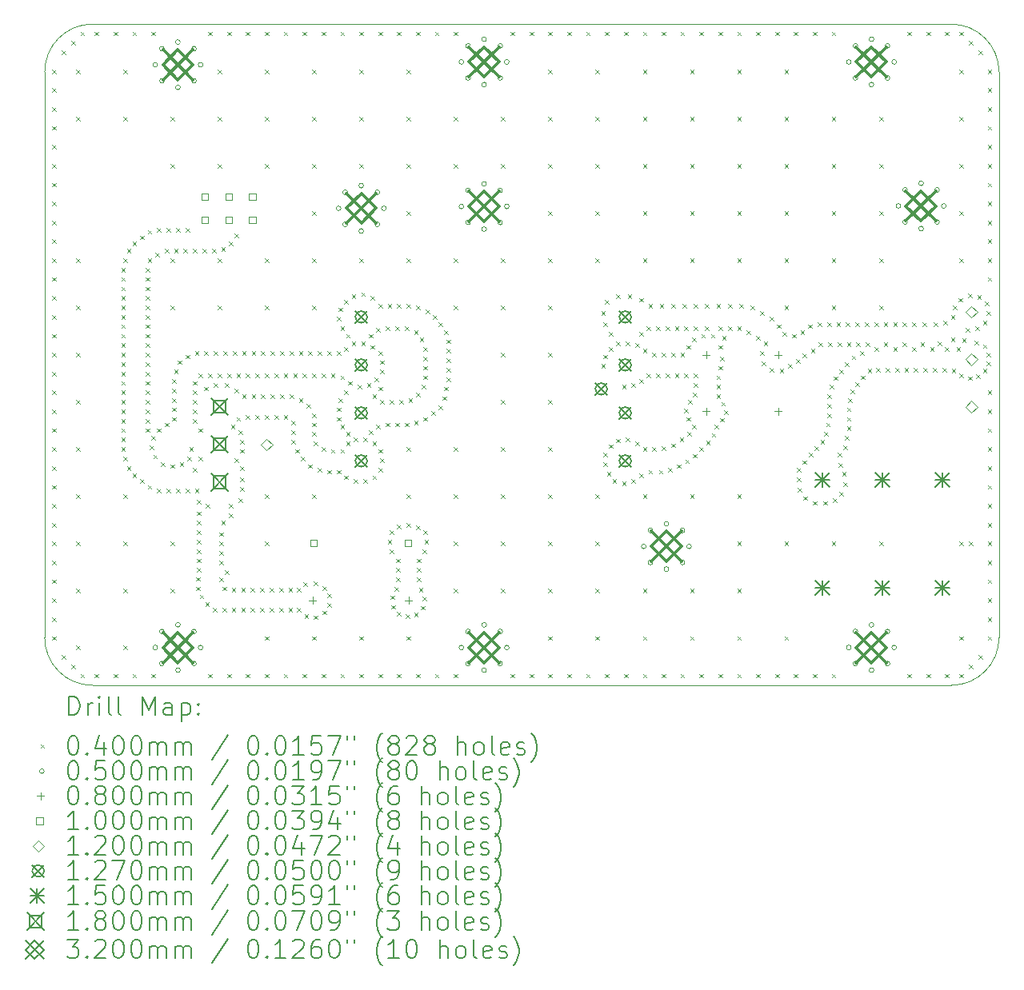
<source format=gbr>
%TF.GenerationSoftware,KiCad,Pcbnew,7.0.9*%
%TF.CreationDate,2024-06-06T01:46:17+04:00*%
%TF.ProjectId,57TimesAudioRE-AMP,35375469-6d65-4734-9175-64696f52452d,rev?*%
%TF.SameCoordinates,Original*%
%TF.FileFunction,Drillmap*%
%TF.FilePolarity,Positive*%
%FSLAX45Y45*%
G04 Gerber Fmt 4.5, Leading zero omitted, Abs format (unit mm)*
G04 Created by KiCad (PCBNEW 7.0.9) date 2024-06-06 01:46:17*
%MOMM*%
%LPD*%
G01*
G04 APERTURE LIST*
%ADD10C,0.100000*%
%ADD11C,0.200000*%
%ADD12C,0.120000*%
%ADD13C,0.127000*%
%ADD14C,0.150000*%
%ADD15C,0.180000*%
%ADD16C,0.320000*%
G04 APERTURE END LIST*
D10*
X4655000Y-2500000D02*
G75*
G03*
X4150000Y-3005000I0J-505000D01*
G01*
X14250000Y-8995000D02*
X14250000Y-3005000D01*
X13295000Y-2500000D02*
X4655000Y-2500000D01*
X4150000Y-8995000D02*
G75*
G03*
X4655000Y-9500000I505000J0D01*
G01*
X14250000Y-3005000D02*
G75*
G03*
X13745000Y-2500000I-505000J0D01*
G01*
X13745000Y-2500000D02*
X13295000Y-2500000D01*
X13295000Y-9500000D02*
X4655000Y-9500000D01*
X13745000Y-9500000D02*
G75*
G03*
X14250000Y-8995000I0J505000D01*
G01*
X13745000Y-9500000D02*
X13295000Y-9500000D01*
X4150000Y-8995000D02*
X4150000Y-3005000D01*
D11*
D10*
X4230025Y-2980025D02*
X4270025Y-3020025D01*
X4270025Y-2980025D02*
X4230025Y-3020025D01*
X4230025Y-3180025D02*
X4270025Y-3220025D01*
X4270025Y-3180025D02*
X4230025Y-3220025D01*
X4230025Y-3380025D02*
X4270025Y-3420025D01*
X4270025Y-3380025D02*
X4230025Y-3420025D01*
X4230025Y-3580025D02*
X4270025Y-3620025D01*
X4270025Y-3580025D02*
X4230025Y-3620025D01*
X4230025Y-3780025D02*
X4270025Y-3820025D01*
X4270025Y-3780025D02*
X4230025Y-3820025D01*
X4230025Y-3980025D02*
X4270025Y-4020025D01*
X4270025Y-3980025D02*
X4230025Y-4020025D01*
X4230025Y-4180025D02*
X4270025Y-4220025D01*
X4270025Y-4180025D02*
X4230025Y-4220025D01*
X4230025Y-4380025D02*
X4270025Y-4420025D01*
X4270025Y-4380025D02*
X4230025Y-4420025D01*
X4230025Y-4580025D02*
X4270025Y-4620025D01*
X4270025Y-4580025D02*
X4230025Y-4620025D01*
X4230025Y-4780025D02*
X4270025Y-4820025D01*
X4270025Y-4780025D02*
X4230025Y-4820025D01*
X4230025Y-4980025D02*
X4270025Y-5020025D01*
X4270025Y-4980025D02*
X4230025Y-5020025D01*
X4230025Y-5180025D02*
X4270025Y-5220025D01*
X4270025Y-5180025D02*
X4230025Y-5220025D01*
X4230025Y-5380025D02*
X4270025Y-5420025D01*
X4270025Y-5380025D02*
X4230025Y-5420025D01*
X4230025Y-5580025D02*
X4270025Y-5620025D01*
X4270025Y-5580025D02*
X4230025Y-5620025D01*
X4230025Y-5780025D02*
X4270025Y-5820025D01*
X4270025Y-5780025D02*
X4230025Y-5820025D01*
X4230025Y-5980025D02*
X4270025Y-6020025D01*
X4270025Y-5980025D02*
X4230025Y-6020025D01*
X4230025Y-6180025D02*
X4270025Y-6220025D01*
X4270025Y-6180025D02*
X4230025Y-6220025D01*
X4230025Y-6380025D02*
X4270025Y-6420025D01*
X4270025Y-6380025D02*
X4230025Y-6420025D01*
X4230025Y-6580025D02*
X4270025Y-6620025D01*
X4270025Y-6580025D02*
X4230025Y-6620025D01*
X4230025Y-6780025D02*
X4270025Y-6820025D01*
X4270025Y-6780025D02*
X4230025Y-6820025D01*
X4230025Y-6980025D02*
X4270025Y-7020025D01*
X4270025Y-6980025D02*
X4230025Y-7020025D01*
X4230025Y-7180025D02*
X4270025Y-7220025D01*
X4270025Y-7180025D02*
X4230025Y-7220025D01*
X4230025Y-7380025D02*
X4270025Y-7420025D01*
X4270025Y-7380025D02*
X4230025Y-7420025D01*
X4230025Y-7580025D02*
X4270025Y-7620025D01*
X4270025Y-7580025D02*
X4230025Y-7620025D01*
X4230025Y-7780025D02*
X4270025Y-7820025D01*
X4270025Y-7780025D02*
X4230025Y-7820025D01*
X4230025Y-7980025D02*
X4270025Y-8020025D01*
X4270025Y-7980025D02*
X4230025Y-8020025D01*
X4230025Y-8180025D02*
X4270025Y-8220025D01*
X4270025Y-8180025D02*
X4230025Y-8220025D01*
X4230025Y-8380025D02*
X4270025Y-8420025D01*
X4270025Y-8380025D02*
X4230025Y-8420025D01*
X4230025Y-8580025D02*
X4270025Y-8620025D01*
X4270025Y-8580025D02*
X4230025Y-8620025D01*
X4230025Y-8780025D02*
X4270025Y-8820025D01*
X4270025Y-8780025D02*
X4230025Y-8820025D01*
X4230025Y-8980025D02*
X4270025Y-9020025D01*
X4270025Y-8980025D02*
X4230025Y-9020025D01*
X4330025Y-2780025D02*
X4370025Y-2820025D01*
X4370025Y-2780025D02*
X4330025Y-2820025D01*
X4330025Y-9180025D02*
X4370025Y-9220025D01*
X4370025Y-9180025D02*
X4330025Y-9220025D01*
X4430000Y-9280000D02*
X4470000Y-9320000D01*
X4470000Y-9280000D02*
X4430000Y-9320000D01*
X4430025Y-2680025D02*
X4470025Y-2720025D01*
X4470025Y-2680025D02*
X4430025Y-2720025D01*
X4480000Y-2980000D02*
X4520000Y-3020000D01*
X4520000Y-2980000D02*
X4480000Y-3020000D01*
X4480000Y-3480025D02*
X4520000Y-3520025D01*
X4520000Y-3480025D02*
X4480000Y-3520025D01*
X4480000Y-4980000D02*
X4520000Y-5020000D01*
X4520000Y-4980000D02*
X4480000Y-5020000D01*
X4480000Y-5480000D02*
X4520000Y-5520000D01*
X4520000Y-5480000D02*
X4480000Y-5520000D01*
X4480000Y-5980000D02*
X4520000Y-6020000D01*
X4520000Y-5980000D02*
X4480000Y-6020000D01*
X4480000Y-6480000D02*
X4520000Y-6520000D01*
X4520000Y-6480000D02*
X4480000Y-6520000D01*
X4480000Y-6980000D02*
X4520000Y-7020000D01*
X4520000Y-6980000D02*
X4480000Y-7020000D01*
X4480000Y-7480025D02*
X4520000Y-7520025D01*
X4520000Y-7480025D02*
X4480000Y-7520025D01*
X4480000Y-7980000D02*
X4520000Y-8020000D01*
X4520000Y-7980000D02*
X4480000Y-8020000D01*
X4480000Y-8480025D02*
X4520000Y-8520025D01*
X4520000Y-8480025D02*
X4480000Y-8520025D01*
X4480000Y-9080025D02*
X4520000Y-9120025D01*
X4520000Y-9080025D02*
X4480000Y-9120025D01*
X4530000Y-2580000D02*
X4570000Y-2620000D01*
X4570000Y-2580000D02*
X4530000Y-2620000D01*
X4530000Y-9380000D02*
X4570000Y-9420000D01*
X4570000Y-9380000D02*
X4530000Y-9420000D01*
X4680000Y-2580025D02*
X4720000Y-2620025D01*
X4720000Y-2580025D02*
X4680000Y-2620025D01*
X4680000Y-9380000D02*
X4720000Y-9420000D01*
X4720000Y-9380000D02*
X4680000Y-9420000D01*
X4880000Y-2580000D02*
X4920000Y-2620000D01*
X4920000Y-2580000D02*
X4880000Y-2620000D01*
X4880000Y-9380000D02*
X4920000Y-9420000D01*
X4920000Y-9380000D02*
X4880000Y-9420000D01*
X4960000Y-5080000D02*
X5000000Y-5120000D01*
X5000000Y-5080000D02*
X4960000Y-5120000D01*
X4960000Y-5180000D02*
X5000000Y-5220000D01*
X5000000Y-5180000D02*
X4960000Y-5220000D01*
X4960000Y-5280000D02*
X5000000Y-5320000D01*
X5000000Y-5280000D02*
X4960000Y-5320000D01*
X4960000Y-5380000D02*
X5000000Y-5420000D01*
X5000000Y-5380000D02*
X4960000Y-5420000D01*
X4960000Y-5480000D02*
X5000000Y-5520000D01*
X5000000Y-5480000D02*
X4960000Y-5520000D01*
X4960000Y-5580000D02*
X5000000Y-5620000D01*
X5000000Y-5580000D02*
X4960000Y-5620000D01*
X4960000Y-5680000D02*
X5000000Y-5720000D01*
X5000000Y-5680000D02*
X4960000Y-5720000D01*
X4960000Y-5780000D02*
X5000000Y-5820000D01*
X5000000Y-5780000D02*
X4960000Y-5820000D01*
X4960000Y-5880000D02*
X5000000Y-5920000D01*
X5000000Y-5880000D02*
X4960000Y-5920000D01*
X4960000Y-5980000D02*
X5000000Y-6020000D01*
X5000000Y-5980000D02*
X4960000Y-6020000D01*
X4960000Y-6080000D02*
X5000000Y-6120000D01*
X5000000Y-6080000D02*
X4960000Y-6120000D01*
X4960000Y-6180000D02*
X5000000Y-6220000D01*
X5000000Y-6180000D02*
X4960000Y-6220000D01*
X4960000Y-6280000D02*
X5000000Y-6320000D01*
X5000000Y-6280000D02*
X4960000Y-6320000D01*
X4960000Y-6380000D02*
X5000000Y-6420000D01*
X5000000Y-6380000D02*
X4960000Y-6420000D01*
X4960000Y-6480000D02*
X5000000Y-6520000D01*
X5000000Y-6480000D02*
X4960000Y-6520000D01*
X4960000Y-6580000D02*
X5000000Y-6620000D01*
X5000000Y-6580000D02*
X4960000Y-6620000D01*
X4960000Y-6680000D02*
X5000000Y-6720000D01*
X5000000Y-6680000D02*
X4960000Y-6720000D01*
X4960000Y-6780000D02*
X5000000Y-6820000D01*
X5000000Y-6780000D02*
X4960000Y-6820000D01*
X4960000Y-6880000D02*
X5000000Y-6920000D01*
X5000000Y-6880000D02*
X4960000Y-6920000D01*
X4960000Y-6980000D02*
X5000000Y-7020000D01*
X5000000Y-6980000D02*
X4960000Y-7020000D01*
X4980000Y-2980000D02*
X5020000Y-3020000D01*
X5020000Y-2980000D02*
X4980000Y-3020000D01*
X4980000Y-3480000D02*
X5020000Y-3520000D01*
X5020000Y-3480000D02*
X4980000Y-3520000D01*
X4980000Y-4980000D02*
X5020000Y-5020000D01*
X5020000Y-4980000D02*
X4980000Y-5020000D01*
X4980000Y-7080000D02*
X5020000Y-7120000D01*
X5020000Y-7080000D02*
X4980000Y-7120000D01*
X4980000Y-7480000D02*
X5020000Y-7520000D01*
X5020000Y-7480000D02*
X4980000Y-7520000D01*
X4980000Y-7980000D02*
X5020000Y-8020000D01*
X5020000Y-7980000D02*
X4980000Y-8020000D01*
X4980000Y-8480000D02*
X5020000Y-8520000D01*
X5020000Y-8480000D02*
X4980000Y-8520000D01*
X4980000Y-9080000D02*
X5020000Y-9120000D01*
X5020000Y-9080000D02*
X4980000Y-9120000D01*
X5020000Y-4880000D02*
X5060000Y-4920000D01*
X5060000Y-4880000D02*
X5020000Y-4920000D01*
X5020000Y-7180000D02*
X5060000Y-7220000D01*
X5060000Y-7180000D02*
X5020000Y-7220000D01*
X5080000Y-2580000D02*
X5120000Y-2620000D01*
X5120000Y-2580000D02*
X5080000Y-2620000D01*
X5080000Y-4800000D02*
X5120000Y-4840000D01*
X5120000Y-4800000D02*
X5080000Y-4840000D01*
X5080000Y-7260000D02*
X5120000Y-7300000D01*
X5120000Y-7260000D02*
X5080000Y-7300000D01*
X5080000Y-9380000D02*
X5120000Y-9420000D01*
X5120000Y-9380000D02*
X5080000Y-9420000D01*
X5160000Y-4740000D02*
X5200000Y-4780000D01*
X5200000Y-4740000D02*
X5160000Y-4780000D01*
X5160000Y-7320000D02*
X5200000Y-7360000D01*
X5200000Y-7320000D02*
X5160000Y-7360000D01*
X5220000Y-5080000D02*
X5260000Y-5120000D01*
X5260000Y-5080000D02*
X5220000Y-5120000D01*
X5220000Y-5180000D02*
X5260000Y-5220000D01*
X5260000Y-5180000D02*
X5220000Y-5220000D01*
X5220000Y-5280000D02*
X5260000Y-5320000D01*
X5260000Y-5280000D02*
X5220000Y-5320000D01*
X5220000Y-5380000D02*
X5260000Y-5420000D01*
X5260000Y-5380000D02*
X5220000Y-5420000D01*
X5220000Y-5480000D02*
X5260000Y-5520000D01*
X5260000Y-5480000D02*
X5220000Y-5520000D01*
X5220000Y-5580000D02*
X5260000Y-5620000D01*
X5260000Y-5580000D02*
X5220000Y-5620000D01*
X5220000Y-5680000D02*
X5260000Y-5720000D01*
X5260000Y-5680000D02*
X5220000Y-5720000D01*
X5220000Y-5780000D02*
X5260000Y-5820000D01*
X5260000Y-5780000D02*
X5220000Y-5820000D01*
X5220000Y-5880000D02*
X5260000Y-5920000D01*
X5260000Y-5880000D02*
X5220000Y-5920000D01*
X5220000Y-5980000D02*
X5260000Y-6020000D01*
X5260000Y-5980000D02*
X5220000Y-6020000D01*
X5220000Y-6080000D02*
X5260000Y-6120000D01*
X5260000Y-6080000D02*
X5220000Y-6120000D01*
X5220000Y-6180000D02*
X5260000Y-6220000D01*
X5260000Y-6180000D02*
X5220000Y-6220000D01*
X5220000Y-6280000D02*
X5260000Y-6320000D01*
X5260000Y-6280000D02*
X5220000Y-6320000D01*
X5220000Y-6380000D02*
X5260000Y-6420000D01*
X5260000Y-6380000D02*
X5220000Y-6420000D01*
X5220000Y-6480000D02*
X5260000Y-6520000D01*
X5260000Y-6480000D02*
X5220000Y-6520000D01*
X5220000Y-6580000D02*
X5260000Y-6620000D01*
X5260000Y-6580000D02*
X5220000Y-6620000D01*
X5220000Y-6680000D02*
X5260000Y-6720000D01*
X5260000Y-6680000D02*
X5220000Y-6720000D01*
X5220000Y-6780000D02*
X5260000Y-6820000D01*
X5260000Y-6780000D02*
X5220000Y-6820000D01*
X5240000Y-4680000D02*
X5280000Y-4720000D01*
X5280000Y-4680000D02*
X5240000Y-4720000D01*
X5240000Y-4980000D02*
X5280000Y-5020000D01*
X5280000Y-4980000D02*
X5240000Y-5020000D01*
X5240000Y-7380000D02*
X5280000Y-7420000D01*
X5280000Y-7380000D02*
X5240000Y-7420000D01*
X5260000Y-6960000D02*
X5300000Y-7000000D01*
X5300000Y-6960000D02*
X5260000Y-7000000D01*
X5280000Y-2580000D02*
X5320000Y-2620000D01*
X5320000Y-2580000D02*
X5280000Y-2620000D01*
X5280000Y-6860000D02*
X5320000Y-6900000D01*
X5320000Y-6860000D02*
X5280000Y-6900000D01*
X5280000Y-9380000D02*
X5320000Y-9420000D01*
X5320000Y-9380000D02*
X5280000Y-9420000D01*
X5300000Y-7060000D02*
X5340000Y-7100000D01*
X5340000Y-7060000D02*
X5300000Y-7100000D01*
X5320000Y-4920000D02*
X5360000Y-4960000D01*
X5360000Y-4920000D02*
X5320000Y-4960000D01*
X5340000Y-4660000D02*
X5380000Y-4700000D01*
X5380000Y-4660000D02*
X5340000Y-4700000D01*
X5340000Y-6780000D02*
X5380000Y-6820000D01*
X5380000Y-6780000D02*
X5340000Y-6820000D01*
X5340000Y-7420000D02*
X5380000Y-7460000D01*
X5380000Y-7420000D02*
X5340000Y-7460000D01*
X5380000Y-7140000D02*
X5420000Y-7180000D01*
X5420000Y-7140000D02*
X5380000Y-7180000D01*
X5420000Y-4880000D02*
X5460000Y-4920000D01*
X5460000Y-4880000D02*
X5420000Y-4920000D01*
X5420000Y-6720000D02*
X5460000Y-6760000D01*
X5460000Y-6720000D02*
X5420000Y-6760000D01*
X5440000Y-4660000D02*
X5480000Y-4700000D01*
X5480000Y-4660000D02*
X5440000Y-4700000D01*
X5440000Y-7420000D02*
X5480000Y-7460000D01*
X5480000Y-7420000D02*
X5440000Y-7460000D01*
X5480000Y-3480000D02*
X5520000Y-3520000D01*
X5520000Y-3480000D02*
X5480000Y-3520000D01*
X5480000Y-3980000D02*
X5520000Y-4020000D01*
X5520000Y-3980000D02*
X5480000Y-4020000D01*
X5480000Y-4980000D02*
X5520000Y-5020000D01*
X5520000Y-4980000D02*
X5480000Y-5020000D01*
X5480000Y-5480000D02*
X5520000Y-5520000D01*
X5520000Y-5480000D02*
X5480000Y-5520000D01*
X5480000Y-7160000D02*
X5520000Y-7200000D01*
X5520000Y-7160000D02*
X5480000Y-7200000D01*
X5480000Y-7980000D02*
X5520000Y-8020000D01*
X5520000Y-7980000D02*
X5480000Y-8020000D01*
X5480000Y-8480000D02*
X5520000Y-8520000D01*
X5520000Y-8480000D02*
X5480000Y-8520000D01*
X5500000Y-6260000D02*
X5540000Y-6300000D01*
X5540000Y-6260000D02*
X5500000Y-6300000D01*
X5500000Y-6360000D02*
X5540000Y-6400000D01*
X5540000Y-6360000D02*
X5500000Y-6400000D01*
X5500000Y-6460000D02*
X5540000Y-6500000D01*
X5540000Y-6460000D02*
X5500000Y-6500000D01*
X5500000Y-6560000D02*
X5540000Y-6600000D01*
X5540000Y-6560000D02*
X5500000Y-6600000D01*
X5500000Y-6660000D02*
X5540000Y-6700000D01*
X5540000Y-6660000D02*
X5500000Y-6700000D01*
X5520000Y-4880000D02*
X5560000Y-4920000D01*
X5560000Y-4880000D02*
X5520000Y-4920000D01*
X5520000Y-6160000D02*
X5560000Y-6200000D01*
X5560000Y-6160000D02*
X5520000Y-6200000D01*
X5540000Y-4660000D02*
X5580000Y-4700000D01*
X5580000Y-4660000D02*
X5540000Y-4700000D01*
X5540000Y-7420000D02*
X5580000Y-7460000D01*
X5580000Y-7420000D02*
X5540000Y-7460000D01*
X5560000Y-6060000D02*
X5600000Y-6100000D01*
X5600000Y-6060000D02*
X5560000Y-6100000D01*
X5580000Y-7140000D02*
X5620000Y-7180000D01*
X5620000Y-7140000D02*
X5580000Y-7180000D01*
X5620000Y-4880000D02*
X5660000Y-4920000D01*
X5660000Y-4880000D02*
X5620000Y-4920000D01*
X5640000Y-4660000D02*
X5680000Y-4700000D01*
X5680000Y-4660000D02*
X5640000Y-4700000D01*
X5640000Y-6000000D02*
X5680000Y-6040000D01*
X5680000Y-6000000D02*
X5640000Y-6040000D01*
X5640000Y-7420000D02*
X5680000Y-7460000D01*
X5680000Y-7420000D02*
X5640000Y-7460000D01*
X5660000Y-7080000D02*
X5700000Y-7120000D01*
X5700000Y-7080000D02*
X5660000Y-7120000D01*
X5680000Y-6980000D02*
X5720000Y-7020000D01*
X5720000Y-6980000D02*
X5680000Y-7020000D01*
X5720000Y-4880000D02*
X5760000Y-4920000D01*
X5760000Y-4880000D02*
X5720000Y-4920000D01*
X5720000Y-6280000D02*
X5760000Y-6320000D01*
X5760000Y-6280000D02*
X5720000Y-6320000D01*
X5720000Y-6380000D02*
X5760000Y-6420000D01*
X5760000Y-6380000D02*
X5720000Y-6420000D01*
X5720000Y-6480000D02*
X5760000Y-6520000D01*
X5760000Y-6480000D02*
X5720000Y-6520000D01*
X5720000Y-6580000D02*
X5760000Y-6620000D01*
X5760000Y-6580000D02*
X5720000Y-6620000D01*
X5720000Y-6680000D02*
X5760000Y-6720000D01*
X5760000Y-6680000D02*
X5720000Y-6720000D01*
X5720000Y-7200000D02*
X5760000Y-7240000D01*
X5760000Y-7200000D02*
X5720000Y-7240000D01*
X5740000Y-5960000D02*
X5780000Y-6000000D01*
X5780000Y-5960000D02*
X5740000Y-6000000D01*
X5740000Y-7420000D02*
X5780000Y-7460000D01*
X5780000Y-7420000D02*
X5740000Y-7460000D01*
X5755000Y-8355000D02*
X5795000Y-8395000D01*
X5795000Y-8355000D02*
X5755000Y-8395000D01*
X5755000Y-8455000D02*
X5795000Y-8495000D01*
X5795000Y-8455000D02*
X5755000Y-8495000D01*
X5760000Y-7540000D02*
X5800000Y-7580000D01*
X5800000Y-7540000D02*
X5760000Y-7580000D01*
X5760000Y-7660000D02*
X5800000Y-7700000D01*
X5800000Y-7660000D02*
X5760000Y-7700000D01*
X5760000Y-7760000D02*
X5800000Y-7800000D01*
X5800000Y-7760000D02*
X5760000Y-7800000D01*
X5760000Y-7860000D02*
X5800000Y-7900000D01*
X5800000Y-7860000D02*
X5760000Y-7900000D01*
X5760000Y-7960000D02*
X5800000Y-8000000D01*
X5800000Y-7960000D02*
X5760000Y-8000000D01*
X5760000Y-8060000D02*
X5800000Y-8100000D01*
X5800000Y-8060000D02*
X5760000Y-8100000D01*
X5760000Y-8160000D02*
X5800000Y-8200000D01*
X5800000Y-8160000D02*
X5760000Y-8200000D01*
X5760000Y-8260000D02*
X5800000Y-8300000D01*
X5800000Y-8260000D02*
X5760000Y-8300000D01*
X5780000Y-6200000D02*
X5820000Y-6240000D01*
X5820000Y-6200000D02*
X5780000Y-6240000D01*
X5780000Y-6780000D02*
X5820000Y-6820000D01*
X5820000Y-6780000D02*
X5780000Y-6820000D01*
X5780000Y-7080000D02*
X5820000Y-7120000D01*
X5820000Y-7080000D02*
X5780000Y-7120000D01*
X5790000Y-8540000D02*
X5830000Y-8580000D01*
X5830000Y-8540000D02*
X5790000Y-8580000D01*
X5820000Y-4880000D02*
X5860000Y-4920000D01*
X5860000Y-4880000D02*
X5820000Y-4920000D01*
X5840000Y-5960000D02*
X5880000Y-6000000D01*
X5880000Y-5960000D02*
X5840000Y-6000000D01*
X5840000Y-6340000D02*
X5880000Y-6380000D01*
X5880000Y-6340000D02*
X5840000Y-6380000D01*
X5850000Y-8620000D02*
X5890000Y-8660000D01*
X5890000Y-8620000D02*
X5850000Y-8660000D01*
X5855000Y-7580000D02*
X5895000Y-7620000D01*
X5895000Y-7580000D02*
X5855000Y-7620000D01*
X5880000Y-2580000D02*
X5920000Y-2620000D01*
X5920000Y-2580000D02*
X5880000Y-2620000D01*
X5880000Y-6200000D02*
X5920000Y-6240000D01*
X5920000Y-6200000D02*
X5880000Y-6240000D01*
X5880000Y-9380000D02*
X5920000Y-9420000D01*
X5920000Y-9380000D02*
X5880000Y-9420000D01*
X5920000Y-4880000D02*
X5960000Y-4920000D01*
X5960000Y-4880000D02*
X5920000Y-4920000D01*
X5930000Y-8680000D02*
X5970000Y-8720000D01*
X5970000Y-8680000D02*
X5930000Y-8720000D01*
X5940000Y-5960000D02*
X5980000Y-6000000D01*
X5980000Y-5960000D02*
X5940000Y-6000000D01*
X5940000Y-6300000D02*
X5980000Y-6340000D01*
X5980000Y-6300000D02*
X5940000Y-6340000D01*
X5980000Y-2980000D02*
X6020000Y-3020000D01*
X6020000Y-2980000D02*
X5980000Y-3020000D01*
X5980000Y-3480000D02*
X6020000Y-3520000D01*
X6020000Y-3480000D02*
X5980000Y-3520000D01*
X5980000Y-3980000D02*
X6020000Y-4020000D01*
X6020000Y-3980000D02*
X5980000Y-4020000D01*
X5980000Y-4980000D02*
X6020000Y-5020000D01*
X6020000Y-4980000D02*
X5980000Y-5020000D01*
X5980000Y-5480000D02*
X6020000Y-5520000D01*
X6020000Y-5480000D02*
X5980000Y-5520000D01*
X5980000Y-6200000D02*
X6020000Y-6240000D01*
X6020000Y-6200000D02*
X5980000Y-6240000D01*
X6000000Y-7880000D02*
X6040000Y-7920000D01*
X6040000Y-7880000D02*
X6000000Y-7920000D01*
X6000000Y-7980000D02*
X6040000Y-8020000D01*
X6040000Y-7980000D02*
X6000000Y-8020000D01*
X6000000Y-8080000D02*
X6040000Y-8120000D01*
X6040000Y-8080000D02*
X6000000Y-8120000D01*
X6000000Y-8180000D02*
X6040000Y-8220000D01*
X6040000Y-8180000D02*
X6000000Y-8220000D01*
X6000000Y-8360000D02*
X6040000Y-8400000D01*
X6040000Y-8360000D02*
X6000000Y-8400000D01*
X6020000Y-4860000D02*
X6060000Y-4900000D01*
X6060000Y-4860000D02*
X6020000Y-4900000D01*
X6020000Y-7760000D02*
X6060000Y-7800000D01*
X6060000Y-7760000D02*
X6020000Y-7800000D01*
X6030000Y-8455000D02*
X6070000Y-8495000D01*
X6070000Y-8455000D02*
X6030000Y-8495000D01*
X6030000Y-8680000D02*
X6070000Y-8720000D01*
X6070000Y-8680000D02*
X6030000Y-8720000D01*
X6040000Y-5960000D02*
X6080000Y-6000000D01*
X6080000Y-5960000D02*
X6040000Y-6000000D01*
X6055000Y-8280000D02*
X6095000Y-8320000D01*
X6095000Y-8280000D02*
X6055000Y-8320000D01*
X6060000Y-6300000D02*
X6100000Y-6340000D01*
X6100000Y-6300000D02*
X6060000Y-6340000D01*
X6080000Y-2580000D02*
X6120000Y-2620000D01*
X6120000Y-2580000D02*
X6080000Y-2620000D01*
X6080000Y-6200000D02*
X6120000Y-6240000D01*
X6120000Y-6200000D02*
X6080000Y-6240000D01*
X6080000Y-9380000D02*
X6120000Y-9420000D01*
X6120000Y-9380000D02*
X6080000Y-9420000D01*
X6100000Y-4800000D02*
X6140000Y-4840000D01*
X6140000Y-4800000D02*
X6100000Y-4840000D01*
X6100000Y-7580000D02*
X6140000Y-7620000D01*
X6140000Y-7580000D02*
X6100000Y-7620000D01*
X6100000Y-7680000D02*
X6140000Y-7720000D01*
X6140000Y-7680000D02*
X6100000Y-7720000D01*
X6120000Y-6740000D02*
X6160000Y-6780000D01*
X6160000Y-6740000D02*
X6120000Y-6780000D01*
X6130000Y-8470000D02*
X6170000Y-8510000D01*
X6170000Y-8470000D02*
X6130000Y-8510000D01*
X6130000Y-8680000D02*
X6170000Y-8720000D01*
X6170000Y-8680000D02*
X6130000Y-8720000D01*
X6140000Y-5960000D02*
X6180000Y-6000000D01*
X6180000Y-5960000D02*
X6140000Y-6000000D01*
X6160000Y-4720000D02*
X6200000Y-4760000D01*
X6200000Y-4720000D02*
X6160000Y-4760000D01*
X6160000Y-6360000D02*
X6200000Y-6400000D01*
X6200000Y-6360000D02*
X6160000Y-6400000D01*
X6160000Y-7100000D02*
X6200000Y-7140000D01*
X6200000Y-7100000D02*
X6160000Y-7140000D01*
X6180000Y-6200000D02*
X6220000Y-6240000D01*
X6220000Y-6200000D02*
X6180000Y-6240000D01*
X6180000Y-6660000D02*
X6220000Y-6700000D01*
X6220000Y-6660000D02*
X6180000Y-6700000D01*
X6200000Y-6800000D02*
X6240000Y-6840000D01*
X6240000Y-6800000D02*
X6200000Y-6840000D01*
X6200000Y-7520000D02*
X6240000Y-7560000D01*
X6240000Y-7520000D02*
X6200000Y-7560000D01*
X6220000Y-6900000D02*
X6260000Y-6940000D01*
X6260000Y-6900000D02*
X6220000Y-6940000D01*
X6220000Y-7000000D02*
X6260000Y-7040000D01*
X6260000Y-7000000D02*
X6220000Y-7040000D01*
X6220000Y-7180000D02*
X6260000Y-7220000D01*
X6260000Y-7180000D02*
X6220000Y-7220000D01*
X6220000Y-7300000D02*
X6260000Y-7340000D01*
X6260000Y-7300000D02*
X6220000Y-7340000D01*
X6220000Y-7400000D02*
X6260000Y-7440000D01*
X6260000Y-7400000D02*
X6220000Y-7440000D01*
X6230000Y-8470000D02*
X6270000Y-8510000D01*
X6270000Y-8470000D02*
X6230000Y-8510000D01*
X6230000Y-8680000D02*
X6270000Y-8720000D01*
X6270000Y-8680000D02*
X6230000Y-8720000D01*
X6240000Y-5960000D02*
X6280000Y-6000000D01*
X6280000Y-5960000D02*
X6240000Y-6000000D01*
X6240000Y-6420000D02*
X6280000Y-6460000D01*
X6280000Y-6420000D02*
X6240000Y-6460000D01*
X6280000Y-2580000D02*
X6320000Y-2620000D01*
X6320000Y-2580000D02*
X6280000Y-2620000D01*
X6280000Y-6200000D02*
X6320000Y-6240000D01*
X6320000Y-6200000D02*
X6280000Y-6240000D01*
X6280000Y-6640000D02*
X6320000Y-6680000D01*
X6320000Y-6640000D02*
X6280000Y-6680000D01*
X6280000Y-9380000D02*
X6320000Y-9420000D01*
X6320000Y-9380000D02*
X6280000Y-9420000D01*
X6330000Y-8470000D02*
X6370000Y-8510000D01*
X6370000Y-8470000D02*
X6330000Y-8510000D01*
X6330000Y-8680000D02*
X6370000Y-8720000D01*
X6370000Y-8680000D02*
X6330000Y-8720000D01*
X6340000Y-5960000D02*
X6380000Y-6000000D01*
X6380000Y-5960000D02*
X6340000Y-6000000D01*
X6340000Y-6420000D02*
X6380000Y-6460000D01*
X6380000Y-6420000D02*
X6340000Y-6460000D01*
X6380000Y-6200000D02*
X6420000Y-6240000D01*
X6420000Y-6200000D02*
X6380000Y-6240000D01*
X6380000Y-6640000D02*
X6420000Y-6680000D01*
X6420000Y-6640000D02*
X6380000Y-6680000D01*
X6430000Y-8470000D02*
X6470000Y-8510000D01*
X6470000Y-8470000D02*
X6430000Y-8510000D01*
X6430000Y-8680000D02*
X6470000Y-8720000D01*
X6470000Y-8680000D02*
X6430000Y-8720000D01*
X6440000Y-5960000D02*
X6480000Y-6000000D01*
X6480000Y-5960000D02*
X6440000Y-6000000D01*
X6440000Y-6420000D02*
X6480000Y-6460000D01*
X6480000Y-6420000D02*
X6440000Y-6460000D01*
X6480000Y-2580000D02*
X6520000Y-2620000D01*
X6520000Y-2580000D02*
X6480000Y-2620000D01*
X6480000Y-2980000D02*
X6520000Y-3020000D01*
X6520000Y-2980000D02*
X6480000Y-3020000D01*
X6480000Y-3480000D02*
X6520000Y-3520000D01*
X6520000Y-3480000D02*
X6480000Y-3520000D01*
X6480000Y-3980000D02*
X6520000Y-4020000D01*
X6520000Y-3980000D02*
X6480000Y-4020000D01*
X6480000Y-4980000D02*
X6520000Y-5020000D01*
X6520000Y-4980000D02*
X6480000Y-5020000D01*
X6480000Y-5480000D02*
X6520000Y-5520000D01*
X6520000Y-5480000D02*
X6480000Y-5520000D01*
X6480000Y-6200000D02*
X6520000Y-6240000D01*
X6520000Y-6200000D02*
X6480000Y-6240000D01*
X6480000Y-6640000D02*
X6520000Y-6680000D01*
X6520000Y-6640000D02*
X6480000Y-6680000D01*
X6480000Y-7480000D02*
X6520000Y-7520000D01*
X6520000Y-7480000D02*
X6480000Y-7520000D01*
X6480000Y-7980000D02*
X6520000Y-8020000D01*
X6520000Y-7980000D02*
X6480000Y-8020000D01*
X6480000Y-8980000D02*
X6520000Y-9020000D01*
X6520000Y-8980000D02*
X6480000Y-9020000D01*
X6480000Y-9380000D02*
X6520000Y-9420000D01*
X6520000Y-9380000D02*
X6480000Y-9420000D01*
X6530000Y-8470000D02*
X6570000Y-8510000D01*
X6570000Y-8470000D02*
X6530000Y-8510000D01*
X6530000Y-8680000D02*
X6570000Y-8720000D01*
X6570000Y-8680000D02*
X6530000Y-8720000D01*
X6540000Y-5960000D02*
X6580000Y-6000000D01*
X6580000Y-5960000D02*
X6540000Y-6000000D01*
X6540000Y-6420000D02*
X6580000Y-6460000D01*
X6580000Y-6420000D02*
X6540000Y-6460000D01*
X6580000Y-6200000D02*
X6620000Y-6240000D01*
X6620000Y-6200000D02*
X6580000Y-6240000D01*
X6580000Y-6640000D02*
X6620000Y-6680000D01*
X6620000Y-6640000D02*
X6580000Y-6680000D01*
X6630000Y-8470000D02*
X6670000Y-8510000D01*
X6670000Y-8470000D02*
X6630000Y-8510000D01*
X6630000Y-8680000D02*
X6670000Y-8720000D01*
X6670000Y-8680000D02*
X6630000Y-8720000D01*
X6640000Y-5960000D02*
X6680000Y-6000000D01*
X6680000Y-5960000D02*
X6640000Y-6000000D01*
X6640000Y-6420000D02*
X6680000Y-6460000D01*
X6680000Y-6420000D02*
X6640000Y-6460000D01*
X6680000Y-2580000D02*
X6720000Y-2620000D01*
X6720000Y-2580000D02*
X6680000Y-2620000D01*
X6680000Y-6200000D02*
X6720000Y-6240000D01*
X6720000Y-6200000D02*
X6680000Y-6240000D01*
X6680000Y-6640000D02*
X6720000Y-6680000D01*
X6720000Y-6640000D02*
X6680000Y-6680000D01*
X6680000Y-9380000D02*
X6720000Y-9420000D01*
X6720000Y-9380000D02*
X6680000Y-9420000D01*
X6730000Y-8470000D02*
X6770000Y-8510000D01*
X6770000Y-8470000D02*
X6730000Y-8510000D01*
X6730000Y-8680000D02*
X6770000Y-8720000D01*
X6770000Y-8680000D02*
X6730000Y-8720000D01*
X6740000Y-5960000D02*
X6780000Y-6000000D01*
X6780000Y-5960000D02*
X6740000Y-6000000D01*
X6740000Y-6420000D02*
X6780000Y-6460000D01*
X6780000Y-6420000D02*
X6740000Y-6460000D01*
X6760000Y-6700000D02*
X6800000Y-6740000D01*
X6800000Y-6700000D02*
X6760000Y-6740000D01*
X6760000Y-6800000D02*
X6800000Y-6840000D01*
X6800000Y-6800000D02*
X6760000Y-6840000D01*
X6760000Y-6900000D02*
X6800000Y-6940000D01*
X6800000Y-6900000D02*
X6760000Y-6940000D01*
X6780000Y-6200000D02*
X6820000Y-6240000D01*
X6820000Y-6200000D02*
X6780000Y-6240000D01*
X6800000Y-7000000D02*
X6840000Y-7040000D01*
X6840000Y-7000000D02*
X6800000Y-7040000D01*
X6820000Y-8470000D02*
X6860000Y-8510000D01*
X6860000Y-8470000D02*
X6820000Y-8510000D01*
X6820000Y-8680000D02*
X6860000Y-8720000D01*
X6860000Y-8680000D02*
X6820000Y-8720000D01*
X6840000Y-5960000D02*
X6880000Y-6000000D01*
X6880000Y-5960000D02*
X6840000Y-6000000D01*
X6840000Y-6460000D02*
X6880000Y-6500000D01*
X6880000Y-6460000D02*
X6840000Y-6500000D01*
X6860000Y-7080000D02*
X6900000Y-7120000D01*
X6900000Y-7080000D02*
X6860000Y-7120000D01*
X6880000Y-2580000D02*
X6920000Y-2620000D01*
X6920000Y-2580000D02*
X6880000Y-2620000D01*
X6880000Y-6200000D02*
X6920000Y-6240000D01*
X6920000Y-6200000D02*
X6880000Y-6240000D01*
X6880000Y-9380000D02*
X6920000Y-9420000D01*
X6920000Y-9380000D02*
X6880000Y-9420000D01*
X6890000Y-8410000D02*
X6930000Y-8450000D01*
X6930000Y-8410000D02*
X6890000Y-8450000D01*
X6900000Y-8750000D02*
X6940000Y-8790000D01*
X6940000Y-8750000D02*
X6900000Y-8790000D01*
X6920000Y-6520000D02*
X6960000Y-6560000D01*
X6960000Y-6520000D02*
X6920000Y-6560000D01*
X6940000Y-5960000D02*
X6980000Y-6000000D01*
X6980000Y-5960000D02*
X6940000Y-6000000D01*
X6940000Y-7160000D02*
X6980000Y-7200000D01*
X6980000Y-7160000D02*
X6940000Y-7200000D01*
X6980000Y-2980000D02*
X7020000Y-3020000D01*
X7020000Y-2980000D02*
X6980000Y-3020000D01*
X6980000Y-3480000D02*
X7020000Y-3520000D01*
X7020000Y-3480000D02*
X6980000Y-3520000D01*
X6980000Y-3980000D02*
X7020000Y-4020000D01*
X7020000Y-3980000D02*
X6980000Y-4020000D01*
X6980000Y-4480000D02*
X7020000Y-4520000D01*
X7020000Y-4480000D02*
X6980000Y-4520000D01*
X6980000Y-4980000D02*
X7020000Y-5020000D01*
X7020000Y-4980000D02*
X6980000Y-5020000D01*
X6980000Y-5480000D02*
X7020000Y-5520000D01*
X7020000Y-5480000D02*
X6980000Y-5520000D01*
X6980000Y-6200000D02*
X7020000Y-6240000D01*
X7020000Y-6200000D02*
X6980000Y-6240000D01*
X6980000Y-6620000D02*
X7020000Y-6660000D01*
X7020000Y-6620000D02*
X6980000Y-6660000D01*
X6980000Y-6720000D02*
X7020000Y-6760000D01*
X7020000Y-6720000D02*
X6980000Y-6760000D01*
X6980000Y-6820000D02*
X7020000Y-6860000D01*
X7020000Y-6820000D02*
X6980000Y-6860000D01*
X6980000Y-7480000D02*
X7020000Y-7520000D01*
X7020000Y-7480000D02*
X6980000Y-7520000D01*
X6980000Y-8980000D02*
X7020000Y-9020000D01*
X7020000Y-8980000D02*
X6980000Y-9020000D01*
X7000000Y-6920000D02*
X7040000Y-6960000D01*
X7040000Y-6920000D02*
X7000000Y-6960000D01*
X7000000Y-8400000D02*
X7040000Y-8440000D01*
X7040000Y-8400000D02*
X7000000Y-8440000D01*
X7000000Y-8760000D02*
X7040000Y-8800000D01*
X7040000Y-8760000D02*
X7000000Y-8800000D01*
X7040000Y-5960000D02*
X7080000Y-6000000D01*
X7080000Y-5960000D02*
X7040000Y-6000000D01*
X7040000Y-7200000D02*
X7080000Y-7240000D01*
X7080000Y-7200000D02*
X7040000Y-7240000D01*
X7080000Y-2580000D02*
X7120000Y-2620000D01*
X7120000Y-2580000D02*
X7080000Y-2620000D01*
X7080000Y-6200000D02*
X7120000Y-6240000D01*
X7120000Y-6200000D02*
X7080000Y-6240000D01*
X7080000Y-6980000D02*
X7120000Y-7020000D01*
X7120000Y-6980000D02*
X7080000Y-7020000D01*
X7080000Y-9380000D02*
X7120000Y-9420000D01*
X7120000Y-9380000D02*
X7080000Y-9420000D01*
X7090000Y-8450000D02*
X7130000Y-8490000D01*
X7130000Y-8450000D02*
X7090000Y-8490000D01*
X7090000Y-8710000D02*
X7130000Y-8750000D01*
X7130000Y-8710000D02*
X7090000Y-8750000D01*
X7140000Y-5960000D02*
X7180000Y-6000000D01*
X7180000Y-5960000D02*
X7140000Y-6000000D01*
X7140000Y-7220000D02*
X7180000Y-7260000D01*
X7180000Y-7220000D02*
X7140000Y-7260000D01*
X7140000Y-8530000D02*
X7180000Y-8570000D01*
X7180000Y-8530000D02*
X7140000Y-8570000D01*
X7140000Y-8630000D02*
X7180000Y-8670000D01*
X7180000Y-8630000D02*
X7140000Y-8670000D01*
X7180000Y-6200000D02*
X7220000Y-6240000D01*
X7220000Y-6200000D02*
X7180000Y-6240000D01*
X7180000Y-7000000D02*
X7220000Y-7040000D01*
X7220000Y-7000000D02*
X7180000Y-7040000D01*
X7240000Y-5600000D02*
X7280000Y-5640000D01*
X7280000Y-5600000D02*
X7240000Y-5640000D01*
X7240000Y-5960000D02*
X7280000Y-6000000D01*
X7280000Y-5960000D02*
X7240000Y-6000000D01*
X7240000Y-6560000D02*
X7280000Y-6600000D01*
X7280000Y-6560000D02*
X7240000Y-6600000D01*
X7240000Y-6660000D02*
X7280000Y-6700000D01*
X7280000Y-6660000D02*
X7240000Y-6700000D01*
X7240000Y-7220000D02*
X7280000Y-7260000D01*
X7280000Y-7220000D02*
X7240000Y-7260000D01*
X7260000Y-5500000D02*
X7300000Y-5540000D01*
X7300000Y-5500000D02*
X7260000Y-5540000D01*
X7260000Y-6460000D02*
X7300000Y-6500000D01*
X7300000Y-6460000D02*
X7260000Y-6500000D01*
X7280000Y-2580000D02*
X7320000Y-2620000D01*
X7320000Y-2580000D02*
X7280000Y-2620000D01*
X7280000Y-5700000D02*
X7320000Y-5740000D01*
X7320000Y-5700000D02*
X7280000Y-5740000D01*
X7280000Y-6220000D02*
X7320000Y-6260000D01*
X7320000Y-6220000D02*
X7280000Y-6260000D01*
X7280000Y-6740000D02*
X7320000Y-6780000D01*
X7320000Y-6740000D02*
X7280000Y-6780000D01*
X7280000Y-7000000D02*
X7320000Y-7040000D01*
X7320000Y-7000000D02*
X7280000Y-7040000D01*
X7280000Y-9380000D02*
X7320000Y-9420000D01*
X7320000Y-9380000D02*
X7280000Y-9420000D01*
X7320000Y-5420000D02*
X7360000Y-5460000D01*
X7360000Y-5420000D02*
X7320000Y-5460000D01*
X7320000Y-5920000D02*
X7360000Y-5960000D01*
X7360000Y-5920000D02*
X7320000Y-5960000D01*
X7320000Y-6380000D02*
X7360000Y-6420000D01*
X7360000Y-6380000D02*
X7320000Y-6420000D01*
X7320000Y-7280000D02*
X7360000Y-7320000D01*
X7360000Y-7280000D02*
X7320000Y-7320000D01*
X7340000Y-5780000D02*
X7380000Y-5820000D01*
X7380000Y-5780000D02*
X7340000Y-5820000D01*
X7340000Y-6820000D02*
X7380000Y-6860000D01*
X7380000Y-6820000D02*
X7340000Y-6860000D01*
X7340000Y-6920000D02*
X7380000Y-6960000D01*
X7380000Y-6920000D02*
X7340000Y-6960000D01*
X7360000Y-6280000D02*
X7400000Y-6320000D01*
X7400000Y-6280000D02*
X7360000Y-6320000D01*
X7400000Y-5360000D02*
X7440000Y-5400000D01*
X7440000Y-5360000D02*
X7400000Y-5400000D01*
X7400000Y-5860000D02*
X7440000Y-5900000D01*
X7440000Y-5860000D02*
X7400000Y-5900000D01*
X7420000Y-6880000D02*
X7460000Y-6920000D01*
X7460000Y-6880000D02*
X7420000Y-6920000D01*
X7420000Y-7320000D02*
X7460000Y-7360000D01*
X7460000Y-7320000D02*
X7420000Y-7360000D01*
X7460000Y-6320000D02*
X7500000Y-6360000D01*
X7500000Y-6320000D02*
X7460000Y-6360000D01*
X7480000Y-2580000D02*
X7520000Y-2620000D01*
X7520000Y-2580000D02*
X7480000Y-2620000D01*
X7480000Y-2980000D02*
X7520000Y-3020000D01*
X7520000Y-2980000D02*
X7480000Y-3020000D01*
X7480000Y-3480000D02*
X7520000Y-3520000D01*
X7520000Y-3480000D02*
X7480000Y-3520000D01*
X7480000Y-3980000D02*
X7520000Y-4020000D01*
X7520000Y-3980000D02*
X7480000Y-4020000D01*
X7480000Y-4980000D02*
X7520000Y-5020000D01*
X7520000Y-4980000D02*
X7480000Y-5020000D01*
X7480000Y-8980000D02*
X7520000Y-9020000D01*
X7520000Y-8980000D02*
X7480000Y-9020000D01*
X7480000Y-9380000D02*
X7520000Y-9420000D01*
X7520000Y-9380000D02*
X7480000Y-9420000D01*
X7500000Y-5340000D02*
X7540000Y-5380000D01*
X7540000Y-5340000D02*
X7500000Y-5380000D01*
X7500000Y-5860000D02*
X7540000Y-5900000D01*
X7540000Y-5860000D02*
X7500000Y-5900000D01*
X7520000Y-6880000D02*
X7560000Y-6920000D01*
X7560000Y-6880000D02*
X7520000Y-6920000D01*
X7520000Y-7320000D02*
X7560000Y-7360000D01*
X7560000Y-7320000D02*
X7520000Y-7360000D01*
X7560000Y-6300000D02*
X7600000Y-6340000D01*
X7600000Y-6300000D02*
X7560000Y-6340000D01*
X7580000Y-5780000D02*
X7620000Y-5820000D01*
X7620000Y-5780000D02*
X7580000Y-5820000D01*
X7580000Y-6800000D02*
X7620000Y-6840000D01*
X7620000Y-6800000D02*
X7580000Y-6840000D01*
X7600000Y-5380000D02*
X7640000Y-5420000D01*
X7640000Y-5380000D02*
X7600000Y-5420000D01*
X7600000Y-5900000D02*
X7640000Y-5940000D01*
X7640000Y-5900000D02*
X7600000Y-5940000D01*
X7620000Y-6420000D02*
X7660000Y-6460000D01*
X7660000Y-6420000D02*
X7620000Y-6460000D01*
X7620000Y-6920000D02*
X7660000Y-6960000D01*
X7660000Y-6920000D02*
X7620000Y-6960000D01*
X7620000Y-7280000D02*
X7660000Y-7320000D01*
X7660000Y-7280000D02*
X7620000Y-7320000D01*
X7640000Y-6240000D02*
X7680000Y-6280000D01*
X7680000Y-6240000D02*
X7640000Y-6280000D01*
X7660000Y-5720000D02*
X7700000Y-5760000D01*
X7700000Y-5720000D02*
X7660000Y-5760000D01*
X7660000Y-6740000D02*
X7700000Y-6780000D01*
X7700000Y-6740000D02*
X7660000Y-6780000D01*
X7680000Y-2580000D02*
X7720000Y-2620000D01*
X7720000Y-2580000D02*
X7680000Y-2620000D01*
X7680000Y-5460000D02*
X7720000Y-5500000D01*
X7720000Y-5460000D02*
X7680000Y-5500000D01*
X7680000Y-5960000D02*
X7720000Y-6000000D01*
X7720000Y-5960000D02*
X7680000Y-6000000D01*
X7680000Y-6340000D02*
X7720000Y-6380000D01*
X7720000Y-6340000D02*
X7680000Y-6380000D01*
X7680000Y-7000000D02*
X7720000Y-7040000D01*
X7720000Y-7000000D02*
X7680000Y-7040000D01*
X7680000Y-7200000D02*
X7720000Y-7240000D01*
X7720000Y-7200000D02*
X7680000Y-7240000D01*
X7680000Y-9380000D02*
X7720000Y-9420000D01*
X7720000Y-9380000D02*
X7680000Y-9420000D01*
X7700000Y-6060000D02*
X7740000Y-6100000D01*
X7740000Y-6060000D02*
X7700000Y-6100000D01*
X7700000Y-6160000D02*
X7740000Y-6200000D01*
X7740000Y-6160000D02*
X7700000Y-6200000D01*
X7700000Y-6480000D02*
X7740000Y-6520000D01*
X7740000Y-6480000D02*
X7700000Y-6520000D01*
X7700000Y-7100000D02*
X7740000Y-7140000D01*
X7740000Y-7100000D02*
X7700000Y-7140000D01*
X7760000Y-5700000D02*
X7800000Y-5740000D01*
X7800000Y-5700000D02*
X7760000Y-5740000D01*
X7760000Y-6720000D02*
X7800000Y-6760000D01*
X7800000Y-6720000D02*
X7760000Y-6760000D01*
X7780000Y-5460000D02*
X7820000Y-5500000D01*
X7820000Y-5460000D02*
X7780000Y-5500000D01*
X7780000Y-7960000D02*
X7820000Y-8000000D01*
X7820000Y-7960000D02*
X7780000Y-8000000D01*
X7800000Y-6480000D02*
X7840000Y-6520000D01*
X7840000Y-6480000D02*
X7800000Y-6520000D01*
X7800000Y-7860000D02*
X7840000Y-7900000D01*
X7840000Y-7860000D02*
X7800000Y-7900000D01*
X7800000Y-8060000D02*
X7840000Y-8100000D01*
X7840000Y-8060000D02*
X7800000Y-8100000D01*
X7810000Y-8550000D02*
X7850000Y-8590000D01*
X7850000Y-8550000D02*
X7810000Y-8590000D01*
X7820000Y-8650000D02*
X7860000Y-8690000D01*
X7860000Y-8650000D02*
X7820000Y-8690000D01*
X7850000Y-8460000D02*
X7890000Y-8500000D01*
X7890000Y-8460000D02*
X7850000Y-8500000D01*
X7860000Y-5700000D02*
X7900000Y-5740000D01*
X7900000Y-5700000D02*
X7860000Y-5740000D01*
X7860000Y-6720000D02*
X7900000Y-6760000D01*
X7900000Y-6720000D02*
X7860000Y-6760000D01*
X7870000Y-8160000D02*
X7910000Y-8200000D01*
X7910000Y-8160000D02*
X7870000Y-8200000D01*
X7870000Y-8260000D02*
X7910000Y-8300000D01*
X7910000Y-8260000D02*
X7870000Y-8300000D01*
X7870000Y-8360000D02*
X7910000Y-8400000D01*
X7910000Y-8360000D02*
X7870000Y-8400000D01*
X7880000Y-2580000D02*
X7920000Y-2620000D01*
X7920000Y-2580000D02*
X7880000Y-2620000D01*
X7880000Y-5460000D02*
X7920000Y-5500000D01*
X7920000Y-5460000D02*
X7880000Y-5500000D01*
X7880000Y-7800000D02*
X7920000Y-7840000D01*
X7920000Y-7800000D02*
X7880000Y-7840000D01*
X7880000Y-8720000D02*
X7920000Y-8760000D01*
X7920000Y-8720000D02*
X7880000Y-8760000D01*
X7880000Y-9380000D02*
X7920000Y-9420000D01*
X7920000Y-9380000D02*
X7880000Y-9420000D01*
X7900000Y-6480000D02*
X7940000Y-6520000D01*
X7940000Y-6480000D02*
X7900000Y-6520000D01*
X7960000Y-5700000D02*
X8000000Y-5740000D01*
X8000000Y-5700000D02*
X7960000Y-5740000D01*
X7960000Y-6720000D02*
X8000000Y-6760000D01*
X8000000Y-6720000D02*
X7960000Y-6760000D01*
X7970000Y-8750000D02*
X8010000Y-8790000D01*
X8010000Y-8750000D02*
X7970000Y-8790000D01*
X7980000Y-2980000D02*
X8020000Y-3020000D01*
X8020000Y-2980000D02*
X7980000Y-3020000D01*
X7980000Y-3480000D02*
X8020000Y-3520000D01*
X8020000Y-3480000D02*
X7980000Y-3520000D01*
X7980000Y-3980000D02*
X8020000Y-4020000D01*
X8020000Y-3980000D02*
X7980000Y-4020000D01*
X7980000Y-4480000D02*
X8020000Y-4520000D01*
X8020000Y-4480000D02*
X7980000Y-4520000D01*
X7980000Y-4980000D02*
X8020000Y-5020000D01*
X8020000Y-4980000D02*
X7980000Y-5020000D01*
X7980000Y-5460000D02*
X8020000Y-5500000D01*
X8020000Y-5460000D02*
X7980000Y-5500000D01*
X7980000Y-6980000D02*
X8020000Y-7020000D01*
X8020000Y-6980000D02*
X7980000Y-7020000D01*
X7980000Y-7480000D02*
X8020000Y-7520000D01*
X8020000Y-7480000D02*
X7980000Y-7520000D01*
X7980000Y-7780000D02*
X8020000Y-7820000D01*
X8020000Y-7780000D02*
X7980000Y-7820000D01*
X7980000Y-8980000D02*
X8020000Y-9020000D01*
X8020000Y-8980000D02*
X7980000Y-9020000D01*
X8000000Y-6460000D02*
X8040000Y-6500000D01*
X8040000Y-6460000D02*
X8000000Y-6500000D01*
X8060000Y-5740000D02*
X8100000Y-5780000D01*
X8100000Y-5740000D02*
X8060000Y-5780000D01*
X8060000Y-6700000D02*
X8100000Y-6740000D01*
X8100000Y-6700000D02*
X8060000Y-6740000D01*
X8060000Y-8730000D02*
X8100000Y-8770000D01*
X8100000Y-8730000D02*
X8060000Y-8770000D01*
X8080000Y-2580000D02*
X8120000Y-2620000D01*
X8120000Y-2580000D02*
X8080000Y-2620000D01*
X8080000Y-5480000D02*
X8120000Y-5520000D01*
X8120000Y-5480000D02*
X8080000Y-5520000D01*
X8080000Y-6400000D02*
X8120000Y-6440000D01*
X8120000Y-6400000D02*
X8080000Y-6440000D01*
X8080000Y-7810000D02*
X8120000Y-7850000D01*
X8120000Y-7810000D02*
X8080000Y-7850000D01*
X8080000Y-9380000D02*
X8120000Y-9420000D01*
X8120000Y-9380000D02*
X8080000Y-9420000D01*
X8090000Y-8160000D02*
X8130000Y-8200000D01*
X8130000Y-8160000D02*
X8090000Y-8200000D01*
X8090000Y-8260000D02*
X8130000Y-8300000D01*
X8130000Y-8260000D02*
X8090000Y-8300000D01*
X8090000Y-8360000D02*
X8130000Y-8400000D01*
X8130000Y-8360000D02*
X8090000Y-8400000D01*
X8110000Y-8470000D02*
X8150000Y-8510000D01*
X8150000Y-8470000D02*
X8110000Y-8510000D01*
X8120000Y-5820000D02*
X8160000Y-5860000D01*
X8160000Y-5820000D02*
X8120000Y-5860000D01*
X8130000Y-8660000D02*
X8170000Y-8700000D01*
X8170000Y-8660000D02*
X8130000Y-8700000D01*
X8140000Y-6320000D02*
X8180000Y-6360000D01*
X8180000Y-6320000D02*
X8140000Y-6360000D01*
X8150000Y-8060000D02*
X8190000Y-8100000D01*
X8190000Y-8060000D02*
X8150000Y-8100000D01*
X8150000Y-8560000D02*
X8190000Y-8600000D01*
X8190000Y-8560000D02*
X8150000Y-8600000D01*
X8160000Y-5920000D02*
X8200000Y-5960000D01*
X8200000Y-5920000D02*
X8160000Y-5960000D01*
X8160000Y-6020000D02*
X8200000Y-6060000D01*
X8200000Y-6020000D02*
X8160000Y-6060000D01*
X8160000Y-6120000D02*
X8200000Y-6160000D01*
X8200000Y-6120000D02*
X8160000Y-6160000D01*
X8160000Y-6220000D02*
X8200000Y-6260000D01*
X8200000Y-6220000D02*
X8160000Y-6260000D01*
X8160000Y-6660000D02*
X8200000Y-6700000D01*
X8200000Y-6660000D02*
X8160000Y-6700000D01*
X8160000Y-7860000D02*
X8200000Y-7900000D01*
X8200000Y-7860000D02*
X8160000Y-7900000D01*
X8170000Y-7960000D02*
X8210000Y-8000000D01*
X8210000Y-7960000D02*
X8170000Y-8000000D01*
X8180000Y-5520000D02*
X8220000Y-5560000D01*
X8220000Y-5520000D02*
X8180000Y-5560000D01*
X8240000Y-6600000D02*
X8280000Y-6640000D01*
X8280000Y-6600000D02*
X8240000Y-6640000D01*
X8260000Y-5580000D02*
X8300000Y-5620000D01*
X8300000Y-5580000D02*
X8260000Y-5620000D01*
X8280000Y-2580000D02*
X8320000Y-2620000D01*
X8320000Y-2580000D02*
X8280000Y-2620000D01*
X8280000Y-9380000D02*
X8320000Y-9420000D01*
X8320000Y-9380000D02*
X8280000Y-9420000D01*
X8320000Y-5660000D02*
X8360000Y-5700000D01*
X8360000Y-5660000D02*
X8320000Y-5700000D01*
X8320000Y-6540000D02*
X8360000Y-6580000D01*
X8360000Y-6540000D02*
X8320000Y-6580000D01*
X8360000Y-6440000D02*
X8400000Y-6480000D01*
X8400000Y-6440000D02*
X8360000Y-6480000D01*
X8380000Y-5740000D02*
X8420000Y-5780000D01*
X8420000Y-5740000D02*
X8380000Y-5780000D01*
X8380000Y-6340000D02*
X8420000Y-6380000D01*
X8420000Y-6340000D02*
X8380000Y-6380000D01*
X8400000Y-5840000D02*
X8440000Y-5880000D01*
X8440000Y-5840000D02*
X8400000Y-5880000D01*
X8400000Y-5940000D02*
X8440000Y-5980000D01*
X8440000Y-5940000D02*
X8400000Y-5980000D01*
X8400000Y-6040000D02*
X8440000Y-6080000D01*
X8440000Y-6040000D02*
X8400000Y-6080000D01*
X8400000Y-6140000D02*
X8440000Y-6180000D01*
X8440000Y-6140000D02*
X8400000Y-6180000D01*
X8400000Y-6240000D02*
X8440000Y-6280000D01*
X8440000Y-6240000D02*
X8400000Y-6280000D01*
X8480000Y-2580000D02*
X8520000Y-2620000D01*
X8520000Y-2580000D02*
X8480000Y-2620000D01*
X8480000Y-3480000D02*
X8520000Y-3520000D01*
X8520000Y-3480000D02*
X8480000Y-3520000D01*
X8480000Y-3980000D02*
X8520000Y-4020000D01*
X8520000Y-3980000D02*
X8480000Y-4020000D01*
X8480000Y-4980000D02*
X8520000Y-5020000D01*
X8520000Y-4980000D02*
X8480000Y-5020000D01*
X8480000Y-5480000D02*
X8520000Y-5520000D01*
X8520000Y-5480000D02*
X8480000Y-5520000D01*
X8480000Y-6980000D02*
X8520000Y-7020000D01*
X8520000Y-6980000D02*
X8480000Y-7020000D01*
X8480000Y-7480000D02*
X8520000Y-7520000D01*
X8520000Y-7480000D02*
X8480000Y-7520000D01*
X8480000Y-7980000D02*
X8520000Y-8020000D01*
X8520000Y-7980000D02*
X8480000Y-8020000D01*
X8480000Y-8480000D02*
X8520000Y-8520000D01*
X8520000Y-8480000D02*
X8480000Y-8520000D01*
X8480000Y-9380000D02*
X8520000Y-9420000D01*
X8520000Y-9380000D02*
X8480000Y-9420000D01*
X8980000Y-3480000D02*
X9020000Y-3520000D01*
X9020000Y-3480000D02*
X8980000Y-3520000D01*
X8980000Y-3980000D02*
X9020000Y-4020000D01*
X9020000Y-3980000D02*
X8980000Y-4020000D01*
X8980000Y-4980000D02*
X9020000Y-5020000D01*
X9020000Y-4980000D02*
X8980000Y-5020000D01*
X8980000Y-5480000D02*
X9020000Y-5520000D01*
X9020000Y-5480000D02*
X8980000Y-5520000D01*
X8980000Y-5980000D02*
X9020000Y-6020000D01*
X9020000Y-5980000D02*
X8980000Y-6020000D01*
X8980000Y-6480000D02*
X9020000Y-6520000D01*
X9020000Y-6480000D02*
X8980000Y-6520000D01*
X8980000Y-6980000D02*
X9020000Y-7020000D01*
X9020000Y-6980000D02*
X8980000Y-7020000D01*
X8980000Y-7480000D02*
X9020000Y-7520000D01*
X9020000Y-7480000D02*
X8980000Y-7520000D01*
X8980000Y-7980000D02*
X9020000Y-8020000D01*
X9020000Y-7980000D02*
X8980000Y-8020000D01*
X8980000Y-8480000D02*
X9020000Y-8520000D01*
X9020000Y-8480000D02*
X8980000Y-8520000D01*
X9080000Y-2580000D02*
X9120000Y-2620000D01*
X9120000Y-2580000D02*
X9080000Y-2620000D01*
X9080000Y-9380000D02*
X9120000Y-9420000D01*
X9120000Y-9380000D02*
X9080000Y-9420000D01*
X9280000Y-2580000D02*
X9320000Y-2620000D01*
X9320000Y-2580000D02*
X9280000Y-2620000D01*
X9280000Y-9380000D02*
X9320000Y-9420000D01*
X9320000Y-9380000D02*
X9280000Y-9420000D01*
X9480000Y-2580000D02*
X9520000Y-2620000D01*
X9520000Y-2580000D02*
X9480000Y-2620000D01*
X9480000Y-2980000D02*
X9520000Y-3020000D01*
X9520000Y-2980000D02*
X9480000Y-3020000D01*
X9480000Y-3480000D02*
X9520000Y-3520000D01*
X9520000Y-3480000D02*
X9480000Y-3520000D01*
X9480000Y-3980000D02*
X9520000Y-4020000D01*
X9520000Y-3980000D02*
X9480000Y-4020000D01*
X9480000Y-4480000D02*
X9520000Y-4520000D01*
X9520000Y-4480000D02*
X9480000Y-4520000D01*
X9480000Y-4980000D02*
X9520000Y-5020000D01*
X9520000Y-4980000D02*
X9480000Y-5020000D01*
X9480000Y-5480000D02*
X9520000Y-5520000D01*
X9520000Y-5480000D02*
X9480000Y-5520000D01*
X9480000Y-5980000D02*
X9520000Y-6020000D01*
X9520000Y-5980000D02*
X9480000Y-6020000D01*
X9480000Y-6480000D02*
X9520000Y-6520000D01*
X9520000Y-6480000D02*
X9480000Y-6520000D01*
X9480000Y-6980000D02*
X9520000Y-7020000D01*
X9520000Y-6980000D02*
X9480000Y-7020000D01*
X9480000Y-7480000D02*
X9520000Y-7520000D01*
X9520000Y-7480000D02*
X9480000Y-7520000D01*
X9480000Y-7980000D02*
X9520000Y-8020000D01*
X9520000Y-7980000D02*
X9480000Y-8020000D01*
X9480000Y-8480000D02*
X9520000Y-8520000D01*
X9520000Y-8480000D02*
X9480000Y-8520000D01*
X9480000Y-8980000D02*
X9520000Y-9020000D01*
X9520000Y-8980000D02*
X9480000Y-9020000D01*
X9480000Y-9380000D02*
X9520000Y-9420000D01*
X9520000Y-9380000D02*
X9480000Y-9420000D01*
X9680000Y-2580000D02*
X9720000Y-2620000D01*
X9720000Y-2580000D02*
X9680000Y-2620000D01*
X9680000Y-9380000D02*
X9720000Y-9420000D01*
X9720000Y-9380000D02*
X9680000Y-9420000D01*
X9880000Y-2580000D02*
X9920000Y-2620000D01*
X9920000Y-2580000D02*
X9880000Y-2620000D01*
X9880000Y-9380000D02*
X9920000Y-9420000D01*
X9920000Y-9380000D02*
X9880000Y-9420000D01*
X9980000Y-2980000D02*
X10020000Y-3020000D01*
X10020000Y-2980000D02*
X9980000Y-3020000D01*
X9980000Y-3480000D02*
X10020000Y-3520000D01*
X10020000Y-3480000D02*
X9980000Y-3520000D01*
X9980000Y-3980000D02*
X10020000Y-4020000D01*
X10020000Y-3980000D02*
X9980000Y-4020000D01*
X9980000Y-4480000D02*
X10020000Y-4520000D01*
X10020000Y-4480000D02*
X9980000Y-4520000D01*
X9980000Y-4980000D02*
X10020000Y-5020000D01*
X10020000Y-4980000D02*
X9980000Y-5020000D01*
X9980000Y-7480000D02*
X10020000Y-7520000D01*
X10020000Y-7480000D02*
X9980000Y-7520000D01*
X9980000Y-7980000D02*
X10020000Y-8020000D01*
X10020000Y-7980000D02*
X9980000Y-8020000D01*
X9980000Y-8480000D02*
X10020000Y-8520000D01*
X10020000Y-8480000D02*
X9980000Y-8520000D01*
X9980000Y-8980000D02*
X10020000Y-9020000D01*
X10020000Y-8980000D02*
X9980000Y-9020000D01*
X10040000Y-5540000D02*
X10080000Y-5580000D01*
X10080000Y-5540000D02*
X10040000Y-5580000D01*
X10040000Y-6100000D02*
X10080000Y-6140000D01*
X10080000Y-6100000D02*
X10040000Y-6140000D01*
X10060000Y-5660000D02*
X10100000Y-5700000D01*
X10100000Y-5660000D02*
X10060000Y-5700000D01*
X10060000Y-6000000D02*
X10100000Y-6040000D01*
X10100000Y-6000000D02*
X10060000Y-6040000D01*
X10060000Y-7040000D02*
X10100000Y-7080000D01*
X10100000Y-7040000D02*
X10060000Y-7080000D01*
X10060000Y-7140000D02*
X10100000Y-7180000D01*
X10100000Y-7140000D02*
X10060000Y-7180000D01*
X10080000Y-2580000D02*
X10120000Y-2620000D01*
X10120000Y-2580000D02*
X10080000Y-2620000D01*
X10080000Y-5420000D02*
X10120000Y-5460000D01*
X10120000Y-5420000D02*
X10080000Y-5460000D01*
X10080000Y-9380000D02*
X10120000Y-9420000D01*
X10120000Y-9380000D02*
X10080000Y-9420000D01*
X10100000Y-7240000D02*
X10140000Y-7280000D01*
X10140000Y-7240000D02*
X10100000Y-7280000D01*
X10120000Y-5760000D02*
X10160000Y-5800000D01*
X10160000Y-5760000D02*
X10120000Y-5800000D01*
X10120000Y-5920000D02*
X10160000Y-5960000D01*
X10160000Y-5920000D02*
X10120000Y-5960000D01*
X10120000Y-6950000D02*
X10160000Y-6990000D01*
X10160000Y-6950000D02*
X10120000Y-6990000D01*
X10160000Y-7320000D02*
X10200000Y-7360000D01*
X10200000Y-7320000D02*
X10160000Y-7360000D01*
X10200000Y-5360000D02*
X10240000Y-5400000D01*
X10240000Y-5360000D02*
X10200000Y-5400000D01*
X10200000Y-5860000D02*
X10240000Y-5900000D01*
X10240000Y-5860000D02*
X10200000Y-5900000D01*
X10200000Y-6890000D02*
X10240000Y-6930000D01*
X10240000Y-6890000D02*
X10200000Y-6930000D01*
X10260000Y-6320000D02*
X10300000Y-6360000D01*
X10300000Y-6320000D02*
X10260000Y-6360000D01*
X10260000Y-7340000D02*
X10300000Y-7380000D01*
X10300000Y-7340000D02*
X10260000Y-7380000D01*
X10280000Y-2580000D02*
X10320000Y-2620000D01*
X10320000Y-2580000D02*
X10280000Y-2620000D01*
X10280000Y-9380000D02*
X10320000Y-9420000D01*
X10320000Y-9380000D02*
X10280000Y-9420000D01*
X10300000Y-5860000D02*
X10340000Y-5900000D01*
X10340000Y-5860000D02*
X10300000Y-5900000D01*
X10300000Y-6880000D02*
X10340000Y-6920000D01*
X10340000Y-6880000D02*
X10300000Y-6920000D01*
X10320000Y-5360000D02*
X10360000Y-5400000D01*
X10360000Y-5360000D02*
X10320000Y-5400000D01*
X10360000Y-6300000D02*
X10400000Y-6340000D01*
X10400000Y-6300000D02*
X10360000Y-6340000D01*
X10360000Y-7320000D02*
X10400000Y-7360000D01*
X10400000Y-7320000D02*
X10360000Y-7360000D01*
X10400000Y-5880000D02*
X10440000Y-5920000D01*
X10440000Y-5880000D02*
X10400000Y-5920000D01*
X10400000Y-6920000D02*
X10440000Y-6960000D01*
X10440000Y-6920000D02*
X10400000Y-6960000D01*
X10440000Y-5400000D02*
X10480000Y-5440000D01*
X10480000Y-5400000D02*
X10440000Y-5440000D01*
X10440000Y-5760000D02*
X10480000Y-5800000D01*
X10480000Y-5760000D02*
X10440000Y-5800000D01*
X10440000Y-6260000D02*
X10480000Y-6300000D01*
X10480000Y-6260000D02*
X10440000Y-6300000D01*
X10440000Y-7260000D02*
X10480000Y-7300000D01*
X10480000Y-7260000D02*
X10440000Y-7300000D01*
X10480000Y-2580000D02*
X10520000Y-2620000D01*
X10520000Y-2580000D02*
X10480000Y-2620000D01*
X10480000Y-2980000D02*
X10520000Y-3020000D01*
X10520000Y-2980000D02*
X10480000Y-3020000D01*
X10480000Y-3480000D02*
X10520000Y-3520000D01*
X10520000Y-3480000D02*
X10480000Y-3520000D01*
X10480000Y-3980000D02*
X10520000Y-4020000D01*
X10520000Y-3980000D02*
X10480000Y-4020000D01*
X10480000Y-4480000D02*
X10520000Y-4520000D01*
X10520000Y-4480000D02*
X10480000Y-4520000D01*
X10480000Y-4980000D02*
X10520000Y-5020000D01*
X10520000Y-4980000D02*
X10480000Y-5020000D01*
X10480000Y-5940000D02*
X10520000Y-5980000D01*
X10520000Y-5940000D02*
X10480000Y-5980000D01*
X10480000Y-6980000D02*
X10520000Y-7020000D01*
X10520000Y-6980000D02*
X10480000Y-7020000D01*
X10480000Y-7480000D02*
X10520000Y-7520000D01*
X10520000Y-7480000D02*
X10480000Y-7520000D01*
X10480000Y-8480000D02*
X10520000Y-8520000D01*
X10520000Y-8480000D02*
X10480000Y-8520000D01*
X10480000Y-8980000D02*
X10520000Y-9020000D01*
X10520000Y-8980000D02*
X10480000Y-9020000D01*
X10480000Y-9380000D02*
X10520000Y-9420000D01*
X10520000Y-9380000D02*
X10480000Y-9420000D01*
X10520000Y-5700000D02*
X10560000Y-5740000D01*
X10560000Y-5700000D02*
X10520000Y-5740000D01*
X10520000Y-6200000D02*
X10560000Y-6240000D01*
X10560000Y-6200000D02*
X10520000Y-6240000D01*
X10540000Y-5460000D02*
X10580000Y-5500000D01*
X10580000Y-5460000D02*
X10540000Y-5500000D01*
X10540000Y-7220000D02*
X10580000Y-7260000D01*
X10580000Y-7220000D02*
X10540000Y-7260000D01*
X10580000Y-5980000D02*
X10620000Y-6020000D01*
X10620000Y-5980000D02*
X10580000Y-6020000D01*
X10580000Y-6980000D02*
X10620000Y-7020000D01*
X10620000Y-6980000D02*
X10580000Y-7020000D01*
X10620000Y-5700000D02*
X10660000Y-5740000D01*
X10660000Y-5700000D02*
X10620000Y-5740000D01*
X10620000Y-6200000D02*
X10660000Y-6240000D01*
X10660000Y-6200000D02*
X10620000Y-6240000D01*
X10650000Y-7220000D02*
X10690000Y-7260000D01*
X10690000Y-7220000D02*
X10650000Y-7260000D01*
X10660000Y-5460000D02*
X10700000Y-5500000D01*
X10700000Y-5460000D02*
X10660000Y-5500000D01*
X10680000Y-2580000D02*
X10720000Y-2620000D01*
X10720000Y-2580000D02*
X10680000Y-2620000D01*
X10680000Y-5980000D02*
X10720000Y-6020000D01*
X10720000Y-5980000D02*
X10680000Y-6020000D01*
X10680000Y-6970000D02*
X10720000Y-7010000D01*
X10720000Y-6970000D02*
X10680000Y-7010000D01*
X10680000Y-9380000D02*
X10720000Y-9420000D01*
X10720000Y-9380000D02*
X10680000Y-9420000D01*
X10720000Y-5700000D02*
X10760000Y-5740000D01*
X10760000Y-5700000D02*
X10720000Y-5740000D01*
X10720000Y-6200000D02*
X10760000Y-6240000D01*
X10760000Y-6200000D02*
X10720000Y-6240000D01*
X10750000Y-7200000D02*
X10790000Y-7240000D01*
X10790000Y-7200000D02*
X10750000Y-7240000D01*
X10780000Y-5460000D02*
X10820000Y-5500000D01*
X10820000Y-5460000D02*
X10780000Y-5500000D01*
X10780000Y-5980000D02*
X10820000Y-6020000D01*
X10820000Y-5980000D02*
X10780000Y-6020000D01*
X10780000Y-6940000D02*
X10820000Y-6980000D01*
X10820000Y-6940000D02*
X10780000Y-6980000D01*
X10820000Y-5700000D02*
X10860000Y-5740000D01*
X10860000Y-5700000D02*
X10820000Y-5740000D01*
X10820000Y-6200000D02*
X10860000Y-6240000D01*
X10860000Y-6200000D02*
X10820000Y-6240000D01*
X10840000Y-7160000D02*
X10880000Y-7200000D01*
X10880000Y-7160000D02*
X10840000Y-7200000D01*
X10870000Y-6880000D02*
X10910000Y-6920000D01*
X10910000Y-6880000D02*
X10870000Y-6920000D01*
X10880000Y-2580000D02*
X10920000Y-2620000D01*
X10920000Y-2580000D02*
X10880000Y-2620000D01*
X10880000Y-5980000D02*
X10920000Y-6020000D01*
X10920000Y-5980000D02*
X10880000Y-6020000D01*
X10880000Y-9380000D02*
X10920000Y-9420000D01*
X10920000Y-9380000D02*
X10880000Y-9420000D01*
X10900000Y-5460000D02*
X10940000Y-5500000D01*
X10940000Y-5460000D02*
X10900000Y-5500000D01*
X10920000Y-5700000D02*
X10960000Y-5740000D01*
X10960000Y-5700000D02*
X10920000Y-5740000D01*
X10920000Y-6200000D02*
X10960000Y-6240000D01*
X10960000Y-6200000D02*
X10920000Y-6240000D01*
X10920000Y-6570000D02*
X10960000Y-6610000D01*
X10960000Y-6570000D02*
X10920000Y-6610000D01*
X10930000Y-7110000D02*
X10970000Y-7150000D01*
X10970000Y-7110000D02*
X10930000Y-7150000D01*
X10940000Y-5900000D02*
X10980000Y-5940000D01*
X10980000Y-5900000D02*
X10940000Y-5940000D01*
X10940000Y-6660000D02*
X10980000Y-6700000D01*
X10980000Y-6660000D02*
X10940000Y-6700000D01*
X10950000Y-6820000D02*
X10990000Y-6860000D01*
X10990000Y-6820000D02*
X10950000Y-6860000D01*
X10960000Y-6480000D02*
X11000000Y-6520000D01*
X11000000Y-6480000D02*
X10960000Y-6520000D01*
X10980000Y-2980000D02*
X11020000Y-3020000D01*
X11020000Y-2980000D02*
X10980000Y-3020000D01*
X10980000Y-3480000D02*
X11020000Y-3520000D01*
X11020000Y-3480000D02*
X10980000Y-3520000D01*
X10980000Y-3980000D02*
X11020000Y-4020000D01*
X11020000Y-3980000D02*
X10980000Y-4020000D01*
X10980000Y-4480000D02*
X11020000Y-4520000D01*
X11020000Y-4480000D02*
X10980000Y-4520000D01*
X10980000Y-4980000D02*
X11020000Y-5020000D01*
X11020000Y-4980000D02*
X10980000Y-5020000D01*
X10980000Y-7480000D02*
X11020000Y-7520000D01*
X11020000Y-7480000D02*
X10980000Y-7520000D01*
X10980000Y-8480000D02*
X11020000Y-8520000D01*
X11020000Y-8480000D02*
X10980000Y-8520000D01*
X10980000Y-8980000D02*
X11020000Y-9020000D01*
X11020000Y-8980000D02*
X10980000Y-9020000D01*
X11000000Y-5820000D02*
X11040000Y-5860000D01*
X11040000Y-5820000D02*
X11000000Y-5860000D01*
X11000000Y-6740000D02*
X11040000Y-6780000D01*
X11040000Y-6740000D02*
X11000000Y-6780000D01*
X11010000Y-6400000D02*
X11050000Y-6440000D01*
X11050000Y-6400000D02*
X11010000Y-6440000D01*
X11010000Y-7050000D02*
X11050000Y-7090000D01*
X11050000Y-7050000D02*
X11010000Y-7090000D01*
X11020000Y-5460000D02*
X11060000Y-5500000D01*
X11060000Y-5460000D02*
X11020000Y-5500000D01*
X11020000Y-5700000D02*
X11060000Y-5740000D01*
X11060000Y-5700000D02*
X11020000Y-5740000D01*
X11020000Y-6200000D02*
X11060000Y-6240000D01*
X11060000Y-6200000D02*
X11020000Y-6240000D01*
X11020000Y-6300000D02*
X11060000Y-6340000D01*
X11060000Y-6300000D02*
X11020000Y-6340000D01*
X11080000Y-2580000D02*
X11120000Y-2620000D01*
X11120000Y-2580000D02*
X11080000Y-2620000D01*
X11080000Y-6980000D02*
X11120000Y-7020000D01*
X11120000Y-6980000D02*
X11080000Y-7020000D01*
X11080000Y-9380000D02*
X11120000Y-9420000D01*
X11120000Y-9380000D02*
X11080000Y-9420000D01*
X11100000Y-5780000D02*
X11140000Y-5820000D01*
X11140000Y-5780000D02*
X11100000Y-5820000D01*
X11140000Y-5460000D02*
X11180000Y-5500000D01*
X11180000Y-5460000D02*
X11140000Y-5500000D01*
X11140000Y-5700000D02*
X11180000Y-5740000D01*
X11180000Y-5700000D02*
X11140000Y-5740000D01*
X11150000Y-6910000D02*
X11190000Y-6950000D01*
X11190000Y-6910000D02*
X11150000Y-6950000D01*
X11200000Y-5780000D02*
X11240000Y-5820000D01*
X11240000Y-5780000D02*
X11200000Y-5820000D01*
X11210000Y-6830000D02*
X11250000Y-6870000D01*
X11250000Y-6830000D02*
X11210000Y-6870000D01*
X11240000Y-6740000D02*
X11280000Y-6780000D01*
X11280000Y-6740000D02*
X11240000Y-6780000D01*
X11260000Y-5460000D02*
X11300000Y-5500000D01*
X11300000Y-5460000D02*
X11260000Y-5500000D01*
X11260000Y-6220000D02*
X11300000Y-6260000D01*
X11300000Y-6220000D02*
X11260000Y-6260000D01*
X11260000Y-6320000D02*
X11300000Y-6360000D01*
X11300000Y-6320000D02*
X11260000Y-6360000D01*
X11260000Y-6420000D02*
X11300000Y-6460000D01*
X11300000Y-6420000D02*
X11260000Y-6460000D01*
X11280000Y-2580000D02*
X11320000Y-2620000D01*
X11320000Y-2580000D02*
X11280000Y-2620000D01*
X11280000Y-5700000D02*
X11320000Y-5740000D01*
X11320000Y-5700000D02*
X11280000Y-5740000D01*
X11280000Y-5900000D02*
X11320000Y-5940000D01*
X11320000Y-5900000D02*
X11280000Y-5940000D01*
X11280000Y-6120000D02*
X11320000Y-6160000D01*
X11320000Y-6120000D02*
X11280000Y-6160000D01*
X11280000Y-9380000D02*
X11320000Y-9420000D01*
X11320000Y-9380000D02*
X11280000Y-9420000D01*
X11300000Y-6020000D02*
X11340000Y-6060000D01*
X11340000Y-6020000D02*
X11300000Y-6060000D01*
X11300000Y-6670000D02*
X11340000Y-6710000D01*
X11340000Y-6670000D02*
X11300000Y-6710000D01*
X11310000Y-6500000D02*
X11350000Y-6540000D01*
X11350000Y-6500000D02*
X11310000Y-6540000D01*
X11320000Y-5800000D02*
X11360000Y-5840000D01*
X11360000Y-5800000D02*
X11320000Y-5840000D01*
X11340000Y-6590000D02*
X11380000Y-6630000D01*
X11380000Y-6590000D02*
X11340000Y-6630000D01*
X11380000Y-5460000D02*
X11420000Y-5500000D01*
X11420000Y-5460000D02*
X11380000Y-5500000D01*
X11380000Y-5700000D02*
X11420000Y-5740000D01*
X11420000Y-5700000D02*
X11380000Y-5740000D01*
X11480000Y-2580000D02*
X11520000Y-2620000D01*
X11520000Y-2580000D02*
X11480000Y-2620000D01*
X11480000Y-2980000D02*
X11520000Y-3020000D01*
X11520000Y-2980000D02*
X11480000Y-3020000D01*
X11480000Y-3480000D02*
X11520000Y-3520000D01*
X11520000Y-3480000D02*
X11480000Y-3520000D01*
X11480000Y-3980000D02*
X11520000Y-4020000D01*
X11520000Y-3980000D02*
X11480000Y-4020000D01*
X11480000Y-4480000D02*
X11520000Y-4520000D01*
X11520000Y-4480000D02*
X11480000Y-4520000D01*
X11480000Y-4980000D02*
X11520000Y-5020000D01*
X11520000Y-4980000D02*
X11480000Y-5020000D01*
X11480000Y-5700000D02*
X11520000Y-5740000D01*
X11520000Y-5700000D02*
X11480000Y-5740000D01*
X11480000Y-7480000D02*
X11520000Y-7520000D01*
X11520000Y-7480000D02*
X11480000Y-7520000D01*
X11480000Y-7980000D02*
X11520000Y-8020000D01*
X11520000Y-7980000D02*
X11480000Y-8020000D01*
X11480000Y-8480000D02*
X11520000Y-8520000D01*
X11520000Y-8480000D02*
X11480000Y-8520000D01*
X11480000Y-8980000D02*
X11520000Y-9020000D01*
X11520000Y-8980000D02*
X11480000Y-9020000D01*
X11480000Y-9380000D02*
X11520000Y-9420000D01*
X11520000Y-9380000D02*
X11480000Y-9420000D01*
X11500000Y-5460000D02*
X11540000Y-5500000D01*
X11540000Y-5460000D02*
X11500000Y-5500000D01*
X11580000Y-5740000D02*
X11620000Y-5780000D01*
X11620000Y-5740000D02*
X11580000Y-5780000D01*
X11620000Y-5480000D02*
X11660000Y-5520000D01*
X11660000Y-5480000D02*
X11620000Y-5520000D01*
X11680000Y-2580000D02*
X11720000Y-2620000D01*
X11720000Y-2580000D02*
X11680000Y-2620000D01*
X11680000Y-5800000D02*
X11720000Y-5840000D01*
X11720000Y-5800000D02*
X11680000Y-5840000D01*
X11680000Y-9380000D02*
X11720000Y-9420000D01*
X11720000Y-9380000D02*
X11680000Y-9420000D01*
X11720000Y-5540000D02*
X11760000Y-5580000D01*
X11760000Y-5540000D02*
X11720000Y-5580000D01*
X11720000Y-5960000D02*
X11760000Y-6000000D01*
X11760000Y-5960000D02*
X11720000Y-6000000D01*
X11740000Y-6070000D02*
X11780000Y-6110000D01*
X11780000Y-6070000D02*
X11740000Y-6110000D01*
X11760000Y-5860000D02*
X11800000Y-5900000D01*
X11800000Y-5860000D02*
X11760000Y-5900000D01*
X11820000Y-5600000D02*
X11860000Y-5640000D01*
X11860000Y-5600000D02*
X11820000Y-5640000D01*
X11820000Y-6140000D02*
X11860000Y-6180000D01*
X11860000Y-6140000D02*
X11820000Y-6180000D01*
X11880000Y-2580000D02*
X11920000Y-2620000D01*
X11920000Y-2580000D02*
X11880000Y-2620000D01*
X11880000Y-9380000D02*
X11920000Y-9420000D01*
X11920000Y-9380000D02*
X11880000Y-9420000D01*
X11900000Y-5680000D02*
X11940000Y-5720000D01*
X11940000Y-5680000D02*
X11900000Y-5720000D01*
X11930000Y-6150000D02*
X11970000Y-6190000D01*
X11970000Y-6150000D02*
X11930000Y-6190000D01*
X11960000Y-5760000D02*
X12000000Y-5800000D01*
X12000000Y-5760000D02*
X11960000Y-5800000D01*
X11980000Y-2980000D02*
X12020000Y-3020000D01*
X12020000Y-2980000D02*
X11980000Y-3020000D01*
X11980000Y-3480000D02*
X12020000Y-3520000D01*
X12020000Y-3480000D02*
X11980000Y-3520000D01*
X11980000Y-3980000D02*
X12020000Y-4020000D01*
X12020000Y-3980000D02*
X11980000Y-4020000D01*
X11980000Y-4480000D02*
X12020000Y-4520000D01*
X12020000Y-4480000D02*
X11980000Y-4520000D01*
X11980000Y-4980000D02*
X12020000Y-5020000D01*
X12020000Y-4980000D02*
X11980000Y-5020000D01*
X11980000Y-5480000D02*
X12020000Y-5520000D01*
X12020000Y-5480000D02*
X11980000Y-5520000D01*
X11980000Y-7980000D02*
X12020000Y-8020000D01*
X12020000Y-7980000D02*
X11980000Y-8020000D01*
X11980000Y-8980000D02*
X12020000Y-9020000D01*
X12020000Y-8980000D02*
X11980000Y-9020000D01*
X12020000Y-6100000D02*
X12060000Y-6140000D01*
X12060000Y-6100000D02*
X12020000Y-6140000D01*
X12060000Y-5780000D02*
X12100000Y-5820000D01*
X12100000Y-5780000D02*
X12060000Y-5820000D01*
X12080000Y-2580000D02*
X12120000Y-2620000D01*
X12120000Y-2580000D02*
X12080000Y-2620000D01*
X12080000Y-9380000D02*
X12120000Y-9420000D01*
X12120000Y-9380000D02*
X12080000Y-9420000D01*
X12100000Y-6050000D02*
X12140000Y-6090000D01*
X12140000Y-6050000D02*
X12100000Y-6090000D01*
X12111000Y-7199000D02*
X12151000Y-7239000D01*
X12151000Y-7199000D02*
X12111000Y-7239000D01*
X12111000Y-7299000D02*
X12151000Y-7339000D01*
X12151000Y-7299000D02*
X12111000Y-7339000D01*
X12120000Y-7410000D02*
X12160000Y-7450000D01*
X12160000Y-7410000D02*
X12120000Y-7450000D01*
X12150000Y-5740000D02*
X12190000Y-5780000D01*
X12190000Y-5740000D02*
X12150000Y-5780000D01*
X12170000Y-5990000D02*
X12210000Y-6030000D01*
X12210000Y-5990000D02*
X12170000Y-6030000D01*
X12171000Y-7119000D02*
X12211000Y-7159000D01*
X12211000Y-7119000D02*
X12171000Y-7159000D01*
X12180000Y-7500000D02*
X12220000Y-7540000D01*
X12220000Y-7500000D02*
X12180000Y-7540000D01*
X12230000Y-5680000D02*
X12270000Y-5720000D01*
X12270000Y-5680000D02*
X12230000Y-5720000D01*
X12240000Y-7040000D02*
X12280000Y-7080000D01*
X12280000Y-7040000D02*
X12240000Y-7080000D01*
X12260000Y-5940000D02*
X12300000Y-5980000D01*
X12300000Y-5940000D02*
X12260000Y-5980000D01*
X12280000Y-2580000D02*
X12320000Y-2620000D01*
X12320000Y-2580000D02*
X12280000Y-2620000D01*
X12280000Y-7550000D02*
X12320000Y-7590000D01*
X12320000Y-7550000D02*
X12280000Y-7590000D01*
X12280000Y-9380000D02*
X12320000Y-9420000D01*
X12320000Y-9380000D02*
X12280000Y-9420000D01*
X12297000Y-6972000D02*
X12337000Y-7012000D01*
X12337000Y-6972000D02*
X12297000Y-7012000D01*
X12330000Y-5660000D02*
X12370000Y-5700000D01*
X12370000Y-5660000D02*
X12330000Y-5700000D01*
X12340000Y-5870000D02*
X12380000Y-5910000D01*
X12380000Y-5870000D02*
X12340000Y-5910000D01*
X12360000Y-6900000D02*
X12400000Y-6940000D01*
X12400000Y-6900000D02*
X12360000Y-6940000D01*
X12390000Y-7550000D02*
X12430000Y-7590000D01*
X12430000Y-7550000D02*
X12390000Y-7590000D01*
X12400000Y-6820000D02*
X12440000Y-6860000D01*
X12440000Y-6820000D02*
X12400000Y-6860000D01*
X12420000Y-6720000D02*
X12460000Y-6760000D01*
X12460000Y-6720000D02*
X12420000Y-6760000D01*
X12430000Y-5660000D02*
X12470000Y-5700000D01*
X12470000Y-5660000D02*
X12430000Y-5700000D01*
X12430000Y-6420000D02*
X12470000Y-6460000D01*
X12470000Y-6420000D02*
X12430000Y-6460000D01*
X12430000Y-6520000D02*
X12470000Y-6560000D01*
X12470000Y-6520000D02*
X12430000Y-6560000D01*
X12430000Y-6620000D02*
X12470000Y-6660000D01*
X12470000Y-6620000D02*
X12430000Y-6660000D01*
X12440000Y-5870000D02*
X12480000Y-5910000D01*
X12480000Y-5870000D02*
X12440000Y-5910000D01*
X12460000Y-6320000D02*
X12500000Y-6360000D01*
X12500000Y-6320000D02*
X12460000Y-6360000D01*
X12480000Y-2580000D02*
X12520000Y-2620000D01*
X12520000Y-2580000D02*
X12480000Y-2620000D01*
X12480000Y-3480000D02*
X12520000Y-3520000D01*
X12520000Y-3480000D02*
X12480000Y-3520000D01*
X12480000Y-3980000D02*
X12520000Y-4020000D01*
X12520000Y-3980000D02*
X12480000Y-4020000D01*
X12480000Y-4480000D02*
X12520000Y-4520000D01*
X12520000Y-4480000D02*
X12480000Y-4520000D01*
X12480000Y-4980000D02*
X12520000Y-5020000D01*
X12520000Y-4980000D02*
X12480000Y-5020000D01*
X12480000Y-5480000D02*
X12520000Y-5520000D01*
X12520000Y-5480000D02*
X12480000Y-5520000D01*
X12480000Y-7980000D02*
X12520000Y-8020000D01*
X12520000Y-7980000D02*
X12480000Y-8020000D01*
X12480000Y-9380000D02*
X12520000Y-9420000D01*
X12520000Y-9380000D02*
X12480000Y-9420000D01*
X12490000Y-7520000D02*
X12530000Y-7560000D01*
X12530000Y-7520000D02*
X12490000Y-7560000D01*
X12500000Y-6230000D02*
X12540000Y-6270000D01*
X12540000Y-6230000D02*
X12500000Y-6270000D01*
X12530000Y-5660000D02*
X12570000Y-5700000D01*
X12570000Y-5660000D02*
X12530000Y-5700000D01*
X12540000Y-5870000D02*
X12580000Y-5910000D01*
X12580000Y-5870000D02*
X12540000Y-5910000D01*
X12540000Y-7040000D02*
X12580000Y-7080000D01*
X12580000Y-7040000D02*
X12540000Y-7080000D01*
X12550000Y-7150000D02*
X12590000Y-7190000D01*
X12590000Y-7150000D02*
X12550000Y-7190000D01*
X12560000Y-6160000D02*
X12600000Y-6200000D01*
X12600000Y-6160000D02*
X12560000Y-6200000D01*
X12560000Y-7450000D02*
X12600000Y-7490000D01*
X12600000Y-7450000D02*
X12560000Y-7490000D01*
X12590000Y-7240000D02*
X12630000Y-7280000D01*
X12630000Y-7240000D02*
X12590000Y-7280000D01*
X12600000Y-6960000D02*
X12640000Y-7000000D01*
X12640000Y-6960000D02*
X12600000Y-7000000D01*
X12600000Y-7350000D02*
X12640000Y-7390000D01*
X12640000Y-7350000D02*
X12600000Y-7390000D01*
X12620000Y-6080000D02*
X12660000Y-6120000D01*
X12660000Y-6080000D02*
X12620000Y-6120000D01*
X12620000Y-6860000D02*
X12660000Y-6900000D01*
X12660000Y-6860000D02*
X12620000Y-6900000D01*
X12630000Y-5660000D02*
X12670000Y-5700000D01*
X12670000Y-5660000D02*
X12630000Y-5700000D01*
X12640000Y-5870000D02*
X12680000Y-5910000D01*
X12680000Y-5870000D02*
X12640000Y-5910000D01*
X12640000Y-6560000D02*
X12680000Y-6600000D01*
X12680000Y-6560000D02*
X12640000Y-6600000D01*
X12640000Y-6660000D02*
X12680000Y-6700000D01*
X12680000Y-6660000D02*
X12640000Y-6700000D01*
X12640000Y-6760000D02*
X12680000Y-6800000D01*
X12680000Y-6760000D02*
X12640000Y-6800000D01*
X12650000Y-6460000D02*
X12690000Y-6500000D01*
X12690000Y-6460000D02*
X12650000Y-6500000D01*
X12680000Y-6370000D02*
X12720000Y-6410000D01*
X12720000Y-6370000D02*
X12680000Y-6410000D01*
X12690000Y-6010000D02*
X12730000Y-6050000D01*
X12730000Y-6010000D02*
X12690000Y-6050000D01*
X12730000Y-5660000D02*
X12770000Y-5700000D01*
X12770000Y-5660000D02*
X12730000Y-5700000D01*
X12730000Y-6290000D02*
X12770000Y-6330000D01*
X12770000Y-6290000D02*
X12730000Y-6330000D01*
X12740000Y-5870000D02*
X12780000Y-5910000D01*
X12780000Y-5870000D02*
X12740000Y-5910000D01*
X12780000Y-5960000D02*
X12820000Y-6000000D01*
X12820000Y-5960000D02*
X12780000Y-6000000D01*
X12790000Y-6220000D02*
X12830000Y-6260000D01*
X12830000Y-6220000D02*
X12790000Y-6260000D01*
X12830000Y-5660000D02*
X12870000Y-5700000D01*
X12870000Y-5660000D02*
X12830000Y-5700000D01*
X12840000Y-5870000D02*
X12880000Y-5910000D01*
X12880000Y-5870000D02*
X12840000Y-5910000D01*
X12860000Y-6150000D02*
X12900000Y-6190000D01*
X12900000Y-6150000D02*
X12860000Y-6190000D01*
X12930000Y-5660000D02*
X12970000Y-5700000D01*
X12970000Y-5660000D02*
X12930000Y-5700000D01*
X12930000Y-5920000D02*
X12970000Y-5960000D01*
X12970000Y-5920000D02*
X12930000Y-5960000D01*
X12950000Y-6140000D02*
X12990000Y-6180000D01*
X12990000Y-6140000D02*
X12950000Y-6180000D01*
X12980000Y-3480000D02*
X13020000Y-3520000D01*
X13020000Y-3480000D02*
X12980000Y-3520000D01*
X12980000Y-3980000D02*
X13020000Y-4020000D01*
X13020000Y-3980000D02*
X12980000Y-4020000D01*
X12980000Y-4480000D02*
X13020000Y-4520000D01*
X13020000Y-4480000D02*
X12980000Y-4520000D01*
X12980000Y-4980000D02*
X13020000Y-5020000D01*
X13020000Y-4980000D02*
X12980000Y-5020000D01*
X12980000Y-5480000D02*
X13020000Y-5520000D01*
X13020000Y-5480000D02*
X12980000Y-5520000D01*
X12980000Y-7980000D02*
X13020000Y-8020000D01*
X13020000Y-7980000D02*
X12980000Y-8020000D01*
X13030000Y-5660000D02*
X13070000Y-5700000D01*
X13070000Y-5660000D02*
X13030000Y-5700000D01*
X13030000Y-5870000D02*
X13070000Y-5910000D01*
X13070000Y-5870000D02*
X13030000Y-5910000D01*
X13050000Y-6140000D02*
X13090000Y-6180000D01*
X13090000Y-6140000D02*
X13050000Y-6180000D01*
X13130000Y-5660000D02*
X13170000Y-5700000D01*
X13170000Y-5660000D02*
X13130000Y-5700000D01*
X13130000Y-5920000D02*
X13170000Y-5960000D01*
X13170000Y-5920000D02*
X13130000Y-5960000D01*
X13150000Y-6140000D02*
X13190000Y-6180000D01*
X13190000Y-6140000D02*
X13150000Y-6180000D01*
X13230000Y-5660000D02*
X13270000Y-5700000D01*
X13270000Y-5660000D02*
X13230000Y-5700000D01*
X13230000Y-5870000D02*
X13270000Y-5910000D01*
X13270000Y-5870000D02*
X13230000Y-5910000D01*
X13250000Y-6140000D02*
X13290000Y-6180000D01*
X13290000Y-6140000D02*
X13250000Y-6180000D01*
X13280000Y-2580000D02*
X13320000Y-2620000D01*
X13320000Y-2580000D02*
X13280000Y-2620000D01*
X13280000Y-9380000D02*
X13320000Y-9420000D01*
X13320000Y-9380000D02*
X13280000Y-9420000D01*
X13330000Y-5660000D02*
X13370000Y-5700000D01*
X13370000Y-5660000D02*
X13330000Y-5700000D01*
X13330000Y-5920000D02*
X13370000Y-5960000D01*
X13370000Y-5920000D02*
X13330000Y-5960000D01*
X13350000Y-6140000D02*
X13390000Y-6180000D01*
X13390000Y-6140000D02*
X13350000Y-6180000D01*
X13420000Y-5870000D02*
X13460000Y-5910000D01*
X13460000Y-5870000D02*
X13420000Y-5910000D01*
X13440000Y-5660000D02*
X13480000Y-5700000D01*
X13480000Y-5660000D02*
X13440000Y-5700000D01*
X13450000Y-6140000D02*
X13490000Y-6180000D01*
X13490000Y-6140000D02*
X13450000Y-6180000D01*
X13480000Y-2580000D02*
X13520000Y-2620000D01*
X13520000Y-2580000D02*
X13480000Y-2620000D01*
X13480000Y-9380000D02*
X13520000Y-9420000D01*
X13520000Y-9380000D02*
X13480000Y-9420000D01*
X13520000Y-5920000D02*
X13560000Y-5960000D01*
X13560000Y-5920000D02*
X13520000Y-5960000D01*
X13550000Y-6140000D02*
X13590000Y-6180000D01*
X13590000Y-6140000D02*
X13550000Y-6180000D01*
X13560000Y-5660000D02*
X13600000Y-5700000D01*
X13600000Y-5660000D02*
X13560000Y-5700000D01*
X13600000Y-5860000D02*
X13640000Y-5900000D01*
X13640000Y-5860000D02*
X13600000Y-5900000D01*
X13650000Y-6140000D02*
X13690000Y-6180000D01*
X13690000Y-6140000D02*
X13650000Y-6180000D01*
X13660000Y-5640000D02*
X13700000Y-5680000D01*
X13700000Y-5640000D02*
X13660000Y-5680000D01*
X13680000Y-2580000D02*
X13720000Y-2620000D01*
X13720000Y-2580000D02*
X13680000Y-2620000D01*
X13680000Y-5920000D02*
X13720000Y-5960000D01*
X13720000Y-5920000D02*
X13680000Y-5960000D01*
X13680000Y-9380000D02*
X13720000Y-9420000D01*
X13720000Y-9380000D02*
X13680000Y-9420000D01*
X13740000Y-5580000D02*
X13780000Y-5620000D01*
X13780000Y-5580000D02*
X13740000Y-5620000D01*
X13740000Y-5820000D02*
X13780000Y-5860000D01*
X13780000Y-5820000D02*
X13740000Y-5860000D01*
X13750000Y-6150000D02*
X13790000Y-6190000D01*
X13790000Y-6150000D02*
X13750000Y-6190000D01*
X13760000Y-5480000D02*
X13800000Y-5520000D01*
X13800000Y-5480000D02*
X13760000Y-5520000D01*
X13800000Y-5920000D02*
X13840000Y-5960000D01*
X13840000Y-5920000D02*
X13800000Y-5960000D01*
X13820000Y-5400000D02*
X13860000Y-5440000D01*
X13860000Y-5400000D02*
X13820000Y-5440000D01*
X13830000Y-2580000D02*
X13870000Y-2620000D01*
X13870000Y-2580000D02*
X13830000Y-2620000D01*
X13830000Y-2980000D02*
X13870000Y-3020000D01*
X13870000Y-2980000D02*
X13830000Y-3020000D01*
X13830000Y-3480000D02*
X13870000Y-3520000D01*
X13870000Y-3480000D02*
X13830000Y-3520000D01*
X13830000Y-3980000D02*
X13870000Y-4020000D01*
X13870000Y-3980000D02*
X13830000Y-4020000D01*
X13830000Y-4480000D02*
X13870000Y-4520000D01*
X13870000Y-4480000D02*
X13830000Y-4520000D01*
X13830000Y-4980000D02*
X13870000Y-5020000D01*
X13870000Y-4980000D02*
X13830000Y-5020000D01*
X13830000Y-6200000D02*
X13870000Y-6240000D01*
X13870000Y-6200000D02*
X13830000Y-6240000D01*
X13830000Y-7980000D02*
X13870000Y-8020000D01*
X13870000Y-7980000D02*
X13830000Y-8020000D01*
X13830000Y-8980000D02*
X13870000Y-9020000D01*
X13870000Y-8980000D02*
X13830000Y-9020000D01*
X13830000Y-9380000D02*
X13870000Y-9420000D01*
X13870000Y-9380000D02*
X13830000Y-9420000D01*
X13860000Y-5830000D02*
X13900000Y-5870000D01*
X13900000Y-5830000D02*
X13860000Y-5870000D01*
X13900000Y-5720000D02*
X13940000Y-5760000D01*
X13940000Y-5720000D02*
X13900000Y-5760000D01*
X13920000Y-5350000D02*
X13960000Y-5390000D01*
X13960000Y-5350000D02*
X13920000Y-5390000D01*
X13920000Y-6230000D02*
X13960000Y-6270000D01*
X13960000Y-6230000D02*
X13920000Y-6270000D01*
X13930000Y-2680000D02*
X13970000Y-2720000D01*
X13970000Y-2680000D02*
X13930000Y-2720000D01*
X13930000Y-7980000D02*
X13970000Y-8020000D01*
X13970000Y-7980000D02*
X13930000Y-8020000D01*
X13930000Y-9280000D02*
X13970000Y-9320000D01*
X13970000Y-9280000D02*
X13930000Y-9320000D01*
X13990000Y-5850000D02*
X14030000Y-5890000D01*
X14030000Y-5850000D02*
X13990000Y-5890000D01*
X14000000Y-5700000D02*
X14040000Y-5740000D01*
X14040000Y-5700000D02*
X14000000Y-5740000D01*
X14010000Y-6210000D02*
X14050000Y-6250000D01*
X14050000Y-6210000D02*
X14010000Y-6250000D01*
X14020000Y-5370000D02*
X14060000Y-5410000D01*
X14060000Y-5370000D02*
X14020000Y-5410000D01*
X14030000Y-2780000D02*
X14070000Y-2820000D01*
X14070000Y-2780000D02*
X14030000Y-2820000D01*
X14030000Y-9180000D02*
X14070000Y-9220000D01*
X14070000Y-9180000D02*
X14030000Y-9220000D01*
X14080000Y-5640000D02*
X14120000Y-5680000D01*
X14120000Y-5640000D02*
X14080000Y-5680000D01*
X14080000Y-5890000D02*
X14120000Y-5930000D01*
X14120000Y-5890000D02*
X14080000Y-5930000D01*
X14080000Y-6150000D02*
X14120000Y-6190000D01*
X14120000Y-6150000D02*
X14080000Y-6190000D01*
X14100000Y-5440000D02*
X14140000Y-5480000D01*
X14140000Y-5440000D02*
X14100000Y-5480000D01*
X14120000Y-5540000D02*
X14160000Y-5580000D01*
X14160000Y-5540000D02*
X14120000Y-5580000D01*
X14120000Y-5980000D02*
X14160000Y-6020000D01*
X14160000Y-5980000D02*
X14120000Y-6020000D01*
X14120000Y-6070000D02*
X14160000Y-6110000D01*
X14160000Y-6070000D02*
X14120000Y-6110000D01*
X14130000Y-2980000D02*
X14170000Y-3020000D01*
X14170000Y-2980000D02*
X14130000Y-3020000D01*
X14130000Y-3180000D02*
X14170000Y-3220000D01*
X14170000Y-3180000D02*
X14130000Y-3220000D01*
X14130000Y-3380000D02*
X14170000Y-3420000D01*
X14170000Y-3380000D02*
X14130000Y-3420000D01*
X14130000Y-3580000D02*
X14170000Y-3620000D01*
X14170000Y-3580000D02*
X14130000Y-3620000D01*
X14130000Y-3780000D02*
X14170000Y-3820000D01*
X14170000Y-3780000D02*
X14130000Y-3820000D01*
X14130000Y-3980000D02*
X14170000Y-4020000D01*
X14170000Y-3980000D02*
X14130000Y-4020000D01*
X14130000Y-4180000D02*
X14170000Y-4220000D01*
X14170000Y-4180000D02*
X14130000Y-4220000D01*
X14130000Y-4380000D02*
X14170000Y-4420000D01*
X14170000Y-4380000D02*
X14130000Y-4420000D01*
X14130000Y-4580000D02*
X14170000Y-4620000D01*
X14170000Y-4580000D02*
X14130000Y-4620000D01*
X14130000Y-4780000D02*
X14170000Y-4820000D01*
X14170000Y-4780000D02*
X14130000Y-4820000D01*
X14130000Y-4980000D02*
X14170000Y-5020000D01*
X14170000Y-4980000D02*
X14130000Y-5020000D01*
X14130000Y-5180000D02*
X14170000Y-5220000D01*
X14170000Y-5180000D02*
X14130000Y-5220000D01*
X14130000Y-6380000D02*
X14170000Y-6420000D01*
X14170000Y-6380000D02*
X14130000Y-6420000D01*
X14130000Y-6580000D02*
X14170000Y-6620000D01*
X14170000Y-6580000D02*
X14130000Y-6620000D01*
X14130000Y-6780000D02*
X14170000Y-6820000D01*
X14170000Y-6780000D02*
X14130000Y-6820000D01*
X14130000Y-6980000D02*
X14170000Y-7020000D01*
X14170000Y-6980000D02*
X14130000Y-7020000D01*
X14130000Y-7180000D02*
X14170000Y-7220000D01*
X14170000Y-7180000D02*
X14130000Y-7220000D01*
X14130000Y-7380000D02*
X14170000Y-7420000D01*
X14170000Y-7380000D02*
X14130000Y-7420000D01*
X14130000Y-7580000D02*
X14170000Y-7620000D01*
X14170000Y-7580000D02*
X14130000Y-7620000D01*
X14130000Y-7780000D02*
X14170000Y-7820000D01*
X14170000Y-7780000D02*
X14130000Y-7820000D01*
X14130000Y-7980000D02*
X14170000Y-8020000D01*
X14170000Y-7980000D02*
X14130000Y-8020000D01*
X14130000Y-8180000D02*
X14170000Y-8220000D01*
X14170000Y-8180000D02*
X14130000Y-8220000D01*
X14130000Y-8380000D02*
X14170000Y-8420000D01*
X14170000Y-8380000D02*
X14130000Y-8420000D01*
X14130000Y-8580000D02*
X14170000Y-8620000D01*
X14170000Y-8580000D02*
X14130000Y-8620000D01*
X14130000Y-8780000D02*
X14170000Y-8820000D01*
X14170000Y-8780000D02*
X14130000Y-8820000D01*
X14130000Y-8980000D02*
X14170000Y-9020000D01*
X14170000Y-8980000D02*
X14130000Y-9020000D01*
X5345000Y-2930000D02*
G75*
G03*
X5345000Y-2930000I-25000J0D01*
G01*
X5345000Y-9100000D02*
G75*
G03*
X5345000Y-9100000I-25000J0D01*
G01*
X5415294Y-2760294D02*
G75*
G03*
X5415294Y-2760294I-25000J0D01*
G01*
X5415294Y-3099706D02*
G75*
G03*
X5415294Y-3099706I-25000J0D01*
G01*
X5415294Y-8930294D02*
G75*
G03*
X5415294Y-8930294I-25000J0D01*
G01*
X5415294Y-9269706D02*
G75*
G03*
X5415294Y-9269706I-25000J0D01*
G01*
X5585000Y-2690000D02*
G75*
G03*
X5585000Y-2690000I-25000J0D01*
G01*
X5585000Y-3170000D02*
G75*
G03*
X5585000Y-3170000I-25000J0D01*
G01*
X5585000Y-8860000D02*
G75*
G03*
X5585000Y-8860000I-25000J0D01*
G01*
X5585000Y-9340000D02*
G75*
G03*
X5585000Y-9340000I-25000J0D01*
G01*
X5754706Y-2760294D02*
G75*
G03*
X5754706Y-2760294I-25000J0D01*
G01*
X5754706Y-3099706D02*
G75*
G03*
X5754706Y-3099706I-25000J0D01*
G01*
X5754706Y-8930294D02*
G75*
G03*
X5754706Y-8930294I-25000J0D01*
G01*
X5754706Y-9269706D02*
G75*
G03*
X5754706Y-9269706I-25000J0D01*
G01*
X5825000Y-2930000D02*
G75*
G03*
X5825000Y-2930000I-25000J0D01*
G01*
X5825000Y-9100000D02*
G75*
G03*
X5825000Y-9100000I-25000J0D01*
G01*
X7285000Y-4450000D02*
G75*
G03*
X7285000Y-4450000I-25000J0D01*
G01*
X7355294Y-4280294D02*
G75*
G03*
X7355294Y-4280294I-25000J0D01*
G01*
X7355294Y-4619706D02*
G75*
G03*
X7355294Y-4619706I-25000J0D01*
G01*
X7525000Y-4210000D02*
G75*
G03*
X7525000Y-4210000I-25000J0D01*
G01*
X7525000Y-4690000D02*
G75*
G03*
X7525000Y-4690000I-25000J0D01*
G01*
X7694706Y-4280294D02*
G75*
G03*
X7694706Y-4280294I-25000J0D01*
G01*
X7694706Y-4619706D02*
G75*
G03*
X7694706Y-4619706I-25000J0D01*
G01*
X7765000Y-4450000D02*
G75*
G03*
X7765000Y-4450000I-25000J0D01*
G01*
X8585000Y-4430294D02*
G75*
G03*
X8585000Y-4430294I-25000J0D01*
G01*
X8585294Y-2900294D02*
G75*
G03*
X8585294Y-2900294I-25000J0D01*
G01*
X8585294Y-9100294D02*
G75*
G03*
X8585294Y-9100294I-25000J0D01*
G01*
X8655294Y-4260589D02*
G75*
G03*
X8655294Y-4260589I-25000J0D01*
G01*
X8655294Y-4600000D02*
G75*
G03*
X8655294Y-4600000I-25000J0D01*
G01*
X8655589Y-2730589D02*
G75*
G03*
X8655589Y-2730589I-25000J0D01*
G01*
X8655589Y-3070000D02*
G75*
G03*
X8655589Y-3070000I-25000J0D01*
G01*
X8655589Y-8930589D02*
G75*
G03*
X8655589Y-8930589I-25000J0D01*
G01*
X8655589Y-9270000D02*
G75*
G03*
X8655589Y-9270000I-25000J0D01*
G01*
X8825000Y-4190294D02*
G75*
G03*
X8825000Y-4190294I-25000J0D01*
G01*
X8825000Y-4670294D02*
G75*
G03*
X8825000Y-4670294I-25000J0D01*
G01*
X8825294Y-2660294D02*
G75*
G03*
X8825294Y-2660294I-25000J0D01*
G01*
X8825294Y-3140294D02*
G75*
G03*
X8825294Y-3140294I-25000J0D01*
G01*
X8825294Y-8860294D02*
G75*
G03*
X8825294Y-8860294I-25000J0D01*
G01*
X8825294Y-9340294D02*
G75*
G03*
X8825294Y-9340294I-25000J0D01*
G01*
X8994706Y-4260589D02*
G75*
G03*
X8994706Y-4260589I-25000J0D01*
G01*
X8994706Y-4600000D02*
G75*
G03*
X8994706Y-4600000I-25000J0D01*
G01*
X8995000Y-2730589D02*
G75*
G03*
X8995000Y-2730589I-25000J0D01*
G01*
X8995000Y-3070000D02*
G75*
G03*
X8995000Y-3070000I-25000J0D01*
G01*
X8995000Y-8930589D02*
G75*
G03*
X8995000Y-8930589I-25000J0D01*
G01*
X8995000Y-9270000D02*
G75*
G03*
X8995000Y-9270000I-25000J0D01*
G01*
X9065000Y-4430294D02*
G75*
G03*
X9065000Y-4430294I-25000J0D01*
G01*
X9065294Y-2900294D02*
G75*
G03*
X9065294Y-2900294I-25000J0D01*
G01*
X9065294Y-9100294D02*
G75*
G03*
X9065294Y-9100294I-25000J0D01*
G01*
X10515000Y-8030000D02*
G75*
G03*
X10515000Y-8030000I-25000J0D01*
G01*
X10585294Y-7860294D02*
G75*
G03*
X10585294Y-7860294I-25000J0D01*
G01*
X10585294Y-8199706D02*
G75*
G03*
X10585294Y-8199706I-25000J0D01*
G01*
X10755000Y-7790000D02*
G75*
G03*
X10755000Y-7790000I-25000J0D01*
G01*
X10755000Y-8270000D02*
G75*
G03*
X10755000Y-8270000I-25000J0D01*
G01*
X10924706Y-7860294D02*
G75*
G03*
X10924706Y-7860294I-25000J0D01*
G01*
X10924706Y-8199706D02*
G75*
G03*
X10924706Y-8199706I-25000J0D01*
G01*
X10995000Y-8030000D02*
G75*
G03*
X10995000Y-8030000I-25000J0D01*
G01*
X12685000Y-2900000D02*
G75*
G03*
X12685000Y-2900000I-25000J0D01*
G01*
X12685000Y-9100000D02*
G75*
G03*
X12685000Y-9100000I-25000J0D01*
G01*
X12755294Y-2730294D02*
G75*
G03*
X12755294Y-2730294I-25000J0D01*
G01*
X12755294Y-3069706D02*
G75*
G03*
X12755294Y-3069706I-25000J0D01*
G01*
X12755294Y-8930294D02*
G75*
G03*
X12755294Y-8930294I-25000J0D01*
G01*
X12755294Y-9269706D02*
G75*
G03*
X12755294Y-9269706I-25000J0D01*
G01*
X12925000Y-2660000D02*
G75*
G03*
X12925000Y-2660000I-25000J0D01*
G01*
X12925000Y-3140000D02*
G75*
G03*
X12925000Y-3140000I-25000J0D01*
G01*
X12925000Y-8860000D02*
G75*
G03*
X12925000Y-8860000I-25000J0D01*
G01*
X12925000Y-9340000D02*
G75*
G03*
X12925000Y-9340000I-25000J0D01*
G01*
X13094706Y-2730294D02*
G75*
G03*
X13094706Y-2730294I-25000J0D01*
G01*
X13094706Y-3069706D02*
G75*
G03*
X13094706Y-3069706I-25000J0D01*
G01*
X13094706Y-8930294D02*
G75*
G03*
X13094706Y-8930294I-25000J0D01*
G01*
X13094706Y-9269706D02*
G75*
G03*
X13094706Y-9269706I-25000J0D01*
G01*
X13165000Y-2900000D02*
G75*
G03*
X13165000Y-2900000I-25000J0D01*
G01*
X13165000Y-9100000D02*
G75*
G03*
X13165000Y-9100000I-25000J0D01*
G01*
X13210000Y-4425000D02*
G75*
G03*
X13210000Y-4425000I-25000J0D01*
G01*
X13280294Y-4255294D02*
G75*
G03*
X13280294Y-4255294I-25000J0D01*
G01*
X13280294Y-4594706D02*
G75*
G03*
X13280294Y-4594706I-25000J0D01*
G01*
X13450000Y-4185000D02*
G75*
G03*
X13450000Y-4185000I-25000J0D01*
G01*
X13450000Y-4665000D02*
G75*
G03*
X13450000Y-4665000I-25000J0D01*
G01*
X13619706Y-4255294D02*
G75*
G03*
X13619706Y-4255294I-25000J0D01*
G01*
X13619706Y-4594706D02*
G75*
G03*
X13619706Y-4594706I-25000J0D01*
G01*
X13690000Y-4425000D02*
G75*
G03*
X13690000Y-4425000I-25000J0D01*
G01*
X6984000Y-8560000D02*
X6984000Y-8640000D01*
X6944000Y-8600000D02*
X7024000Y-8600000D01*
X8000000Y-8560000D02*
X8000000Y-8640000D01*
X7960000Y-8600000D02*
X8040000Y-8600000D01*
X11150000Y-5960000D02*
X11150000Y-6040000D01*
X11110000Y-6000000D02*
X11190000Y-6000000D01*
X11150000Y-6560000D02*
X11150000Y-6640000D01*
X11110000Y-6600000D02*
X11190000Y-6600000D01*
X11912000Y-5960000D02*
X11912000Y-6040000D01*
X11872000Y-6000000D02*
X11952000Y-6000000D01*
X11912000Y-6560000D02*
X11912000Y-6640000D01*
X11872000Y-6600000D02*
X11952000Y-6600000D01*
X5882356Y-4360356D02*
X5882356Y-4289644D01*
X5811644Y-4289644D01*
X5811644Y-4360356D01*
X5882356Y-4360356D01*
X5882356Y-4610356D02*
X5882356Y-4539644D01*
X5811644Y-4539644D01*
X5811644Y-4610356D01*
X5882356Y-4610356D01*
X6132356Y-4360356D02*
X6132356Y-4289644D01*
X6061644Y-4289644D01*
X6061644Y-4360356D01*
X6132356Y-4360356D01*
X6132356Y-4610356D02*
X6132356Y-4539644D01*
X6061644Y-4539644D01*
X6061644Y-4610356D01*
X6132356Y-4610356D01*
X6382356Y-4360356D02*
X6382356Y-4289644D01*
X6311644Y-4289644D01*
X6311644Y-4360356D01*
X6382356Y-4360356D01*
X6382356Y-4610356D02*
X6382356Y-4539644D01*
X6311644Y-4539644D01*
X6311644Y-4610356D01*
X6382356Y-4610356D01*
X7031356Y-8026356D02*
X7031356Y-7955644D01*
X6960644Y-7955644D01*
X6960644Y-8026356D01*
X7031356Y-8026356D01*
X8031356Y-8026356D02*
X8031356Y-7955644D01*
X7960644Y-7955644D01*
X7960644Y-8026356D01*
X8031356Y-8026356D01*
D12*
X6500000Y-7010000D02*
X6560000Y-6950000D01*
X6500000Y-6890000D01*
X6440000Y-6950000D01*
X6500000Y-7010000D01*
X13959000Y-5610000D02*
X14019000Y-5550000D01*
X13959000Y-5490000D01*
X13899000Y-5550000D01*
X13959000Y-5610000D01*
X13959000Y-6110000D02*
X14019000Y-6050000D01*
X13959000Y-5990000D01*
X13899000Y-6050000D01*
X13959000Y-6110000D01*
X13959000Y-6610000D02*
X14019000Y-6550000D01*
X13959000Y-6490000D01*
X13899000Y-6550000D01*
X13959000Y-6610000D01*
D13*
X7436500Y-5536500D02*
X7563500Y-5663500D01*
X7563500Y-5536500D02*
X7436500Y-5663500D01*
X7563500Y-5600000D02*
G75*
G03*
X7563500Y-5600000I-63500J0D01*
G01*
X7436500Y-6044500D02*
X7563500Y-6171500D01*
X7563500Y-6044500D02*
X7436500Y-6171500D01*
X7563500Y-6108000D02*
G75*
G03*
X7563500Y-6108000I-63500J0D01*
G01*
X7436500Y-6552500D02*
X7563500Y-6679500D01*
X7563500Y-6552500D02*
X7436500Y-6679500D01*
X7563500Y-6616000D02*
G75*
G03*
X7563500Y-6616000I-63500J0D01*
G01*
X7436500Y-7060500D02*
X7563500Y-7187500D01*
X7563500Y-7060500D02*
X7436500Y-7187500D01*
X7563500Y-7124000D02*
G75*
G03*
X7563500Y-7124000I-63500J0D01*
G01*
X9976500Y-6298500D02*
X10103500Y-6425500D01*
X10103500Y-6298500D02*
X9976500Y-6425500D01*
X10103500Y-6362000D02*
G75*
G03*
X10103500Y-6362000I-63500J0D01*
G01*
X10230500Y-5536500D02*
X10357500Y-5663500D01*
X10357500Y-5536500D02*
X10230500Y-5663500D01*
X10357500Y-5600000D02*
G75*
G03*
X10357500Y-5600000I-63500J0D01*
G01*
X10230500Y-6044500D02*
X10357500Y-6171500D01*
X10357500Y-6044500D02*
X10230500Y-6171500D01*
X10357500Y-6108000D02*
G75*
G03*
X10357500Y-6108000I-63500J0D01*
G01*
X10230500Y-6552500D02*
X10357500Y-6679500D01*
X10357500Y-6552500D02*
X10230500Y-6679500D01*
X10357500Y-6616000D02*
G75*
G03*
X10357500Y-6616000I-63500J0D01*
G01*
X10230500Y-7060500D02*
X10357500Y-7187500D01*
X10357500Y-7060500D02*
X10230500Y-7187500D01*
X10357500Y-7124000D02*
G75*
G03*
X10357500Y-7124000I-63500J0D01*
G01*
D14*
X12304000Y-7248000D02*
X12454000Y-7398000D01*
X12454000Y-7248000D02*
X12304000Y-7398000D01*
X12379000Y-7248000D02*
X12379000Y-7398000D01*
X12304000Y-7323000D02*
X12454000Y-7323000D01*
X12304000Y-8391000D02*
X12454000Y-8541000D01*
X12454000Y-8391000D02*
X12304000Y-8541000D01*
X12379000Y-8391000D02*
X12379000Y-8541000D01*
X12304000Y-8466000D02*
X12454000Y-8466000D01*
X12939000Y-7248000D02*
X13089000Y-7398000D01*
X13089000Y-7248000D02*
X12939000Y-7398000D01*
X13014000Y-7248000D02*
X13014000Y-7398000D01*
X12939000Y-7323000D02*
X13089000Y-7323000D01*
X12939000Y-8391000D02*
X13089000Y-8541000D01*
X13089000Y-8391000D02*
X12939000Y-8541000D01*
X13014000Y-8391000D02*
X13014000Y-8541000D01*
X12939000Y-8466000D02*
X13089000Y-8466000D01*
X13574000Y-7248000D02*
X13724000Y-7398000D01*
X13724000Y-7248000D02*
X13574000Y-7398000D01*
X13649000Y-7248000D02*
X13649000Y-7398000D01*
X13574000Y-7323000D02*
X13724000Y-7323000D01*
X13574000Y-8391000D02*
X13724000Y-8541000D01*
X13724000Y-8391000D02*
X13574000Y-8541000D01*
X13649000Y-8391000D02*
X13649000Y-8541000D01*
X13574000Y-8466000D02*
X13724000Y-8466000D01*
D15*
X5910000Y-6460000D02*
X6090000Y-6640000D01*
X6090000Y-6460000D02*
X5910000Y-6640000D01*
X6063640Y-6613640D02*
X6063640Y-6486360D01*
X5936360Y-6486360D01*
X5936360Y-6613640D01*
X6063640Y-6613640D01*
X5910000Y-6860000D02*
X6090000Y-7040000D01*
X6090000Y-6860000D02*
X5910000Y-7040000D01*
X6063640Y-7013640D02*
X6063640Y-6886360D01*
X5936360Y-6886360D01*
X5936360Y-7013640D01*
X6063640Y-7013640D01*
X5910000Y-7260000D02*
X6090000Y-7440000D01*
X6090000Y-7260000D02*
X5910000Y-7440000D01*
X6063640Y-7413640D02*
X6063640Y-7286360D01*
X5936360Y-7286360D01*
X5936360Y-7413640D01*
X6063640Y-7413640D01*
D16*
X5400000Y-2770000D02*
X5720000Y-3090000D01*
X5720000Y-2770000D02*
X5400000Y-3090000D01*
X5560000Y-3090000D02*
X5720000Y-2930000D01*
X5560000Y-2770000D01*
X5400000Y-2930000D01*
X5560000Y-3090000D01*
X5400000Y-8940000D02*
X5720000Y-9260000D01*
X5720000Y-8940000D02*
X5400000Y-9260000D01*
X5560000Y-9260000D02*
X5720000Y-9100000D01*
X5560000Y-8940000D01*
X5400000Y-9100000D01*
X5560000Y-9260000D01*
X7340000Y-4290000D02*
X7660000Y-4610000D01*
X7660000Y-4290000D02*
X7340000Y-4610000D01*
X7500000Y-4610000D02*
X7660000Y-4450000D01*
X7500000Y-4290000D01*
X7340000Y-4450000D01*
X7500000Y-4610000D01*
X8640000Y-4270294D02*
X8960000Y-4590294D01*
X8960000Y-4270294D02*
X8640000Y-4590294D01*
X8800000Y-4590294D02*
X8960000Y-4430294D01*
X8800000Y-4270294D01*
X8640000Y-4430294D01*
X8800000Y-4590294D01*
X8640294Y-2740294D02*
X8960294Y-3060294D01*
X8960294Y-2740294D02*
X8640294Y-3060294D01*
X8800294Y-3060294D02*
X8960294Y-2900294D01*
X8800294Y-2740294D01*
X8640294Y-2900294D01*
X8800294Y-3060294D01*
X8640294Y-8940294D02*
X8960294Y-9260294D01*
X8960294Y-8940294D02*
X8640294Y-9260294D01*
X8800294Y-9260294D02*
X8960294Y-9100294D01*
X8800294Y-8940294D01*
X8640294Y-9100294D01*
X8800294Y-9260294D01*
X10570000Y-7870000D02*
X10890000Y-8190000D01*
X10890000Y-7870000D02*
X10570000Y-8190000D01*
X10730000Y-8190000D02*
X10890000Y-8030000D01*
X10730000Y-7870000D01*
X10570000Y-8030000D01*
X10730000Y-8190000D01*
X12740000Y-2740000D02*
X13060000Y-3060000D01*
X13060000Y-2740000D02*
X12740000Y-3060000D01*
X12900000Y-3060000D02*
X13060000Y-2900000D01*
X12900000Y-2740000D01*
X12740000Y-2900000D01*
X12900000Y-3060000D01*
X12740000Y-8940000D02*
X13060000Y-9260000D01*
X13060000Y-8940000D02*
X12740000Y-9260000D01*
X12900000Y-9260000D02*
X13060000Y-9100000D01*
X12900000Y-8940000D01*
X12740000Y-9100000D01*
X12900000Y-9260000D01*
X13265000Y-4265000D02*
X13585000Y-4585000D01*
X13585000Y-4265000D02*
X13265000Y-4585000D01*
X13425000Y-4585000D02*
X13585000Y-4425000D01*
X13425000Y-4265000D01*
X13265000Y-4425000D01*
X13425000Y-4585000D01*
D11*
X4405777Y-9816484D02*
X4405777Y-9616484D01*
X4405777Y-9616484D02*
X4453396Y-9616484D01*
X4453396Y-9616484D02*
X4481967Y-9626008D01*
X4481967Y-9626008D02*
X4501015Y-9645055D01*
X4501015Y-9645055D02*
X4510539Y-9664103D01*
X4510539Y-9664103D02*
X4520063Y-9702198D01*
X4520063Y-9702198D02*
X4520063Y-9730770D01*
X4520063Y-9730770D02*
X4510539Y-9768865D01*
X4510539Y-9768865D02*
X4501015Y-9787912D01*
X4501015Y-9787912D02*
X4481967Y-9806960D01*
X4481967Y-9806960D02*
X4453396Y-9816484D01*
X4453396Y-9816484D02*
X4405777Y-9816484D01*
X4605777Y-9816484D02*
X4605777Y-9683150D01*
X4605777Y-9721246D02*
X4615301Y-9702198D01*
X4615301Y-9702198D02*
X4624824Y-9692674D01*
X4624824Y-9692674D02*
X4643872Y-9683150D01*
X4643872Y-9683150D02*
X4662920Y-9683150D01*
X4729586Y-9816484D02*
X4729586Y-9683150D01*
X4729586Y-9616484D02*
X4720063Y-9626008D01*
X4720063Y-9626008D02*
X4729586Y-9635531D01*
X4729586Y-9635531D02*
X4739110Y-9626008D01*
X4739110Y-9626008D02*
X4729586Y-9616484D01*
X4729586Y-9616484D02*
X4729586Y-9635531D01*
X4853396Y-9816484D02*
X4834348Y-9806960D01*
X4834348Y-9806960D02*
X4824824Y-9787912D01*
X4824824Y-9787912D02*
X4824824Y-9616484D01*
X4958158Y-9816484D02*
X4939110Y-9806960D01*
X4939110Y-9806960D02*
X4929586Y-9787912D01*
X4929586Y-9787912D02*
X4929586Y-9616484D01*
X5186729Y-9816484D02*
X5186729Y-9616484D01*
X5186729Y-9616484D02*
X5253396Y-9759341D01*
X5253396Y-9759341D02*
X5320063Y-9616484D01*
X5320063Y-9616484D02*
X5320063Y-9816484D01*
X5501015Y-9816484D02*
X5501015Y-9711722D01*
X5501015Y-9711722D02*
X5491491Y-9692674D01*
X5491491Y-9692674D02*
X5472444Y-9683150D01*
X5472444Y-9683150D02*
X5434348Y-9683150D01*
X5434348Y-9683150D02*
X5415301Y-9692674D01*
X5501015Y-9806960D02*
X5481967Y-9816484D01*
X5481967Y-9816484D02*
X5434348Y-9816484D01*
X5434348Y-9816484D02*
X5415301Y-9806960D01*
X5415301Y-9806960D02*
X5405777Y-9787912D01*
X5405777Y-9787912D02*
X5405777Y-9768865D01*
X5405777Y-9768865D02*
X5415301Y-9749817D01*
X5415301Y-9749817D02*
X5434348Y-9740293D01*
X5434348Y-9740293D02*
X5481967Y-9740293D01*
X5481967Y-9740293D02*
X5501015Y-9730770D01*
X5596253Y-9683150D02*
X5596253Y-9883150D01*
X5596253Y-9692674D02*
X5615301Y-9683150D01*
X5615301Y-9683150D02*
X5653396Y-9683150D01*
X5653396Y-9683150D02*
X5672443Y-9692674D01*
X5672443Y-9692674D02*
X5681967Y-9702198D01*
X5681967Y-9702198D02*
X5691491Y-9721246D01*
X5691491Y-9721246D02*
X5691491Y-9778389D01*
X5691491Y-9778389D02*
X5681967Y-9797436D01*
X5681967Y-9797436D02*
X5672443Y-9806960D01*
X5672443Y-9806960D02*
X5653396Y-9816484D01*
X5653396Y-9816484D02*
X5615301Y-9816484D01*
X5615301Y-9816484D02*
X5596253Y-9806960D01*
X5777205Y-9797436D02*
X5786729Y-9806960D01*
X5786729Y-9806960D02*
X5777205Y-9816484D01*
X5777205Y-9816484D02*
X5767682Y-9806960D01*
X5767682Y-9806960D02*
X5777205Y-9797436D01*
X5777205Y-9797436D02*
X5777205Y-9816484D01*
X5777205Y-9692674D02*
X5786729Y-9702198D01*
X5786729Y-9702198D02*
X5777205Y-9711722D01*
X5777205Y-9711722D02*
X5767682Y-9702198D01*
X5767682Y-9702198D02*
X5777205Y-9692674D01*
X5777205Y-9692674D02*
X5777205Y-9711722D01*
D10*
X4105000Y-10125000D02*
X4145000Y-10165000D01*
X4145000Y-10125000D02*
X4105000Y-10165000D01*
D11*
X4443872Y-10036484D02*
X4462920Y-10036484D01*
X4462920Y-10036484D02*
X4481967Y-10046008D01*
X4481967Y-10046008D02*
X4491491Y-10055531D01*
X4491491Y-10055531D02*
X4501015Y-10074579D01*
X4501015Y-10074579D02*
X4510539Y-10112674D01*
X4510539Y-10112674D02*
X4510539Y-10160293D01*
X4510539Y-10160293D02*
X4501015Y-10198389D01*
X4501015Y-10198389D02*
X4491491Y-10217436D01*
X4491491Y-10217436D02*
X4481967Y-10226960D01*
X4481967Y-10226960D02*
X4462920Y-10236484D01*
X4462920Y-10236484D02*
X4443872Y-10236484D01*
X4443872Y-10236484D02*
X4424824Y-10226960D01*
X4424824Y-10226960D02*
X4415301Y-10217436D01*
X4415301Y-10217436D02*
X4405777Y-10198389D01*
X4405777Y-10198389D02*
X4396253Y-10160293D01*
X4396253Y-10160293D02*
X4396253Y-10112674D01*
X4396253Y-10112674D02*
X4405777Y-10074579D01*
X4405777Y-10074579D02*
X4415301Y-10055531D01*
X4415301Y-10055531D02*
X4424824Y-10046008D01*
X4424824Y-10046008D02*
X4443872Y-10036484D01*
X4596253Y-10217436D02*
X4605777Y-10226960D01*
X4605777Y-10226960D02*
X4596253Y-10236484D01*
X4596253Y-10236484D02*
X4586729Y-10226960D01*
X4586729Y-10226960D02*
X4596253Y-10217436D01*
X4596253Y-10217436D02*
X4596253Y-10236484D01*
X4777205Y-10103150D02*
X4777205Y-10236484D01*
X4729586Y-10026960D02*
X4681967Y-10169817D01*
X4681967Y-10169817D02*
X4805777Y-10169817D01*
X4920063Y-10036484D02*
X4939110Y-10036484D01*
X4939110Y-10036484D02*
X4958158Y-10046008D01*
X4958158Y-10046008D02*
X4967682Y-10055531D01*
X4967682Y-10055531D02*
X4977205Y-10074579D01*
X4977205Y-10074579D02*
X4986729Y-10112674D01*
X4986729Y-10112674D02*
X4986729Y-10160293D01*
X4986729Y-10160293D02*
X4977205Y-10198389D01*
X4977205Y-10198389D02*
X4967682Y-10217436D01*
X4967682Y-10217436D02*
X4958158Y-10226960D01*
X4958158Y-10226960D02*
X4939110Y-10236484D01*
X4939110Y-10236484D02*
X4920063Y-10236484D01*
X4920063Y-10236484D02*
X4901015Y-10226960D01*
X4901015Y-10226960D02*
X4891491Y-10217436D01*
X4891491Y-10217436D02*
X4881967Y-10198389D01*
X4881967Y-10198389D02*
X4872444Y-10160293D01*
X4872444Y-10160293D02*
X4872444Y-10112674D01*
X4872444Y-10112674D02*
X4881967Y-10074579D01*
X4881967Y-10074579D02*
X4891491Y-10055531D01*
X4891491Y-10055531D02*
X4901015Y-10046008D01*
X4901015Y-10046008D02*
X4920063Y-10036484D01*
X5110539Y-10036484D02*
X5129586Y-10036484D01*
X5129586Y-10036484D02*
X5148634Y-10046008D01*
X5148634Y-10046008D02*
X5158158Y-10055531D01*
X5158158Y-10055531D02*
X5167682Y-10074579D01*
X5167682Y-10074579D02*
X5177205Y-10112674D01*
X5177205Y-10112674D02*
X5177205Y-10160293D01*
X5177205Y-10160293D02*
X5167682Y-10198389D01*
X5167682Y-10198389D02*
X5158158Y-10217436D01*
X5158158Y-10217436D02*
X5148634Y-10226960D01*
X5148634Y-10226960D02*
X5129586Y-10236484D01*
X5129586Y-10236484D02*
X5110539Y-10236484D01*
X5110539Y-10236484D02*
X5091491Y-10226960D01*
X5091491Y-10226960D02*
X5081967Y-10217436D01*
X5081967Y-10217436D02*
X5072444Y-10198389D01*
X5072444Y-10198389D02*
X5062920Y-10160293D01*
X5062920Y-10160293D02*
X5062920Y-10112674D01*
X5062920Y-10112674D02*
X5072444Y-10074579D01*
X5072444Y-10074579D02*
X5081967Y-10055531D01*
X5081967Y-10055531D02*
X5091491Y-10046008D01*
X5091491Y-10046008D02*
X5110539Y-10036484D01*
X5262920Y-10236484D02*
X5262920Y-10103150D01*
X5262920Y-10122198D02*
X5272444Y-10112674D01*
X5272444Y-10112674D02*
X5291491Y-10103150D01*
X5291491Y-10103150D02*
X5320063Y-10103150D01*
X5320063Y-10103150D02*
X5339110Y-10112674D01*
X5339110Y-10112674D02*
X5348634Y-10131722D01*
X5348634Y-10131722D02*
X5348634Y-10236484D01*
X5348634Y-10131722D02*
X5358158Y-10112674D01*
X5358158Y-10112674D02*
X5377205Y-10103150D01*
X5377205Y-10103150D02*
X5405777Y-10103150D01*
X5405777Y-10103150D02*
X5424825Y-10112674D01*
X5424825Y-10112674D02*
X5434348Y-10131722D01*
X5434348Y-10131722D02*
X5434348Y-10236484D01*
X5529586Y-10236484D02*
X5529586Y-10103150D01*
X5529586Y-10122198D02*
X5539110Y-10112674D01*
X5539110Y-10112674D02*
X5558158Y-10103150D01*
X5558158Y-10103150D02*
X5586729Y-10103150D01*
X5586729Y-10103150D02*
X5605777Y-10112674D01*
X5605777Y-10112674D02*
X5615301Y-10131722D01*
X5615301Y-10131722D02*
X5615301Y-10236484D01*
X5615301Y-10131722D02*
X5624824Y-10112674D01*
X5624824Y-10112674D02*
X5643872Y-10103150D01*
X5643872Y-10103150D02*
X5672443Y-10103150D01*
X5672443Y-10103150D02*
X5691491Y-10112674D01*
X5691491Y-10112674D02*
X5701015Y-10131722D01*
X5701015Y-10131722D02*
X5701015Y-10236484D01*
X6091491Y-10026960D02*
X5920063Y-10284103D01*
X6348634Y-10036484D02*
X6367682Y-10036484D01*
X6367682Y-10036484D02*
X6386729Y-10046008D01*
X6386729Y-10046008D02*
X6396253Y-10055531D01*
X6396253Y-10055531D02*
X6405777Y-10074579D01*
X6405777Y-10074579D02*
X6415301Y-10112674D01*
X6415301Y-10112674D02*
X6415301Y-10160293D01*
X6415301Y-10160293D02*
X6405777Y-10198389D01*
X6405777Y-10198389D02*
X6396253Y-10217436D01*
X6396253Y-10217436D02*
X6386729Y-10226960D01*
X6386729Y-10226960D02*
X6367682Y-10236484D01*
X6367682Y-10236484D02*
X6348634Y-10236484D01*
X6348634Y-10236484D02*
X6329586Y-10226960D01*
X6329586Y-10226960D02*
X6320063Y-10217436D01*
X6320063Y-10217436D02*
X6310539Y-10198389D01*
X6310539Y-10198389D02*
X6301015Y-10160293D01*
X6301015Y-10160293D02*
X6301015Y-10112674D01*
X6301015Y-10112674D02*
X6310539Y-10074579D01*
X6310539Y-10074579D02*
X6320063Y-10055531D01*
X6320063Y-10055531D02*
X6329586Y-10046008D01*
X6329586Y-10046008D02*
X6348634Y-10036484D01*
X6501015Y-10217436D02*
X6510539Y-10226960D01*
X6510539Y-10226960D02*
X6501015Y-10236484D01*
X6501015Y-10236484D02*
X6491491Y-10226960D01*
X6491491Y-10226960D02*
X6501015Y-10217436D01*
X6501015Y-10217436D02*
X6501015Y-10236484D01*
X6634348Y-10036484D02*
X6653396Y-10036484D01*
X6653396Y-10036484D02*
X6672444Y-10046008D01*
X6672444Y-10046008D02*
X6681967Y-10055531D01*
X6681967Y-10055531D02*
X6691491Y-10074579D01*
X6691491Y-10074579D02*
X6701015Y-10112674D01*
X6701015Y-10112674D02*
X6701015Y-10160293D01*
X6701015Y-10160293D02*
X6691491Y-10198389D01*
X6691491Y-10198389D02*
X6681967Y-10217436D01*
X6681967Y-10217436D02*
X6672444Y-10226960D01*
X6672444Y-10226960D02*
X6653396Y-10236484D01*
X6653396Y-10236484D02*
X6634348Y-10236484D01*
X6634348Y-10236484D02*
X6615301Y-10226960D01*
X6615301Y-10226960D02*
X6605777Y-10217436D01*
X6605777Y-10217436D02*
X6596253Y-10198389D01*
X6596253Y-10198389D02*
X6586729Y-10160293D01*
X6586729Y-10160293D02*
X6586729Y-10112674D01*
X6586729Y-10112674D02*
X6596253Y-10074579D01*
X6596253Y-10074579D02*
X6605777Y-10055531D01*
X6605777Y-10055531D02*
X6615301Y-10046008D01*
X6615301Y-10046008D02*
X6634348Y-10036484D01*
X6891491Y-10236484D02*
X6777206Y-10236484D01*
X6834348Y-10236484D02*
X6834348Y-10036484D01*
X6834348Y-10036484D02*
X6815301Y-10065055D01*
X6815301Y-10065055D02*
X6796253Y-10084103D01*
X6796253Y-10084103D02*
X6777206Y-10093627D01*
X7072444Y-10036484D02*
X6977206Y-10036484D01*
X6977206Y-10036484D02*
X6967682Y-10131722D01*
X6967682Y-10131722D02*
X6977206Y-10122198D01*
X6977206Y-10122198D02*
X6996253Y-10112674D01*
X6996253Y-10112674D02*
X7043872Y-10112674D01*
X7043872Y-10112674D02*
X7062920Y-10122198D01*
X7062920Y-10122198D02*
X7072444Y-10131722D01*
X7072444Y-10131722D02*
X7081967Y-10150770D01*
X7081967Y-10150770D02*
X7081967Y-10198389D01*
X7081967Y-10198389D02*
X7072444Y-10217436D01*
X7072444Y-10217436D02*
X7062920Y-10226960D01*
X7062920Y-10226960D02*
X7043872Y-10236484D01*
X7043872Y-10236484D02*
X6996253Y-10236484D01*
X6996253Y-10236484D02*
X6977206Y-10226960D01*
X6977206Y-10226960D02*
X6967682Y-10217436D01*
X7148634Y-10036484D02*
X7281967Y-10036484D01*
X7281967Y-10036484D02*
X7196253Y-10236484D01*
X7348634Y-10036484D02*
X7348634Y-10074579D01*
X7424825Y-10036484D02*
X7424825Y-10074579D01*
X7720063Y-10312674D02*
X7710539Y-10303150D01*
X7710539Y-10303150D02*
X7691491Y-10274579D01*
X7691491Y-10274579D02*
X7681968Y-10255531D01*
X7681968Y-10255531D02*
X7672444Y-10226960D01*
X7672444Y-10226960D02*
X7662920Y-10179341D01*
X7662920Y-10179341D02*
X7662920Y-10141246D01*
X7662920Y-10141246D02*
X7672444Y-10093627D01*
X7672444Y-10093627D02*
X7681968Y-10065055D01*
X7681968Y-10065055D02*
X7691491Y-10046008D01*
X7691491Y-10046008D02*
X7710539Y-10017436D01*
X7710539Y-10017436D02*
X7720063Y-10007912D01*
X7824825Y-10122198D02*
X7805777Y-10112674D01*
X7805777Y-10112674D02*
X7796253Y-10103150D01*
X7796253Y-10103150D02*
X7786729Y-10084103D01*
X7786729Y-10084103D02*
X7786729Y-10074579D01*
X7786729Y-10074579D02*
X7796253Y-10055531D01*
X7796253Y-10055531D02*
X7805777Y-10046008D01*
X7805777Y-10046008D02*
X7824825Y-10036484D01*
X7824825Y-10036484D02*
X7862920Y-10036484D01*
X7862920Y-10036484D02*
X7881968Y-10046008D01*
X7881968Y-10046008D02*
X7891491Y-10055531D01*
X7891491Y-10055531D02*
X7901015Y-10074579D01*
X7901015Y-10074579D02*
X7901015Y-10084103D01*
X7901015Y-10084103D02*
X7891491Y-10103150D01*
X7891491Y-10103150D02*
X7881968Y-10112674D01*
X7881968Y-10112674D02*
X7862920Y-10122198D01*
X7862920Y-10122198D02*
X7824825Y-10122198D01*
X7824825Y-10122198D02*
X7805777Y-10131722D01*
X7805777Y-10131722D02*
X7796253Y-10141246D01*
X7796253Y-10141246D02*
X7786729Y-10160293D01*
X7786729Y-10160293D02*
X7786729Y-10198389D01*
X7786729Y-10198389D02*
X7796253Y-10217436D01*
X7796253Y-10217436D02*
X7805777Y-10226960D01*
X7805777Y-10226960D02*
X7824825Y-10236484D01*
X7824825Y-10236484D02*
X7862920Y-10236484D01*
X7862920Y-10236484D02*
X7881968Y-10226960D01*
X7881968Y-10226960D02*
X7891491Y-10217436D01*
X7891491Y-10217436D02*
X7901015Y-10198389D01*
X7901015Y-10198389D02*
X7901015Y-10160293D01*
X7901015Y-10160293D02*
X7891491Y-10141246D01*
X7891491Y-10141246D02*
X7881968Y-10131722D01*
X7881968Y-10131722D02*
X7862920Y-10122198D01*
X7977206Y-10055531D02*
X7986729Y-10046008D01*
X7986729Y-10046008D02*
X8005777Y-10036484D01*
X8005777Y-10036484D02*
X8053396Y-10036484D01*
X8053396Y-10036484D02*
X8072444Y-10046008D01*
X8072444Y-10046008D02*
X8081968Y-10055531D01*
X8081968Y-10055531D02*
X8091491Y-10074579D01*
X8091491Y-10074579D02*
X8091491Y-10093627D01*
X8091491Y-10093627D02*
X8081968Y-10122198D01*
X8081968Y-10122198D02*
X7967682Y-10236484D01*
X7967682Y-10236484D02*
X8091491Y-10236484D01*
X8205777Y-10122198D02*
X8186729Y-10112674D01*
X8186729Y-10112674D02*
X8177206Y-10103150D01*
X8177206Y-10103150D02*
X8167682Y-10084103D01*
X8167682Y-10084103D02*
X8167682Y-10074579D01*
X8167682Y-10074579D02*
X8177206Y-10055531D01*
X8177206Y-10055531D02*
X8186729Y-10046008D01*
X8186729Y-10046008D02*
X8205777Y-10036484D01*
X8205777Y-10036484D02*
X8243872Y-10036484D01*
X8243872Y-10036484D02*
X8262920Y-10046008D01*
X8262920Y-10046008D02*
X8272444Y-10055531D01*
X8272444Y-10055531D02*
X8281968Y-10074579D01*
X8281968Y-10074579D02*
X8281968Y-10084103D01*
X8281968Y-10084103D02*
X8272444Y-10103150D01*
X8272444Y-10103150D02*
X8262920Y-10112674D01*
X8262920Y-10112674D02*
X8243872Y-10122198D01*
X8243872Y-10122198D02*
X8205777Y-10122198D01*
X8205777Y-10122198D02*
X8186729Y-10131722D01*
X8186729Y-10131722D02*
X8177206Y-10141246D01*
X8177206Y-10141246D02*
X8167682Y-10160293D01*
X8167682Y-10160293D02*
X8167682Y-10198389D01*
X8167682Y-10198389D02*
X8177206Y-10217436D01*
X8177206Y-10217436D02*
X8186729Y-10226960D01*
X8186729Y-10226960D02*
X8205777Y-10236484D01*
X8205777Y-10236484D02*
X8243872Y-10236484D01*
X8243872Y-10236484D02*
X8262920Y-10226960D01*
X8262920Y-10226960D02*
X8272444Y-10217436D01*
X8272444Y-10217436D02*
X8281968Y-10198389D01*
X8281968Y-10198389D02*
X8281968Y-10160293D01*
X8281968Y-10160293D02*
X8272444Y-10141246D01*
X8272444Y-10141246D02*
X8262920Y-10131722D01*
X8262920Y-10131722D02*
X8243872Y-10122198D01*
X8520063Y-10236484D02*
X8520063Y-10036484D01*
X8605777Y-10236484D02*
X8605777Y-10131722D01*
X8605777Y-10131722D02*
X8596253Y-10112674D01*
X8596253Y-10112674D02*
X8577206Y-10103150D01*
X8577206Y-10103150D02*
X8548634Y-10103150D01*
X8548634Y-10103150D02*
X8529587Y-10112674D01*
X8529587Y-10112674D02*
X8520063Y-10122198D01*
X8729587Y-10236484D02*
X8710539Y-10226960D01*
X8710539Y-10226960D02*
X8701015Y-10217436D01*
X8701015Y-10217436D02*
X8691492Y-10198389D01*
X8691492Y-10198389D02*
X8691492Y-10141246D01*
X8691492Y-10141246D02*
X8701015Y-10122198D01*
X8701015Y-10122198D02*
X8710539Y-10112674D01*
X8710539Y-10112674D02*
X8729587Y-10103150D01*
X8729587Y-10103150D02*
X8758158Y-10103150D01*
X8758158Y-10103150D02*
X8777206Y-10112674D01*
X8777206Y-10112674D02*
X8786730Y-10122198D01*
X8786730Y-10122198D02*
X8796253Y-10141246D01*
X8796253Y-10141246D02*
X8796253Y-10198389D01*
X8796253Y-10198389D02*
X8786730Y-10217436D01*
X8786730Y-10217436D02*
X8777206Y-10226960D01*
X8777206Y-10226960D02*
X8758158Y-10236484D01*
X8758158Y-10236484D02*
X8729587Y-10236484D01*
X8910539Y-10236484D02*
X8891492Y-10226960D01*
X8891492Y-10226960D02*
X8881968Y-10207912D01*
X8881968Y-10207912D02*
X8881968Y-10036484D01*
X9062920Y-10226960D02*
X9043873Y-10236484D01*
X9043873Y-10236484D02*
X9005777Y-10236484D01*
X9005777Y-10236484D02*
X8986730Y-10226960D01*
X8986730Y-10226960D02*
X8977206Y-10207912D01*
X8977206Y-10207912D02*
X8977206Y-10131722D01*
X8977206Y-10131722D02*
X8986730Y-10112674D01*
X8986730Y-10112674D02*
X9005777Y-10103150D01*
X9005777Y-10103150D02*
X9043873Y-10103150D01*
X9043873Y-10103150D02*
X9062920Y-10112674D01*
X9062920Y-10112674D02*
X9072444Y-10131722D01*
X9072444Y-10131722D02*
X9072444Y-10150770D01*
X9072444Y-10150770D02*
X8977206Y-10169817D01*
X9148634Y-10226960D02*
X9167682Y-10236484D01*
X9167682Y-10236484D02*
X9205777Y-10236484D01*
X9205777Y-10236484D02*
X9224825Y-10226960D01*
X9224825Y-10226960D02*
X9234349Y-10207912D01*
X9234349Y-10207912D02*
X9234349Y-10198389D01*
X9234349Y-10198389D02*
X9224825Y-10179341D01*
X9224825Y-10179341D02*
X9205777Y-10169817D01*
X9205777Y-10169817D02*
X9177206Y-10169817D01*
X9177206Y-10169817D02*
X9158158Y-10160293D01*
X9158158Y-10160293D02*
X9148634Y-10141246D01*
X9148634Y-10141246D02*
X9148634Y-10131722D01*
X9148634Y-10131722D02*
X9158158Y-10112674D01*
X9158158Y-10112674D02*
X9177206Y-10103150D01*
X9177206Y-10103150D02*
X9205777Y-10103150D01*
X9205777Y-10103150D02*
X9224825Y-10112674D01*
X9301015Y-10312674D02*
X9310539Y-10303150D01*
X9310539Y-10303150D02*
X9329587Y-10274579D01*
X9329587Y-10274579D02*
X9339111Y-10255531D01*
X9339111Y-10255531D02*
X9348634Y-10226960D01*
X9348634Y-10226960D02*
X9358158Y-10179341D01*
X9358158Y-10179341D02*
X9358158Y-10141246D01*
X9358158Y-10141246D02*
X9348634Y-10093627D01*
X9348634Y-10093627D02*
X9339111Y-10065055D01*
X9339111Y-10065055D02*
X9329587Y-10046008D01*
X9329587Y-10046008D02*
X9310539Y-10017436D01*
X9310539Y-10017436D02*
X9301015Y-10007912D01*
D10*
X4145000Y-10409000D02*
G75*
G03*
X4145000Y-10409000I-25000J0D01*
G01*
D11*
X4443872Y-10300484D02*
X4462920Y-10300484D01*
X4462920Y-10300484D02*
X4481967Y-10310008D01*
X4481967Y-10310008D02*
X4491491Y-10319531D01*
X4491491Y-10319531D02*
X4501015Y-10338579D01*
X4501015Y-10338579D02*
X4510539Y-10376674D01*
X4510539Y-10376674D02*
X4510539Y-10424293D01*
X4510539Y-10424293D02*
X4501015Y-10462389D01*
X4501015Y-10462389D02*
X4491491Y-10481436D01*
X4491491Y-10481436D02*
X4481967Y-10490960D01*
X4481967Y-10490960D02*
X4462920Y-10500484D01*
X4462920Y-10500484D02*
X4443872Y-10500484D01*
X4443872Y-10500484D02*
X4424824Y-10490960D01*
X4424824Y-10490960D02*
X4415301Y-10481436D01*
X4415301Y-10481436D02*
X4405777Y-10462389D01*
X4405777Y-10462389D02*
X4396253Y-10424293D01*
X4396253Y-10424293D02*
X4396253Y-10376674D01*
X4396253Y-10376674D02*
X4405777Y-10338579D01*
X4405777Y-10338579D02*
X4415301Y-10319531D01*
X4415301Y-10319531D02*
X4424824Y-10310008D01*
X4424824Y-10310008D02*
X4443872Y-10300484D01*
X4596253Y-10481436D02*
X4605777Y-10490960D01*
X4605777Y-10490960D02*
X4596253Y-10500484D01*
X4596253Y-10500484D02*
X4586729Y-10490960D01*
X4586729Y-10490960D02*
X4596253Y-10481436D01*
X4596253Y-10481436D02*
X4596253Y-10500484D01*
X4786729Y-10300484D02*
X4691491Y-10300484D01*
X4691491Y-10300484D02*
X4681967Y-10395722D01*
X4681967Y-10395722D02*
X4691491Y-10386198D01*
X4691491Y-10386198D02*
X4710539Y-10376674D01*
X4710539Y-10376674D02*
X4758158Y-10376674D01*
X4758158Y-10376674D02*
X4777205Y-10386198D01*
X4777205Y-10386198D02*
X4786729Y-10395722D01*
X4786729Y-10395722D02*
X4796253Y-10414770D01*
X4796253Y-10414770D02*
X4796253Y-10462389D01*
X4796253Y-10462389D02*
X4786729Y-10481436D01*
X4786729Y-10481436D02*
X4777205Y-10490960D01*
X4777205Y-10490960D02*
X4758158Y-10500484D01*
X4758158Y-10500484D02*
X4710539Y-10500484D01*
X4710539Y-10500484D02*
X4691491Y-10490960D01*
X4691491Y-10490960D02*
X4681967Y-10481436D01*
X4920063Y-10300484D02*
X4939110Y-10300484D01*
X4939110Y-10300484D02*
X4958158Y-10310008D01*
X4958158Y-10310008D02*
X4967682Y-10319531D01*
X4967682Y-10319531D02*
X4977205Y-10338579D01*
X4977205Y-10338579D02*
X4986729Y-10376674D01*
X4986729Y-10376674D02*
X4986729Y-10424293D01*
X4986729Y-10424293D02*
X4977205Y-10462389D01*
X4977205Y-10462389D02*
X4967682Y-10481436D01*
X4967682Y-10481436D02*
X4958158Y-10490960D01*
X4958158Y-10490960D02*
X4939110Y-10500484D01*
X4939110Y-10500484D02*
X4920063Y-10500484D01*
X4920063Y-10500484D02*
X4901015Y-10490960D01*
X4901015Y-10490960D02*
X4891491Y-10481436D01*
X4891491Y-10481436D02*
X4881967Y-10462389D01*
X4881967Y-10462389D02*
X4872444Y-10424293D01*
X4872444Y-10424293D02*
X4872444Y-10376674D01*
X4872444Y-10376674D02*
X4881967Y-10338579D01*
X4881967Y-10338579D02*
X4891491Y-10319531D01*
X4891491Y-10319531D02*
X4901015Y-10310008D01*
X4901015Y-10310008D02*
X4920063Y-10300484D01*
X5110539Y-10300484D02*
X5129586Y-10300484D01*
X5129586Y-10300484D02*
X5148634Y-10310008D01*
X5148634Y-10310008D02*
X5158158Y-10319531D01*
X5158158Y-10319531D02*
X5167682Y-10338579D01*
X5167682Y-10338579D02*
X5177205Y-10376674D01*
X5177205Y-10376674D02*
X5177205Y-10424293D01*
X5177205Y-10424293D02*
X5167682Y-10462389D01*
X5167682Y-10462389D02*
X5158158Y-10481436D01*
X5158158Y-10481436D02*
X5148634Y-10490960D01*
X5148634Y-10490960D02*
X5129586Y-10500484D01*
X5129586Y-10500484D02*
X5110539Y-10500484D01*
X5110539Y-10500484D02*
X5091491Y-10490960D01*
X5091491Y-10490960D02*
X5081967Y-10481436D01*
X5081967Y-10481436D02*
X5072444Y-10462389D01*
X5072444Y-10462389D02*
X5062920Y-10424293D01*
X5062920Y-10424293D02*
X5062920Y-10376674D01*
X5062920Y-10376674D02*
X5072444Y-10338579D01*
X5072444Y-10338579D02*
X5081967Y-10319531D01*
X5081967Y-10319531D02*
X5091491Y-10310008D01*
X5091491Y-10310008D02*
X5110539Y-10300484D01*
X5262920Y-10500484D02*
X5262920Y-10367150D01*
X5262920Y-10386198D02*
X5272444Y-10376674D01*
X5272444Y-10376674D02*
X5291491Y-10367150D01*
X5291491Y-10367150D02*
X5320063Y-10367150D01*
X5320063Y-10367150D02*
X5339110Y-10376674D01*
X5339110Y-10376674D02*
X5348634Y-10395722D01*
X5348634Y-10395722D02*
X5348634Y-10500484D01*
X5348634Y-10395722D02*
X5358158Y-10376674D01*
X5358158Y-10376674D02*
X5377205Y-10367150D01*
X5377205Y-10367150D02*
X5405777Y-10367150D01*
X5405777Y-10367150D02*
X5424825Y-10376674D01*
X5424825Y-10376674D02*
X5434348Y-10395722D01*
X5434348Y-10395722D02*
X5434348Y-10500484D01*
X5529586Y-10500484D02*
X5529586Y-10367150D01*
X5529586Y-10386198D02*
X5539110Y-10376674D01*
X5539110Y-10376674D02*
X5558158Y-10367150D01*
X5558158Y-10367150D02*
X5586729Y-10367150D01*
X5586729Y-10367150D02*
X5605777Y-10376674D01*
X5605777Y-10376674D02*
X5615301Y-10395722D01*
X5615301Y-10395722D02*
X5615301Y-10500484D01*
X5615301Y-10395722D02*
X5624824Y-10376674D01*
X5624824Y-10376674D02*
X5643872Y-10367150D01*
X5643872Y-10367150D02*
X5672443Y-10367150D01*
X5672443Y-10367150D02*
X5691491Y-10376674D01*
X5691491Y-10376674D02*
X5701015Y-10395722D01*
X5701015Y-10395722D02*
X5701015Y-10500484D01*
X6091491Y-10290960D02*
X5920063Y-10548103D01*
X6348634Y-10300484D02*
X6367682Y-10300484D01*
X6367682Y-10300484D02*
X6386729Y-10310008D01*
X6386729Y-10310008D02*
X6396253Y-10319531D01*
X6396253Y-10319531D02*
X6405777Y-10338579D01*
X6405777Y-10338579D02*
X6415301Y-10376674D01*
X6415301Y-10376674D02*
X6415301Y-10424293D01*
X6415301Y-10424293D02*
X6405777Y-10462389D01*
X6405777Y-10462389D02*
X6396253Y-10481436D01*
X6396253Y-10481436D02*
X6386729Y-10490960D01*
X6386729Y-10490960D02*
X6367682Y-10500484D01*
X6367682Y-10500484D02*
X6348634Y-10500484D01*
X6348634Y-10500484D02*
X6329586Y-10490960D01*
X6329586Y-10490960D02*
X6320063Y-10481436D01*
X6320063Y-10481436D02*
X6310539Y-10462389D01*
X6310539Y-10462389D02*
X6301015Y-10424293D01*
X6301015Y-10424293D02*
X6301015Y-10376674D01*
X6301015Y-10376674D02*
X6310539Y-10338579D01*
X6310539Y-10338579D02*
X6320063Y-10319531D01*
X6320063Y-10319531D02*
X6329586Y-10310008D01*
X6329586Y-10310008D02*
X6348634Y-10300484D01*
X6501015Y-10481436D02*
X6510539Y-10490960D01*
X6510539Y-10490960D02*
X6501015Y-10500484D01*
X6501015Y-10500484D02*
X6491491Y-10490960D01*
X6491491Y-10490960D02*
X6501015Y-10481436D01*
X6501015Y-10481436D02*
X6501015Y-10500484D01*
X6634348Y-10300484D02*
X6653396Y-10300484D01*
X6653396Y-10300484D02*
X6672444Y-10310008D01*
X6672444Y-10310008D02*
X6681967Y-10319531D01*
X6681967Y-10319531D02*
X6691491Y-10338579D01*
X6691491Y-10338579D02*
X6701015Y-10376674D01*
X6701015Y-10376674D02*
X6701015Y-10424293D01*
X6701015Y-10424293D02*
X6691491Y-10462389D01*
X6691491Y-10462389D02*
X6681967Y-10481436D01*
X6681967Y-10481436D02*
X6672444Y-10490960D01*
X6672444Y-10490960D02*
X6653396Y-10500484D01*
X6653396Y-10500484D02*
X6634348Y-10500484D01*
X6634348Y-10500484D02*
X6615301Y-10490960D01*
X6615301Y-10490960D02*
X6605777Y-10481436D01*
X6605777Y-10481436D02*
X6596253Y-10462389D01*
X6596253Y-10462389D02*
X6586729Y-10424293D01*
X6586729Y-10424293D02*
X6586729Y-10376674D01*
X6586729Y-10376674D02*
X6596253Y-10338579D01*
X6596253Y-10338579D02*
X6605777Y-10319531D01*
X6605777Y-10319531D02*
X6615301Y-10310008D01*
X6615301Y-10310008D02*
X6634348Y-10300484D01*
X6891491Y-10500484D02*
X6777206Y-10500484D01*
X6834348Y-10500484D02*
X6834348Y-10300484D01*
X6834348Y-10300484D02*
X6815301Y-10329055D01*
X6815301Y-10329055D02*
X6796253Y-10348103D01*
X6796253Y-10348103D02*
X6777206Y-10357627D01*
X6986729Y-10500484D02*
X7024825Y-10500484D01*
X7024825Y-10500484D02*
X7043872Y-10490960D01*
X7043872Y-10490960D02*
X7053396Y-10481436D01*
X7053396Y-10481436D02*
X7072444Y-10452865D01*
X7072444Y-10452865D02*
X7081967Y-10414770D01*
X7081967Y-10414770D02*
X7081967Y-10338579D01*
X7081967Y-10338579D02*
X7072444Y-10319531D01*
X7072444Y-10319531D02*
X7062920Y-10310008D01*
X7062920Y-10310008D02*
X7043872Y-10300484D01*
X7043872Y-10300484D02*
X7005777Y-10300484D01*
X7005777Y-10300484D02*
X6986729Y-10310008D01*
X6986729Y-10310008D02*
X6977206Y-10319531D01*
X6977206Y-10319531D02*
X6967682Y-10338579D01*
X6967682Y-10338579D02*
X6967682Y-10386198D01*
X6967682Y-10386198D02*
X6977206Y-10405246D01*
X6977206Y-10405246D02*
X6986729Y-10414770D01*
X6986729Y-10414770D02*
X7005777Y-10424293D01*
X7005777Y-10424293D02*
X7043872Y-10424293D01*
X7043872Y-10424293D02*
X7062920Y-10414770D01*
X7062920Y-10414770D02*
X7072444Y-10405246D01*
X7072444Y-10405246D02*
X7081967Y-10386198D01*
X7148634Y-10300484D02*
X7281967Y-10300484D01*
X7281967Y-10300484D02*
X7196253Y-10500484D01*
X7348634Y-10300484D02*
X7348634Y-10338579D01*
X7424825Y-10300484D02*
X7424825Y-10338579D01*
X7720063Y-10576674D02*
X7710539Y-10567150D01*
X7710539Y-10567150D02*
X7691491Y-10538579D01*
X7691491Y-10538579D02*
X7681968Y-10519531D01*
X7681968Y-10519531D02*
X7672444Y-10490960D01*
X7672444Y-10490960D02*
X7662920Y-10443341D01*
X7662920Y-10443341D02*
X7662920Y-10405246D01*
X7662920Y-10405246D02*
X7672444Y-10357627D01*
X7672444Y-10357627D02*
X7681968Y-10329055D01*
X7681968Y-10329055D02*
X7691491Y-10310008D01*
X7691491Y-10310008D02*
X7710539Y-10281436D01*
X7710539Y-10281436D02*
X7720063Y-10271912D01*
X7824825Y-10386198D02*
X7805777Y-10376674D01*
X7805777Y-10376674D02*
X7796253Y-10367150D01*
X7796253Y-10367150D02*
X7786729Y-10348103D01*
X7786729Y-10348103D02*
X7786729Y-10338579D01*
X7786729Y-10338579D02*
X7796253Y-10319531D01*
X7796253Y-10319531D02*
X7805777Y-10310008D01*
X7805777Y-10310008D02*
X7824825Y-10300484D01*
X7824825Y-10300484D02*
X7862920Y-10300484D01*
X7862920Y-10300484D02*
X7881968Y-10310008D01*
X7881968Y-10310008D02*
X7891491Y-10319531D01*
X7891491Y-10319531D02*
X7901015Y-10338579D01*
X7901015Y-10338579D02*
X7901015Y-10348103D01*
X7901015Y-10348103D02*
X7891491Y-10367150D01*
X7891491Y-10367150D02*
X7881968Y-10376674D01*
X7881968Y-10376674D02*
X7862920Y-10386198D01*
X7862920Y-10386198D02*
X7824825Y-10386198D01*
X7824825Y-10386198D02*
X7805777Y-10395722D01*
X7805777Y-10395722D02*
X7796253Y-10405246D01*
X7796253Y-10405246D02*
X7786729Y-10424293D01*
X7786729Y-10424293D02*
X7786729Y-10462389D01*
X7786729Y-10462389D02*
X7796253Y-10481436D01*
X7796253Y-10481436D02*
X7805777Y-10490960D01*
X7805777Y-10490960D02*
X7824825Y-10500484D01*
X7824825Y-10500484D02*
X7862920Y-10500484D01*
X7862920Y-10500484D02*
X7881968Y-10490960D01*
X7881968Y-10490960D02*
X7891491Y-10481436D01*
X7891491Y-10481436D02*
X7901015Y-10462389D01*
X7901015Y-10462389D02*
X7901015Y-10424293D01*
X7901015Y-10424293D02*
X7891491Y-10405246D01*
X7891491Y-10405246D02*
X7881968Y-10395722D01*
X7881968Y-10395722D02*
X7862920Y-10386198D01*
X8024825Y-10300484D02*
X8043872Y-10300484D01*
X8043872Y-10300484D02*
X8062920Y-10310008D01*
X8062920Y-10310008D02*
X8072444Y-10319531D01*
X8072444Y-10319531D02*
X8081968Y-10338579D01*
X8081968Y-10338579D02*
X8091491Y-10376674D01*
X8091491Y-10376674D02*
X8091491Y-10424293D01*
X8091491Y-10424293D02*
X8081968Y-10462389D01*
X8081968Y-10462389D02*
X8072444Y-10481436D01*
X8072444Y-10481436D02*
X8062920Y-10490960D01*
X8062920Y-10490960D02*
X8043872Y-10500484D01*
X8043872Y-10500484D02*
X8024825Y-10500484D01*
X8024825Y-10500484D02*
X8005777Y-10490960D01*
X8005777Y-10490960D02*
X7996253Y-10481436D01*
X7996253Y-10481436D02*
X7986729Y-10462389D01*
X7986729Y-10462389D02*
X7977206Y-10424293D01*
X7977206Y-10424293D02*
X7977206Y-10376674D01*
X7977206Y-10376674D02*
X7986729Y-10338579D01*
X7986729Y-10338579D02*
X7996253Y-10319531D01*
X7996253Y-10319531D02*
X8005777Y-10310008D01*
X8005777Y-10310008D02*
X8024825Y-10300484D01*
X8329587Y-10500484D02*
X8329587Y-10300484D01*
X8415301Y-10500484D02*
X8415301Y-10395722D01*
X8415301Y-10395722D02*
X8405777Y-10376674D01*
X8405777Y-10376674D02*
X8386730Y-10367150D01*
X8386730Y-10367150D02*
X8358158Y-10367150D01*
X8358158Y-10367150D02*
X8339110Y-10376674D01*
X8339110Y-10376674D02*
X8329587Y-10386198D01*
X8539111Y-10500484D02*
X8520063Y-10490960D01*
X8520063Y-10490960D02*
X8510539Y-10481436D01*
X8510539Y-10481436D02*
X8501015Y-10462389D01*
X8501015Y-10462389D02*
X8501015Y-10405246D01*
X8501015Y-10405246D02*
X8510539Y-10386198D01*
X8510539Y-10386198D02*
X8520063Y-10376674D01*
X8520063Y-10376674D02*
X8539111Y-10367150D01*
X8539111Y-10367150D02*
X8567682Y-10367150D01*
X8567682Y-10367150D02*
X8586730Y-10376674D01*
X8586730Y-10376674D02*
X8596253Y-10386198D01*
X8596253Y-10386198D02*
X8605777Y-10405246D01*
X8605777Y-10405246D02*
X8605777Y-10462389D01*
X8605777Y-10462389D02*
X8596253Y-10481436D01*
X8596253Y-10481436D02*
X8586730Y-10490960D01*
X8586730Y-10490960D02*
X8567682Y-10500484D01*
X8567682Y-10500484D02*
X8539111Y-10500484D01*
X8720063Y-10500484D02*
X8701015Y-10490960D01*
X8701015Y-10490960D02*
X8691492Y-10471912D01*
X8691492Y-10471912D02*
X8691492Y-10300484D01*
X8872444Y-10490960D02*
X8853396Y-10500484D01*
X8853396Y-10500484D02*
X8815301Y-10500484D01*
X8815301Y-10500484D02*
X8796253Y-10490960D01*
X8796253Y-10490960D02*
X8786730Y-10471912D01*
X8786730Y-10471912D02*
X8786730Y-10395722D01*
X8786730Y-10395722D02*
X8796253Y-10376674D01*
X8796253Y-10376674D02*
X8815301Y-10367150D01*
X8815301Y-10367150D02*
X8853396Y-10367150D01*
X8853396Y-10367150D02*
X8872444Y-10376674D01*
X8872444Y-10376674D02*
X8881968Y-10395722D01*
X8881968Y-10395722D02*
X8881968Y-10414770D01*
X8881968Y-10414770D02*
X8786730Y-10433817D01*
X8958158Y-10490960D02*
X8977206Y-10500484D01*
X8977206Y-10500484D02*
X9015301Y-10500484D01*
X9015301Y-10500484D02*
X9034349Y-10490960D01*
X9034349Y-10490960D02*
X9043873Y-10471912D01*
X9043873Y-10471912D02*
X9043873Y-10462389D01*
X9043873Y-10462389D02*
X9034349Y-10443341D01*
X9034349Y-10443341D02*
X9015301Y-10433817D01*
X9015301Y-10433817D02*
X8986730Y-10433817D01*
X8986730Y-10433817D02*
X8967682Y-10424293D01*
X8967682Y-10424293D02*
X8958158Y-10405246D01*
X8958158Y-10405246D02*
X8958158Y-10395722D01*
X8958158Y-10395722D02*
X8967682Y-10376674D01*
X8967682Y-10376674D02*
X8986730Y-10367150D01*
X8986730Y-10367150D02*
X9015301Y-10367150D01*
X9015301Y-10367150D02*
X9034349Y-10376674D01*
X9110539Y-10576674D02*
X9120063Y-10567150D01*
X9120063Y-10567150D02*
X9139111Y-10538579D01*
X9139111Y-10538579D02*
X9148634Y-10519531D01*
X9148634Y-10519531D02*
X9158158Y-10490960D01*
X9158158Y-10490960D02*
X9167682Y-10443341D01*
X9167682Y-10443341D02*
X9167682Y-10405246D01*
X9167682Y-10405246D02*
X9158158Y-10357627D01*
X9158158Y-10357627D02*
X9148634Y-10329055D01*
X9148634Y-10329055D02*
X9139111Y-10310008D01*
X9139111Y-10310008D02*
X9120063Y-10281436D01*
X9120063Y-10281436D02*
X9110539Y-10271912D01*
D10*
X4105000Y-10633000D02*
X4105000Y-10713000D01*
X4065000Y-10673000D02*
X4145000Y-10673000D01*
D11*
X4443872Y-10564484D02*
X4462920Y-10564484D01*
X4462920Y-10564484D02*
X4481967Y-10574008D01*
X4481967Y-10574008D02*
X4491491Y-10583531D01*
X4491491Y-10583531D02*
X4501015Y-10602579D01*
X4501015Y-10602579D02*
X4510539Y-10640674D01*
X4510539Y-10640674D02*
X4510539Y-10688293D01*
X4510539Y-10688293D02*
X4501015Y-10726389D01*
X4501015Y-10726389D02*
X4491491Y-10745436D01*
X4491491Y-10745436D02*
X4481967Y-10754960D01*
X4481967Y-10754960D02*
X4462920Y-10764484D01*
X4462920Y-10764484D02*
X4443872Y-10764484D01*
X4443872Y-10764484D02*
X4424824Y-10754960D01*
X4424824Y-10754960D02*
X4415301Y-10745436D01*
X4415301Y-10745436D02*
X4405777Y-10726389D01*
X4405777Y-10726389D02*
X4396253Y-10688293D01*
X4396253Y-10688293D02*
X4396253Y-10640674D01*
X4396253Y-10640674D02*
X4405777Y-10602579D01*
X4405777Y-10602579D02*
X4415301Y-10583531D01*
X4415301Y-10583531D02*
X4424824Y-10574008D01*
X4424824Y-10574008D02*
X4443872Y-10564484D01*
X4596253Y-10745436D02*
X4605777Y-10754960D01*
X4605777Y-10754960D02*
X4596253Y-10764484D01*
X4596253Y-10764484D02*
X4586729Y-10754960D01*
X4586729Y-10754960D02*
X4596253Y-10745436D01*
X4596253Y-10745436D02*
X4596253Y-10764484D01*
X4720063Y-10650198D02*
X4701015Y-10640674D01*
X4701015Y-10640674D02*
X4691491Y-10631150D01*
X4691491Y-10631150D02*
X4681967Y-10612103D01*
X4681967Y-10612103D02*
X4681967Y-10602579D01*
X4681967Y-10602579D02*
X4691491Y-10583531D01*
X4691491Y-10583531D02*
X4701015Y-10574008D01*
X4701015Y-10574008D02*
X4720063Y-10564484D01*
X4720063Y-10564484D02*
X4758158Y-10564484D01*
X4758158Y-10564484D02*
X4777205Y-10574008D01*
X4777205Y-10574008D02*
X4786729Y-10583531D01*
X4786729Y-10583531D02*
X4796253Y-10602579D01*
X4796253Y-10602579D02*
X4796253Y-10612103D01*
X4796253Y-10612103D02*
X4786729Y-10631150D01*
X4786729Y-10631150D02*
X4777205Y-10640674D01*
X4777205Y-10640674D02*
X4758158Y-10650198D01*
X4758158Y-10650198D02*
X4720063Y-10650198D01*
X4720063Y-10650198D02*
X4701015Y-10659722D01*
X4701015Y-10659722D02*
X4691491Y-10669246D01*
X4691491Y-10669246D02*
X4681967Y-10688293D01*
X4681967Y-10688293D02*
X4681967Y-10726389D01*
X4681967Y-10726389D02*
X4691491Y-10745436D01*
X4691491Y-10745436D02*
X4701015Y-10754960D01*
X4701015Y-10754960D02*
X4720063Y-10764484D01*
X4720063Y-10764484D02*
X4758158Y-10764484D01*
X4758158Y-10764484D02*
X4777205Y-10754960D01*
X4777205Y-10754960D02*
X4786729Y-10745436D01*
X4786729Y-10745436D02*
X4796253Y-10726389D01*
X4796253Y-10726389D02*
X4796253Y-10688293D01*
X4796253Y-10688293D02*
X4786729Y-10669246D01*
X4786729Y-10669246D02*
X4777205Y-10659722D01*
X4777205Y-10659722D02*
X4758158Y-10650198D01*
X4920063Y-10564484D02*
X4939110Y-10564484D01*
X4939110Y-10564484D02*
X4958158Y-10574008D01*
X4958158Y-10574008D02*
X4967682Y-10583531D01*
X4967682Y-10583531D02*
X4977205Y-10602579D01*
X4977205Y-10602579D02*
X4986729Y-10640674D01*
X4986729Y-10640674D02*
X4986729Y-10688293D01*
X4986729Y-10688293D02*
X4977205Y-10726389D01*
X4977205Y-10726389D02*
X4967682Y-10745436D01*
X4967682Y-10745436D02*
X4958158Y-10754960D01*
X4958158Y-10754960D02*
X4939110Y-10764484D01*
X4939110Y-10764484D02*
X4920063Y-10764484D01*
X4920063Y-10764484D02*
X4901015Y-10754960D01*
X4901015Y-10754960D02*
X4891491Y-10745436D01*
X4891491Y-10745436D02*
X4881967Y-10726389D01*
X4881967Y-10726389D02*
X4872444Y-10688293D01*
X4872444Y-10688293D02*
X4872444Y-10640674D01*
X4872444Y-10640674D02*
X4881967Y-10602579D01*
X4881967Y-10602579D02*
X4891491Y-10583531D01*
X4891491Y-10583531D02*
X4901015Y-10574008D01*
X4901015Y-10574008D02*
X4920063Y-10564484D01*
X5110539Y-10564484D02*
X5129586Y-10564484D01*
X5129586Y-10564484D02*
X5148634Y-10574008D01*
X5148634Y-10574008D02*
X5158158Y-10583531D01*
X5158158Y-10583531D02*
X5167682Y-10602579D01*
X5167682Y-10602579D02*
X5177205Y-10640674D01*
X5177205Y-10640674D02*
X5177205Y-10688293D01*
X5177205Y-10688293D02*
X5167682Y-10726389D01*
X5167682Y-10726389D02*
X5158158Y-10745436D01*
X5158158Y-10745436D02*
X5148634Y-10754960D01*
X5148634Y-10754960D02*
X5129586Y-10764484D01*
X5129586Y-10764484D02*
X5110539Y-10764484D01*
X5110539Y-10764484D02*
X5091491Y-10754960D01*
X5091491Y-10754960D02*
X5081967Y-10745436D01*
X5081967Y-10745436D02*
X5072444Y-10726389D01*
X5072444Y-10726389D02*
X5062920Y-10688293D01*
X5062920Y-10688293D02*
X5062920Y-10640674D01*
X5062920Y-10640674D02*
X5072444Y-10602579D01*
X5072444Y-10602579D02*
X5081967Y-10583531D01*
X5081967Y-10583531D02*
X5091491Y-10574008D01*
X5091491Y-10574008D02*
X5110539Y-10564484D01*
X5262920Y-10764484D02*
X5262920Y-10631150D01*
X5262920Y-10650198D02*
X5272444Y-10640674D01*
X5272444Y-10640674D02*
X5291491Y-10631150D01*
X5291491Y-10631150D02*
X5320063Y-10631150D01*
X5320063Y-10631150D02*
X5339110Y-10640674D01*
X5339110Y-10640674D02*
X5348634Y-10659722D01*
X5348634Y-10659722D02*
X5348634Y-10764484D01*
X5348634Y-10659722D02*
X5358158Y-10640674D01*
X5358158Y-10640674D02*
X5377205Y-10631150D01*
X5377205Y-10631150D02*
X5405777Y-10631150D01*
X5405777Y-10631150D02*
X5424825Y-10640674D01*
X5424825Y-10640674D02*
X5434348Y-10659722D01*
X5434348Y-10659722D02*
X5434348Y-10764484D01*
X5529586Y-10764484D02*
X5529586Y-10631150D01*
X5529586Y-10650198D02*
X5539110Y-10640674D01*
X5539110Y-10640674D02*
X5558158Y-10631150D01*
X5558158Y-10631150D02*
X5586729Y-10631150D01*
X5586729Y-10631150D02*
X5605777Y-10640674D01*
X5605777Y-10640674D02*
X5615301Y-10659722D01*
X5615301Y-10659722D02*
X5615301Y-10764484D01*
X5615301Y-10659722D02*
X5624824Y-10640674D01*
X5624824Y-10640674D02*
X5643872Y-10631150D01*
X5643872Y-10631150D02*
X5672443Y-10631150D01*
X5672443Y-10631150D02*
X5691491Y-10640674D01*
X5691491Y-10640674D02*
X5701015Y-10659722D01*
X5701015Y-10659722D02*
X5701015Y-10764484D01*
X6091491Y-10554960D02*
X5920063Y-10812103D01*
X6348634Y-10564484D02*
X6367682Y-10564484D01*
X6367682Y-10564484D02*
X6386729Y-10574008D01*
X6386729Y-10574008D02*
X6396253Y-10583531D01*
X6396253Y-10583531D02*
X6405777Y-10602579D01*
X6405777Y-10602579D02*
X6415301Y-10640674D01*
X6415301Y-10640674D02*
X6415301Y-10688293D01*
X6415301Y-10688293D02*
X6405777Y-10726389D01*
X6405777Y-10726389D02*
X6396253Y-10745436D01*
X6396253Y-10745436D02*
X6386729Y-10754960D01*
X6386729Y-10754960D02*
X6367682Y-10764484D01*
X6367682Y-10764484D02*
X6348634Y-10764484D01*
X6348634Y-10764484D02*
X6329586Y-10754960D01*
X6329586Y-10754960D02*
X6320063Y-10745436D01*
X6320063Y-10745436D02*
X6310539Y-10726389D01*
X6310539Y-10726389D02*
X6301015Y-10688293D01*
X6301015Y-10688293D02*
X6301015Y-10640674D01*
X6301015Y-10640674D02*
X6310539Y-10602579D01*
X6310539Y-10602579D02*
X6320063Y-10583531D01*
X6320063Y-10583531D02*
X6329586Y-10574008D01*
X6329586Y-10574008D02*
X6348634Y-10564484D01*
X6501015Y-10745436D02*
X6510539Y-10754960D01*
X6510539Y-10754960D02*
X6501015Y-10764484D01*
X6501015Y-10764484D02*
X6491491Y-10754960D01*
X6491491Y-10754960D02*
X6501015Y-10745436D01*
X6501015Y-10745436D02*
X6501015Y-10764484D01*
X6634348Y-10564484D02*
X6653396Y-10564484D01*
X6653396Y-10564484D02*
X6672444Y-10574008D01*
X6672444Y-10574008D02*
X6681967Y-10583531D01*
X6681967Y-10583531D02*
X6691491Y-10602579D01*
X6691491Y-10602579D02*
X6701015Y-10640674D01*
X6701015Y-10640674D02*
X6701015Y-10688293D01*
X6701015Y-10688293D02*
X6691491Y-10726389D01*
X6691491Y-10726389D02*
X6681967Y-10745436D01*
X6681967Y-10745436D02*
X6672444Y-10754960D01*
X6672444Y-10754960D02*
X6653396Y-10764484D01*
X6653396Y-10764484D02*
X6634348Y-10764484D01*
X6634348Y-10764484D02*
X6615301Y-10754960D01*
X6615301Y-10754960D02*
X6605777Y-10745436D01*
X6605777Y-10745436D02*
X6596253Y-10726389D01*
X6596253Y-10726389D02*
X6586729Y-10688293D01*
X6586729Y-10688293D02*
X6586729Y-10640674D01*
X6586729Y-10640674D02*
X6596253Y-10602579D01*
X6596253Y-10602579D02*
X6605777Y-10583531D01*
X6605777Y-10583531D02*
X6615301Y-10574008D01*
X6615301Y-10574008D02*
X6634348Y-10564484D01*
X6767682Y-10564484D02*
X6891491Y-10564484D01*
X6891491Y-10564484D02*
X6824825Y-10640674D01*
X6824825Y-10640674D02*
X6853396Y-10640674D01*
X6853396Y-10640674D02*
X6872444Y-10650198D01*
X6872444Y-10650198D02*
X6881967Y-10659722D01*
X6881967Y-10659722D02*
X6891491Y-10678770D01*
X6891491Y-10678770D02*
X6891491Y-10726389D01*
X6891491Y-10726389D02*
X6881967Y-10745436D01*
X6881967Y-10745436D02*
X6872444Y-10754960D01*
X6872444Y-10754960D02*
X6853396Y-10764484D01*
X6853396Y-10764484D02*
X6796253Y-10764484D01*
X6796253Y-10764484D02*
X6777206Y-10754960D01*
X6777206Y-10754960D02*
X6767682Y-10745436D01*
X7081967Y-10764484D02*
X6967682Y-10764484D01*
X7024825Y-10764484D02*
X7024825Y-10564484D01*
X7024825Y-10564484D02*
X7005777Y-10593055D01*
X7005777Y-10593055D02*
X6986729Y-10612103D01*
X6986729Y-10612103D02*
X6967682Y-10621627D01*
X7262920Y-10564484D02*
X7167682Y-10564484D01*
X7167682Y-10564484D02*
X7158158Y-10659722D01*
X7158158Y-10659722D02*
X7167682Y-10650198D01*
X7167682Y-10650198D02*
X7186729Y-10640674D01*
X7186729Y-10640674D02*
X7234348Y-10640674D01*
X7234348Y-10640674D02*
X7253396Y-10650198D01*
X7253396Y-10650198D02*
X7262920Y-10659722D01*
X7262920Y-10659722D02*
X7272444Y-10678770D01*
X7272444Y-10678770D02*
X7272444Y-10726389D01*
X7272444Y-10726389D02*
X7262920Y-10745436D01*
X7262920Y-10745436D02*
X7253396Y-10754960D01*
X7253396Y-10754960D02*
X7234348Y-10764484D01*
X7234348Y-10764484D02*
X7186729Y-10764484D01*
X7186729Y-10764484D02*
X7167682Y-10754960D01*
X7167682Y-10754960D02*
X7158158Y-10745436D01*
X7348634Y-10564484D02*
X7348634Y-10602579D01*
X7424825Y-10564484D02*
X7424825Y-10602579D01*
X7720063Y-10840674D02*
X7710539Y-10831150D01*
X7710539Y-10831150D02*
X7691491Y-10802579D01*
X7691491Y-10802579D02*
X7681968Y-10783531D01*
X7681968Y-10783531D02*
X7672444Y-10754960D01*
X7672444Y-10754960D02*
X7662920Y-10707341D01*
X7662920Y-10707341D02*
X7662920Y-10669246D01*
X7662920Y-10669246D02*
X7672444Y-10621627D01*
X7672444Y-10621627D02*
X7681968Y-10593055D01*
X7681968Y-10593055D02*
X7691491Y-10574008D01*
X7691491Y-10574008D02*
X7710539Y-10545436D01*
X7710539Y-10545436D02*
X7720063Y-10535912D01*
X7881968Y-10564484D02*
X7843872Y-10564484D01*
X7843872Y-10564484D02*
X7824825Y-10574008D01*
X7824825Y-10574008D02*
X7815301Y-10583531D01*
X7815301Y-10583531D02*
X7796253Y-10612103D01*
X7796253Y-10612103D02*
X7786729Y-10650198D01*
X7786729Y-10650198D02*
X7786729Y-10726389D01*
X7786729Y-10726389D02*
X7796253Y-10745436D01*
X7796253Y-10745436D02*
X7805777Y-10754960D01*
X7805777Y-10754960D02*
X7824825Y-10764484D01*
X7824825Y-10764484D02*
X7862920Y-10764484D01*
X7862920Y-10764484D02*
X7881968Y-10754960D01*
X7881968Y-10754960D02*
X7891491Y-10745436D01*
X7891491Y-10745436D02*
X7901015Y-10726389D01*
X7901015Y-10726389D02*
X7901015Y-10678770D01*
X7901015Y-10678770D02*
X7891491Y-10659722D01*
X7891491Y-10659722D02*
X7881968Y-10650198D01*
X7881968Y-10650198D02*
X7862920Y-10640674D01*
X7862920Y-10640674D02*
X7824825Y-10640674D01*
X7824825Y-10640674D02*
X7805777Y-10650198D01*
X7805777Y-10650198D02*
X7796253Y-10659722D01*
X7796253Y-10659722D02*
X7786729Y-10678770D01*
X8139110Y-10764484D02*
X8139110Y-10564484D01*
X8224825Y-10764484D02*
X8224825Y-10659722D01*
X8224825Y-10659722D02*
X8215301Y-10640674D01*
X8215301Y-10640674D02*
X8196253Y-10631150D01*
X8196253Y-10631150D02*
X8167682Y-10631150D01*
X8167682Y-10631150D02*
X8148634Y-10640674D01*
X8148634Y-10640674D02*
X8139110Y-10650198D01*
X8348634Y-10764484D02*
X8329587Y-10754960D01*
X8329587Y-10754960D02*
X8320063Y-10745436D01*
X8320063Y-10745436D02*
X8310539Y-10726389D01*
X8310539Y-10726389D02*
X8310539Y-10669246D01*
X8310539Y-10669246D02*
X8320063Y-10650198D01*
X8320063Y-10650198D02*
X8329587Y-10640674D01*
X8329587Y-10640674D02*
X8348634Y-10631150D01*
X8348634Y-10631150D02*
X8377206Y-10631150D01*
X8377206Y-10631150D02*
X8396253Y-10640674D01*
X8396253Y-10640674D02*
X8405777Y-10650198D01*
X8405777Y-10650198D02*
X8415301Y-10669246D01*
X8415301Y-10669246D02*
X8415301Y-10726389D01*
X8415301Y-10726389D02*
X8405777Y-10745436D01*
X8405777Y-10745436D02*
X8396253Y-10754960D01*
X8396253Y-10754960D02*
X8377206Y-10764484D01*
X8377206Y-10764484D02*
X8348634Y-10764484D01*
X8529587Y-10764484D02*
X8510539Y-10754960D01*
X8510539Y-10754960D02*
X8501015Y-10735912D01*
X8501015Y-10735912D02*
X8501015Y-10564484D01*
X8681968Y-10754960D02*
X8662920Y-10764484D01*
X8662920Y-10764484D02*
X8624825Y-10764484D01*
X8624825Y-10764484D02*
X8605777Y-10754960D01*
X8605777Y-10754960D02*
X8596253Y-10735912D01*
X8596253Y-10735912D02*
X8596253Y-10659722D01*
X8596253Y-10659722D02*
X8605777Y-10640674D01*
X8605777Y-10640674D02*
X8624825Y-10631150D01*
X8624825Y-10631150D02*
X8662920Y-10631150D01*
X8662920Y-10631150D02*
X8681968Y-10640674D01*
X8681968Y-10640674D02*
X8691492Y-10659722D01*
X8691492Y-10659722D02*
X8691492Y-10678770D01*
X8691492Y-10678770D02*
X8596253Y-10697817D01*
X8767682Y-10754960D02*
X8786730Y-10764484D01*
X8786730Y-10764484D02*
X8824825Y-10764484D01*
X8824825Y-10764484D02*
X8843873Y-10754960D01*
X8843873Y-10754960D02*
X8853396Y-10735912D01*
X8853396Y-10735912D02*
X8853396Y-10726389D01*
X8853396Y-10726389D02*
X8843873Y-10707341D01*
X8843873Y-10707341D02*
X8824825Y-10697817D01*
X8824825Y-10697817D02*
X8796253Y-10697817D01*
X8796253Y-10697817D02*
X8777206Y-10688293D01*
X8777206Y-10688293D02*
X8767682Y-10669246D01*
X8767682Y-10669246D02*
X8767682Y-10659722D01*
X8767682Y-10659722D02*
X8777206Y-10640674D01*
X8777206Y-10640674D02*
X8796253Y-10631150D01*
X8796253Y-10631150D02*
X8824825Y-10631150D01*
X8824825Y-10631150D02*
X8843873Y-10640674D01*
X8920063Y-10840674D02*
X8929587Y-10831150D01*
X8929587Y-10831150D02*
X8948634Y-10802579D01*
X8948634Y-10802579D02*
X8958158Y-10783531D01*
X8958158Y-10783531D02*
X8967682Y-10754960D01*
X8967682Y-10754960D02*
X8977206Y-10707341D01*
X8977206Y-10707341D02*
X8977206Y-10669246D01*
X8977206Y-10669246D02*
X8967682Y-10621627D01*
X8967682Y-10621627D02*
X8958158Y-10593055D01*
X8958158Y-10593055D02*
X8948634Y-10574008D01*
X8948634Y-10574008D02*
X8929587Y-10545436D01*
X8929587Y-10545436D02*
X8920063Y-10535912D01*
D10*
X4130356Y-10972356D02*
X4130356Y-10901644D01*
X4059644Y-10901644D01*
X4059644Y-10972356D01*
X4130356Y-10972356D01*
D11*
X4510539Y-11028484D02*
X4396253Y-11028484D01*
X4453396Y-11028484D02*
X4453396Y-10828484D01*
X4453396Y-10828484D02*
X4434348Y-10857055D01*
X4434348Y-10857055D02*
X4415301Y-10876103D01*
X4415301Y-10876103D02*
X4396253Y-10885627D01*
X4596253Y-11009436D02*
X4605777Y-11018960D01*
X4605777Y-11018960D02*
X4596253Y-11028484D01*
X4596253Y-11028484D02*
X4586729Y-11018960D01*
X4586729Y-11018960D02*
X4596253Y-11009436D01*
X4596253Y-11009436D02*
X4596253Y-11028484D01*
X4729586Y-10828484D02*
X4748634Y-10828484D01*
X4748634Y-10828484D02*
X4767682Y-10838008D01*
X4767682Y-10838008D02*
X4777205Y-10847531D01*
X4777205Y-10847531D02*
X4786729Y-10866579D01*
X4786729Y-10866579D02*
X4796253Y-10904674D01*
X4796253Y-10904674D02*
X4796253Y-10952293D01*
X4796253Y-10952293D02*
X4786729Y-10990389D01*
X4786729Y-10990389D02*
X4777205Y-11009436D01*
X4777205Y-11009436D02*
X4767682Y-11018960D01*
X4767682Y-11018960D02*
X4748634Y-11028484D01*
X4748634Y-11028484D02*
X4729586Y-11028484D01*
X4729586Y-11028484D02*
X4710539Y-11018960D01*
X4710539Y-11018960D02*
X4701015Y-11009436D01*
X4701015Y-11009436D02*
X4691491Y-10990389D01*
X4691491Y-10990389D02*
X4681967Y-10952293D01*
X4681967Y-10952293D02*
X4681967Y-10904674D01*
X4681967Y-10904674D02*
X4691491Y-10866579D01*
X4691491Y-10866579D02*
X4701015Y-10847531D01*
X4701015Y-10847531D02*
X4710539Y-10838008D01*
X4710539Y-10838008D02*
X4729586Y-10828484D01*
X4920063Y-10828484D02*
X4939110Y-10828484D01*
X4939110Y-10828484D02*
X4958158Y-10838008D01*
X4958158Y-10838008D02*
X4967682Y-10847531D01*
X4967682Y-10847531D02*
X4977205Y-10866579D01*
X4977205Y-10866579D02*
X4986729Y-10904674D01*
X4986729Y-10904674D02*
X4986729Y-10952293D01*
X4986729Y-10952293D02*
X4977205Y-10990389D01*
X4977205Y-10990389D02*
X4967682Y-11009436D01*
X4967682Y-11009436D02*
X4958158Y-11018960D01*
X4958158Y-11018960D02*
X4939110Y-11028484D01*
X4939110Y-11028484D02*
X4920063Y-11028484D01*
X4920063Y-11028484D02*
X4901015Y-11018960D01*
X4901015Y-11018960D02*
X4891491Y-11009436D01*
X4891491Y-11009436D02*
X4881967Y-10990389D01*
X4881967Y-10990389D02*
X4872444Y-10952293D01*
X4872444Y-10952293D02*
X4872444Y-10904674D01*
X4872444Y-10904674D02*
X4881967Y-10866579D01*
X4881967Y-10866579D02*
X4891491Y-10847531D01*
X4891491Y-10847531D02*
X4901015Y-10838008D01*
X4901015Y-10838008D02*
X4920063Y-10828484D01*
X5110539Y-10828484D02*
X5129586Y-10828484D01*
X5129586Y-10828484D02*
X5148634Y-10838008D01*
X5148634Y-10838008D02*
X5158158Y-10847531D01*
X5158158Y-10847531D02*
X5167682Y-10866579D01*
X5167682Y-10866579D02*
X5177205Y-10904674D01*
X5177205Y-10904674D02*
X5177205Y-10952293D01*
X5177205Y-10952293D02*
X5167682Y-10990389D01*
X5167682Y-10990389D02*
X5158158Y-11009436D01*
X5158158Y-11009436D02*
X5148634Y-11018960D01*
X5148634Y-11018960D02*
X5129586Y-11028484D01*
X5129586Y-11028484D02*
X5110539Y-11028484D01*
X5110539Y-11028484D02*
X5091491Y-11018960D01*
X5091491Y-11018960D02*
X5081967Y-11009436D01*
X5081967Y-11009436D02*
X5072444Y-10990389D01*
X5072444Y-10990389D02*
X5062920Y-10952293D01*
X5062920Y-10952293D02*
X5062920Y-10904674D01*
X5062920Y-10904674D02*
X5072444Y-10866579D01*
X5072444Y-10866579D02*
X5081967Y-10847531D01*
X5081967Y-10847531D02*
X5091491Y-10838008D01*
X5091491Y-10838008D02*
X5110539Y-10828484D01*
X5262920Y-11028484D02*
X5262920Y-10895150D01*
X5262920Y-10914198D02*
X5272444Y-10904674D01*
X5272444Y-10904674D02*
X5291491Y-10895150D01*
X5291491Y-10895150D02*
X5320063Y-10895150D01*
X5320063Y-10895150D02*
X5339110Y-10904674D01*
X5339110Y-10904674D02*
X5348634Y-10923722D01*
X5348634Y-10923722D02*
X5348634Y-11028484D01*
X5348634Y-10923722D02*
X5358158Y-10904674D01*
X5358158Y-10904674D02*
X5377205Y-10895150D01*
X5377205Y-10895150D02*
X5405777Y-10895150D01*
X5405777Y-10895150D02*
X5424825Y-10904674D01*
X5424825Y-10904674D02*
X5434348Y-10923722D01*
X5434348Y-10923722D02*
X5434348Y-11028484D01*
X5529586Y-11028484D02*
X5529586Y-10895150D01*
X5529586Y-10914198D02*
X5539110Y-10904674D01*
X5539110Y-10904674D02*
X5558158Y-10895150D01*
X5558158Y-10895150D02*
X5586729Y-10895150D01*
X5586729Y-10895150D02*
X5605777Y-10904674D01*
X5605777Y-10904674D02*
X5615301Y-10923722D01*
X5615301Y-10923722D02*
X5615301Y-11028484D01*
X5615301Y-10923722D02*
X5624824Y-10904674D01*
X5624824Y-10904674D02*
X5643872Y-10895150D01*
X5643872Y-10895150D02*
X5672443Y-10895150D01*
X5672443Y-10895150D02*
X5691491Y-10904674D01*
X5691491Y-10904674D02*
X5701015Y-10923722D01*
X5701015Y-10923722D02*
X5701015Y-11028484D01*
X6091491Y-10818960D02*
X5920063Y-11076103D01*
X6348634Y-10828484D02*
X6367682Y-10828484D01*
X6367682Y-10828484D02*
X6386729Y-10838008D01*
X6386729Y-10838008D02*
X6396253Y-10847531D01*
X6396253Y-10847531D02*
X6405777Y-10866579D01*
X6405777Y-10866579D02*
X6415301Y-10904674D01*
X6415301Y-10904674D02*
X6415301Y-10952293D01*
X6415301Y-10952293D02*
X6405777Y-10990389D01*
X6405777Y-10990389D02*
X6396253Y-11009436D01*
X6396253Y-11009436D02*
X6386729Y-11018960D01*
X6386729Y-11018960D02*
X6367682Y-11028484D01*
X6367682Y-11028484D02*
X6348634Y-11028484D01*
X6348634Y-11028484D02*
X6329586Y-11018960D01*
X6329586Y-11018960D02*
X6320063Y-11009436D01*
X6320063Y-11009436D02*
X6310539Y-10990389D01*
X6310539Y-10990389D02*
X6301015Y-10952293D01*
X6301015Y-10952293D02*
X6301015Y-10904674D01*
X6301015Y-10904674D02*
X6310539Y-10866579D01*
X6310539Y-10866579D02*
X6320063Y-10847531D01*
X6320063Y-10847531D02*
X6329586Y-10838008D01*
X6329586Y-10838008D02*
X6348634Y-10828484D01*
X6501015Y-11009436D02*
X6510539Y-11018960D01*
X6510539Y-11018960D02*
X6501015Y-11028484D01*
X6501015Y-11028484D02*
X6491491Y-11018960D01*
X6491491Y-11018960D02*
X6501015Y-11009436D01*
X6501015Y-11009436D02*
X6501015Y-11028484D01*
X6634348Y-10828484D02*
X6653396Y-10828484D01*
X6653396Y-10828484D02*
X6672444Y-10838008D01*
X6672444Y-10838008D02*
X6681967Y-10847531D01*
X6681967Y-10847531D02*
X6691491Y-10866579D01*
X6691491Y-10866579D02*
X6701015Y-10904674D01*
X6701015Y-10904674D02*
X6701015Y-10952293D01*
X6701015Y-10952293D02*
X6691491Y-10990389D01*
X6691491Y-10990389D02*
X6681967Y-11009436D01*
X6681967Y-11009436D02*
X6672444Y-11018960D01*
X6672444Y-11018960D02*
X6653396Y-11028484D01*
X6653396Y-11028484D02*
X6634348Y-11028484D01*
X6634348Y-11028484D02*
X6615301Y-11018960D01*
X6615301Y-11018960D02*
X6605777Y-11009436D01*
X6605777Y-11009436D02*
X6596253Y-10990389D01*
X6596253Y-10990389D02*
X6586729Y-10952293D01*
X6586729Y-10952293D02*
X6586729Y-10904674D01*
X6586729Y-10904674D02*
X6596253Y-10866579D01*
X6596253Y-10866579D02*
X6605777Y-10847531D01*
X6605777Y-10847531D02*
X6615301Y-10838008D01*
X6615301Y-10838008D02*
X6634348Y-10828484D01*
X6767682Y-10828484D02*
X6891491Y-10828484D01*
X6891491Y-10828484D02*
X6824825Y-10904674D01*
X6824825Y-10904674D02*
X6853396Y-10904674D01*
X6853396Y-10904674D02*
X6872444Y-10914198D01*
X6872444Y-10914198D02*
X6881967Y-10923722D01*
X6881967Y-10923722D02*
X6891491Y-10942770D01*
X6891491Y-10942770D02*
X6891491Y-10990389D01*
X6891491Y-10990389D02*
X6881967Y-11009436D01*
X6881967Y-11009436D02*
X6872444Y-11018960D01*
X6872444Y-11018960D02*
X6853396Y-11028484D01*
X6853396Y-11028484D02*
X6796253Y-11028484D01*
X6796253Y-11028484D02*
X6777206Y-11018960D01*
X6777206Y-11018960D02*
X6767682Y-11009436D01*
X6986729Y-11028484D02*
X7024825Y-11028484D01*
X7024825Y-11028484D02*
X7043872Y-11018960D01*
X7043872Y-11018960D02*
X7053396Y-11009436D01*
X7053396Y-11009436D02*
X7072444Y-10980865D01*
X7072444Y-10980865D02*
X7081967Y-10942770D01*
X7081967Y-10942770D02*
X7081967Y-10866579D01*
X7081967Y-10866579D02*
X7072444Y-10847531D01*
X7072444Y-10847531D02*
X7062920Y-10838008D01*
X7062920Y-10838008D02*
X7043872Y-10828484D01*
X7043872Y-10828484D02*
X7005777Y-10828484D01*
X7005777Y-10828484D02*
X6986729Y-10838008D01*
X6986729Y-10838008D02*
X6977206Y-10847531D01*
X6977206Y-10847531D02*
X6967682Y-10866579D01*
X6967682Y-10866579D02*
X6967682Y-10914198D01*
X6967682Y-10914198D02*
X6977206Y-10933246D01*
X6977206Y-10933246D02*
X6986729Y-10942770D01*
X6986729Y-10942770D02*
X7005777Y-10952293D01*
X7005777Y-10952293D02*
X7043872Y-10952293D01*
X7043872Y-10952293D02*
X7062920Y-10942770D01*
X7062920Y-10942770D02*
X7072444Y-10933246D01*
X7072444Y-10933246D02*
X7081967Y-10914198D01*
X7253396Y-10895150D02*
X7253396Y-11028484D01*
X7205777Y-10818960D02*
X7158158Y-10961817D01*
X7158158Y-10961817D02*
X7281967Y-10961817D01*
X7348634Y-10828484D02*
X7348634Y-10866579D01*
X7424825Y-10828484D02*
X7424825Y-10866579D01*
X7720063Y-11104674D02*
X7710539Y-11095150D01*
X7710539Y-11095150D02*
X7691491Y-11066579D01*
X7691491Y-11066579D02*
X7681968Y-11047531D01*
X7681968Y-11047531D02*
X7672444Y-11018960D01*
X7672444Y-11018960D02*
X7662920Y-10971341D01*
X7662920Y-10971341D02*
X7662920Y-10933246D01*
X7662920Y-10933246D02*
X7672444Y-10885627D01*
X7672444Y-10885627D02*
X7681968Y-10857055D01*
X7681968Y-10857055D02*
X7691491Y-10838008D01*
X7691491Y-10838008D02*
X7710539Y-10809436D01*
X7710539Y-10809436D02*
X7720063Y-10799912D01*
X7824825Y-10914198D02*
X7805777Y-10904674D01*
X7805777Y-10904674D02*
X7796253Y-10895150D01*
X7796253Y-10895150D02*
X7786729Y-10876103D01*
X7786729Y-10876103D02*
X7786729Y-10866579D01*
X7786729Y-10866579D02*
X7796253Y-10847531D01*
X7796253Y-10847531D02*
X7805777Y-10838008D01*
X7805777Y-10838008D02*
X7824825Y-10828484D01*
X7824825Y-10828484D02*
X7862920Y-10828484D01*
X7862920Y-10828484D02*
X7881968Y-10838008D01*
X7881968Y-10838008D02*
X7891491Y-10847531D01*
X7891491Y-10847531D02*
X7901015Y-10866579D01*
X7901015Y-10866579D02*
X7901015Y-10876103D01*
X7901015Y-10876103D02*
X7891491Y-10895150D01*
X7891491Y-10895150D02*
X7881968Y-10904674D01*
X7881968Y-10904674D02*
X7862920Y-10914198D01*
X7862920Y-10914198D02*
X7824825Y-10914198D01*
X7824825Y-10914198D02*
X7805777Y-10923722D01*
X7805777Y-10923722D02*
X7796253Y-10933246D01*
X7796253Y-10933246D02*
X7786729Y-10952293D01*
X7786729Y-10952293D02*
X7786729Y-10990389D01*
X7786729Y-10990389D02*
X7796253Y-11009436D01*
X7796253Y-11009436D02*
X7805777Y-11018960D01*
X7805777Y-11018960D02*
X7824825Y-11028484D01*
X7824825Y-11028484D02*
X7862920Y-11028484D01*
X7862920Y-11028484D02*
X7881968Y-11018960D01*
X7881968Y-11018960D02*
X7891491Y-11009436D01*
X7891491Y-11009436D02*
X7901015Y-10990389D01*
X7901015Y-10990389D02*
X7901015Y-10952293D01*
X7901015Y-10952293D02*
X7891491Y-10933246D01*
X7891491Y-10933246D02*
X7881968Y-10923722D01*
X7881968Y-10923722D02*
X7862920Y-10914198D01*
X8139110Y-11028484D02*
X8139110Y-10828484D01*
X8224825Y-11028484D02*
X8224825Y-10923722D01*
X8224825Y-10923722D02*
X8215301Y-10904674D01*
X8215301Y-10904674D02*
X8196253Y-10895150D01*
X8196253Y-10895150D02*
X8167682Y-10895150D01*
X8167682Y-10895150D02*
X8148634Y-10904674D01*
X8148634Y-10904674D02*
X8139110Y-10914198D01*
X8348634Y-11028484D02*
X8329587Y-11018960D01*
X8329587Y-11018960D02*
X8320063Y-11009436D01*
X8320063Y-11009436D02*
X8310539Y-10990389D01*
X8310539Y-10990389D02*
X8310539Y-10933246D01*
X8310539Y-10933246D02*
X8320063Y-10914198D01*
X8320063Y-10914198D02*
X8329587Y-10904674D01*
X8329587Y-10904674D02*
X8348634Y-10895150D01*
X8348634Y-10895150D02*
X8377206Y-10895150D01*
X8377206Y-10895150D02*
X8396253Y-10904674D01*
X8396253Y-10904674D02*
X8405777Y-10914198D01*
X8405777Y-10914198D02*
X8415301Y-10933246D01*
X8415301Y-10933246D02*
X8415301Y-10990389D01*
X8415301Y-10990389D02*
X8405777Y-11009436D01*
X8405777Y-11009436D02*
X8396253Y-11018960D01*
X8396253Y-11018960D02*
X8377206Y-11028484D01*
X8377206Y-11028484D02*
X8348634Y-11028484D01*
X8529587Y-11028484D02*
X8510539Y-11018960D01*
X8510539Y-11018960D02*
X8501015Y-10999912D01*
X8501015Y-10999912D02*
X8501015Y-10828484D01*
X8681968Y-11018960D02*
X8662920Y-11028484D01*
X8662920Y-11028484D02*
X8624825Y-11028484D01*
X8624825Y-11028484D02*
X8605777Y-11018960D01*
X8605777Y-11018960D02*
X8596253Y-10999912D01*
X8596253Y-10999912D02*
X8596253Y-10923722D01*
X8596253Y-10923722D02*
X8605777Y-10904674D01*
X8605777Y-10904674D02*
X8624825Y-10895150D01*
X8624825Y-10895150D02*
X8662920Y-10895150D01*
X8662920Y-10895150D02*
X8681968Y-10904674D01*
X8681968Y-10904674D02*
X8691492Y-10923722D01*
X8691492Y-10923722D02*
X8691492Y-10942770D01*
X8691492Y-10942770D02*
X8596253Y-10961817D01*
X8767682Y-11018960D02*
X8786730Y-11028484D01*
X8786730Y-11028484D02*
X8824825Y-11028484D01*
X8824825Y-11028484D02*
X8843873Y-11018960D01*
X8843873Y-11018960D02*
X8853396Y-10999912D01*
X8853396Y-10999912D02*
X8853396Y-10990389D01*
X8853396Y-10990389D02*
X8843873Y-10971341D01*
X8843873Y-10971341D02*
X8824825Y-10961817D01*
X8824825Y-10961817D02*
X8796253Y-10961817D01*
X8796253Y-10961817D02*
X8777206Y-10952293D01*
X8777206Y-10952293D02*
X8767682Y-10933246D01*
X8767682Y-10933246D02*
X8767682Y-10923722D01*
X8767682Y-10923722D02*
X8777206Y-10904674D01*
X8777206Y-10904674D02*
X8796253Y-10895150D01*
X8796253Y-10895150D02*
X8824825Y-10895150D01*
X8824825Y-10895150D02*
X8843873Y-10904674D01*
X8920063Y-11104674D02*
X8929587Y-11095150D01*
X8929587Y-11095150D02*
X8948634Y-11066579D01*
X8948634Y-11066579D02*
X8958158Y-11047531D01*
X8958158Y-11047531D02*
X8967682Y-11018960D01*
X8967682Y-11018960D02*
X8977206Y-10971341D01*
X8977206Y-10971341D02*
X8977206Y-10933246D01*
X8977206Y-10933246D02*
X8967682Y-10885627D01*
X8967682Y-10885627D02*
X8958158Y-10857055D01*
X8958158Y-10857055D02*
X8948634Y-10838008D01*
X8948634Y-10838008D02*
X8929587Y-10809436D01*
X8929587Y-10809436D02*
X8920063Y-10799912D01*
D12*
X4085000Y-11261000D02*
X4145000Y-11201000D01*
X4085000Y-11141000D01*
X4025000Y-11201000D01*
X4085000Y-11261000D01*
D11*
X4510539Y-11292484D02*
X4396253Y-11292484D01*
X4453396Y-11292484D02*
X4453396Y-11092484D01*
X4453396Y-11092484D02*
X4434348Y-11121055D01*
X4434348Y-11121055D02*
X4415301Y-11140103D01*
X4415301Y-11140103D02*
X4396253Y-11149627D01*
X4596253Y-11273436D02*
X4605777Y-11282960D01*
X4605777Y-11282960D02*
X4596253Y-11292484D01*
X4596253Y-11292484D02*
X4586729Y-11282960D01*
X4586729Y-11282960D02*
X4596253Y-11273436D01*
X4596253Y-11273436D02*
X4596253Y-11292484D01*
X4681967Y-11111531D02*
X4691491Y-11102008D01*
X4691491Y-11102008D02*
X4710539Y-11092484D01*
X4710539Y-11092484D02*
X4758158Y-11092484D01*
X4758158Y-11092484D02*
X4777205Y-11102008D01*
X4777205Y-11102008D02*
X4786729Y-11111531D01*
X4786729Y-11111531D02*
X4796253Y-11130579D01*
X4796253Y-11130579D02*
X4796253Y-11149627D01*
X4796253Y-11149627D02*
X4786729Y-11178198D01*
X4786729Y-11178198D02*
X4672444Y-11292484D01*
X4672444Y-11292484D02*
X4796253Y-11292484D01*
X4920063Y-11092484D02*
X4939110Y-11092484D01*
X4939110Y-11092484D02*
X4958158Y-11102008D01*
X4958158Y-11102008D02*
X4967682Y-11111531D01*
X4967682Y-11111531D02*
X4977205Y-11130579D01*
X4977205Y-11130579D02*
X4986729Y-11168674D01*
X4986729Y-11168674D02*
X4986729Y-11216293D01*
X4986729Y-11216293D02*
X4977205Y-11254388D01*
X4977205Y-11254388D02*
X4967682Y-11273436D01*
X4967682Y-11273436D02*
X4958158Y-11282960D01*
X4958158Y-11282960D02*
X4939110Y-11292484D01*
X4939110Y-11292484D02*
X4920063Y-11292484D01*
X4920063Y-11292484D02*
X4901015Y-11282960D01*
X4901015Y-11282960D02*
X4891491Y-11273436D01*
X4891491Y-11273436D02*
X4881967Y-11254388D01*
X4881967Y-11254388D02*
X4872444Y-11216293D01*
X4872444Y-11216293D02*
X4872444Y-11168674D01*
X4872444Y-11168674D02*
X4881967Y-11130579D01*
X4881967Y-11130579D02*
X4891491Y-11111531D01*
X4891491Y-11111531D02*
X4901015Y-11102008D01*
X4901015Y-11102008D02*
X4920063Y-11092484D01*
X5110539Y-11092484D02*
X5129586Y-11092484D01*
X5129586Y-11092484D02*
X5148634Y-11102008D01*
X5148634Y-11102008D02*
X5158158Y-11111531D01*
X5158158Y-11111531D02*
X5167682Y-11130579D01*
X5167682Y-11130579D02*
X5177205Y-11168674D01*
X5177205Y-11168674D02*
X5177205Y-11216293D01*
X5177205Y-11216293D02*
X5167682Y-11254388D01*
X5167682Y-11254388D02*
X5158158Y-11273436D01*
X5158158Y-11273436D02*
X5148634Y-11282960D01*
X5148634Y-11282960D02*
X5129586Y-11292484D01*
X5129586Y-11292484D02*
X5110539Y-11292484D01*
X5110539Y-11292484D02*
X5091491Y-11282960D01*
X5091491Y-11282960D02*
X5081967Y-11273436D01*
X5081967Y-11273436D02*
X5072444Y-11254388D01*
X5072444Y-11254388D02*
X5062920Y-11216293D01*
X5062920Y-11216293D02*
X5062920Y-11168674D01*
X5062920Y-11168674D02*
X5072444Y-11130579D01*
X5072444Y-11130579D02*
X5081967Y-11111531D01*
X5081967Y-11111531D02*
X5091491Y-11102008D01*
X5091491Y-11102008D02*
X5110539Y-11092484D01*
X5262920Y-11292484D02*
X5262920Y-11159150D01*
X5262920Y-11178198D02*
X5272444Y-11168674D01*
X5272444Y-11168674D02*
X5291491Y-11159150D01*
X5291491Y-11159150D02*
X5320063Y-11159150D01*
X5320063Y-11159150D02*
X5339110Y-11168674D01*
X5339110Y-11168674D02*
X5348634Y-11187722D01*
X5348634Y-11187722D02*
X5348634Y-11292484D01*
X5348634Y-11187722D02*
X5358158Y-11168674D01*
X5358158Y-11168674D02*
X5377205Y-11159150D01*
X5377205Y-11159150D02*
X5405777Y-11159150D01*
X5405777Y-11159150D02*
X5424825Y-11168674D01*
X5424825Y-11168674D02*
X5434348Y-11187722D01*
X5434348Y-11187722D02*
X5434348Y-11292484D01*
X5529586Y-11292484D02*
X5529586Y-11159150D01*
X5529586Y-11178198D02*
X5539110Y-11168674D01*
X5539110Y-11168674D02*
X5558158Y-11159150D01*
X5558158Y-11159150D02*
X5586729Y-11159150D01*
X5586729Y-11159150D02*
X5605777Y-11168674D01*
X5605777Y-11168674D02*
X5615301Y-11187722D01*
X5615301Y-11187722D02*
X5615301Y-11292484D01*
X5615301Y-11187722D02*
X5624824Y-11168674D01*
X5624824Y-11168674D02*
X5643872Y-11159150D01*
X5643872Y-11159150D02*
X5672443Y-11159150D01*
X5672443Y-11159150D02*
X5691491Y-11168674D01*
X5691491Y-11168674D02*
X5701015Y-11187722D01*
X5701015Y-11187722D02*
X5701015Y-11292484D01*
X6091491Y-11082960D02*
X5920063Y-11340103D01*
X6348634Y-11092484D02*
X6367682Y-11092484D01*
X6367682Y-11092484D02*
X6386729Y-11102008D01*
X6386729Y-11102008D02*
X6396253Y-11111531D01*
X6396253Y-11111531D02*
X6405777Y-11130579D01*
X6405777Y-11130579D02*
X6415301Y-11168674D01*
X6415301Y-11168674D02*
X6415301Y-11216293D01*
X6415301Y-11216293D02*
X6405777Y-11254388D01*
X6405777Y-11254388D02*
X6396253Y-11273436D01*
X6396253Y-11273436D02*
X6386729Y-11282960D01*
X6386729Y-11282960D02*
X6367682Y-11292484D01*
X6367682Y-11292484D02*
X6348634Y-11292484D01*
X6348634Y-11292484D02*
X6329586Y-11282960D01*
X6329586Y-11282960D02*
X6320063Y-11273436D01*
X6320063Y-11273436D02*
X6310539Y-11254388D01*
X6310539Y-11254388D02*
X6301015Y-11216293D01*
X6301015Y-11216293D02*
X6301015Y-11168674D01*
X6301015Y-11168674D02*
X6310539Y-11130579D01*
X6310539Y-11130579D02*
X6320063Y-11111531D01*
X6320063Y-11111531D02*
X6329586Y-11102008D01*
X6329586Y-11102008D02*
X6348634Y-11092484D01*
X6501015Y-11273436D02*
X6510539Y-11282960D01*
X6510539Y-11282960D02*
X6501015Y-11292484D01*
X6501015Y-11292484D02*
X6491491Y-11282960D01*
X6491491Y-11282960D02*
X6501015Y-11273436D01*
X6501015Y-11273436D02*
X6501015Y-11292484D01*
X6634348Y-11092484D02*
X6653396Y-11092484D01*
X6653396Y-11092484D02*
X6672444Y-11102008D01*
X6672444Y-11102008D02*
X6681967Y-11111531D01*
X6681967Y-11111531D02*
X6691491Y-11130579D01*
X6691491Y-11130579D02*
X6701015Y-11168674D01*
X6701015Y-11168674D02*
X6701015Y-11216293D01*
X6701015Y-11216293D02*
X6691491Y-11254388D01*
X6691491Y-11254388D02*
X6681967Y-11273436D01*
X6681967Y-11273436D02*
X6672444Y-11282960D01*
X6672444Y-11282960D02*
X6653396Y-11292484D01*
X6653396Y-11292484D02*
X6634348Y-11292484D01*
X6634348Y-11292484D02*
X6615301Y-11282960D01*
X6615301Y-11282960D02*
X6605777Y-11273436D01*
X6605777Y-11273436D02*
X6596253Y-11254388D01*
X6596253Y-11254388D02*
X6586729Y-11216293D01*
X6586729Y-11216293D02*
X6586729Y-11168674D01*
X6586729Y-11168674D02*
X6596253Y-11130579D01*
X6596253Y-11130579D02*
X6605777Y-11111531D01*
X6605777Y-11111531D02*
X6615301Y-11102008D01*
X6615301Y-11102008D02*
X6634348Y-11092484D01*
X6872444Y-11159150D02*
X6872444Y-11292484D01*
X6824825Y-11082960D02*
X6777206Y-11225817D01*
X6777206Y-11225817D02*
X6901015Y-11225817D01*
X6958158Y-11092484D02*
X7091491Y-11092484D01*
X7091491Y-11092484D02*
X7005777Y-11292484D01*
X7158158Y-11111531D02*
X7167682Y-11102008D01*
X7167682Y-11102008D02*
X7186729Y-11092484D01*
X7186729Y-11092484D02*
X7234348Y-11092484D01*
X7234348Y-11092484D02*
X7253396Y-11102008D01*
X7253396Y-11102008D02*
X7262920Y-11111531D01*
X7262920Y-11111531D02*
X7272444Y-11130579D01*
X7272444Y-11130579D02*
X7272444Y-11149627D01*
X7272444Y-11149627D02*
X7262920Y-11178198D01*
X7262920Y-11178198D02*
X7148634Y-11292484D01*
X7148634Y-11292484D02*
X7272444Y-11292484D01*
X7348634Y-11092484D02*
X7348634Y-11130579D01*
X7424825Y-11092484D02*
X7424825Y-11130579D01*
X7720063Y-11368674D02*
X7710539Y-11359150D01*
X7710539Y-11359150D02*
X7691491Y-11330579D01*
X7691491Y-11330579D02*
X7681968Y-11311531D01*
X7681968Y-11311531D02*
X7672444Y-11282960D01*
X7672444Y-11282960D02*
X7662920Y-11235341D01*
X7662920Y-11235341D02*
X7662920Y-11197246D01*
X7662920Y-11197246D02*
X7672444Y-11149627D01*
X7672444Y-11149627D02*
X7681968Y-11121055D01*
X7681968Y-11121055D02*
X7691491Y-11102008D01*
X7691491Y-11102008D02*
X7710539Y-11073436D01*
X7710539Y-11073436D02*
X7720063Y-11063912D01*
X7881968Y-11159150D02*
X7881968Y-11292484D01*
X7834348Y-11082960D02*
X7786729Y-11225817D01*
X7786729Y-11225817D02*
X7910539Y-11225817D01*
X8139110Y-11292484D02*
X8139110Y-11092484D01*
X8224825Y-11292484D02*
X8224825Y-11187722D01*
X8224825Y-11187722D02*
X8215301Y-11168674D01*
X8215301Y-11168674D02*
X8196253Y-11159150D01*
X8196253Y-11159150D02*
X8167682Y-11159150D01*
X8167682Y-11159150D02*
X8148634Y-11168674D01*
X8148634Y-11168674D02*
X8139110Y-11178198D01*
X8348634Y-11292484D02*
X8329587Y-11282960D01*
X8329587Y-11282960D02*
X8320063Y-11273436D01*
X8320063Y-11273436D02*
X8310539Y-11254388D01*
X8310539Y-11254388D02*
X8310539Y-11197246D01*
X8310539Y-11197246D02*
X8320063Y-11178198D01*
X8320063Y-11178198D02*
X8329587Y-11168674D01*
X8329587Y-11168674D02*
X8348634Y-11159150D01*
X8348634Y-11159150D02*
X8377206Y-11159150D01*
X8377206Y-11159150D02*
X8396253Y-11168674D01*
X8396253Y-11168674D02*
X8405777Y-11178198D01*
X8405777Y-11178198D02*
X8415301Y-11197246D01*
X8415301Y-11197246D02*
X8415301Y-11254388D01*
X8415301Y-11254388D02*
X8405777Y-11273436D01*
X8405777Y-11273436D02*
X8396253Y-11282960D01*
X8396253Y-11282960D02*
X8377206Y-11292484D01*
X8377206Y-11292484D02*
X8348634Y-11292484D01*
X8529587Y-11292484D02*
X8510539Y-11282960D01*
X8510539Y-11282960D02*
X8501015Y-11263912D01*
X8501015Y-11263912D02*
X8501015Y-11092484D01*
X8681968Y-11282960D02*
X8662920Y-11292484D01*
X8662920Y-11292484D02*
X8624825Y-11292484D01*
X8624825Y-11292484D02*
X8605777Y-11282960D01*
X8605777Y-11282960D02*
X8596253Y-11263912D01*
X8596253Y-11263912D02*
X8596253Y-11187722D01*
X8596253Y-11187722D02*
X8605777Y-11168674D01*
X8605777Y-11168674D02*
X8624825Y-11159150D01*
X8624825Y-11159150D02*
X8662920Y-11159150D01*
X8662920Y-11159150D02*
X8681968Y-11168674D01*
X8681968Y-11168674D02*
X8691492Y-11187722D01*
X8691492Y-11187722D02*
X8691492Y-11206769D01*
X8691492Y-11206769D02*
X8596253Y-11225817D01*
X8767682Y-11282960D02*
X8786730Y-11292484D01*
X8786730Y-11292484D02*
X8824825Y-11292484D01*
X8824825Y-11292484D02*
X8843873Y-11282960D01*
X8843873Y-11282960D02*
X8853396Y-11263912D01*
X8853396Y-11263912D02*
X8853396Y-11254388D01*
X8853396Y-11254388D02*
X8843873Y-11235341D01*
X8843873Y-11235341D02*
X8824825Y-11225817D01*
X8824825Y-11225817D02*
X8796253Y-11225817D01*
X8796253Y-11225817D02*
X8777206Y-11216293D01*
X8777206Y-11216293D02*
X8767682Y-11197246D01*
X8767682Y-11197246D02*
X8767682Y-11187722D01*
X8767682Y-11187722D02*
X8777206Y-11168674D01*
X8777206Y-11168674D02*
X8796253Y-11159150D01*
X8796253Y-11159150D02*
X8824825Y-11159150D01*
X8824825Y-11159150D02*
X8843873Y-11168674D01*
X8920063Y-11368674D02*
X8929587Y-11359150D01*
X8929587Y-11359150D02*
X8948634Y-11330579D01*
X8948634Y-11330579D02*
X8958158Y-11311531D01*
X8958158Y-11311531D02*
X8967682Y-11282960D01*
X8967682Y-11282960D02*
X8977206Y-11235341D01*
X8977206Y-11235341D02*
X8977206Y-11197246D01*
X8977206Y-11197246D02*
X8967682Y-11149627D01*
X8967682Y-11149627D02*
X8958158Y-11121055D01*
X8958158Y-11121055D02*
X8948634Y-11102008D01*
X8948634Y-11102008D02*
X8929587Y-11073436D01*
X8929587Y-11073436D02*
X8920063Y-11063912D01*
D13*
X4018000Y-11401500D02*
X4145000Y-11528500D01*
X4145000Y-11401500D02*
X4018000Y-11528500D01*
X4145000Y-11465000D02*
G75*
G03*
X4145000Y-11465000I-63500J0D01*
G01*
D11*
X4510539Y-11556484D02*
X4396253Y-11556484D01*
X4453396Y-11556484D02*
X4453396Y-11356484D01*
X4453396Y-11356484D02*
X4434348Y-11385055D01*
X4434348Y-11385055D02*
X4415301Y-11404103D01*
X4415301Y-11404103D02*
X4396253Y-11413627D01*
X4596253Y-11537436D02*
X4605777Y-11546960D01*
X4605777Y-11546960D02*
X4596253Y-11556484D01*
X4596253Y-11556484D02*
X4586729Y-11546960D01*
X4586729Y-11546960D02*
X4596253Y-11537436D01*
X4596253Y-11537436D02*
X4596253Y-11556484D01*
X4681967Y-11375531D02*
X4691491Y-11366008D01*
X4691491Y-11366008D02*
X4710539Y-11356484D01*
X4710539Y-11356484D02*
X4758158Y-11356484D01*
X4758158Y-11356484D02*
X4777205Y-11366008D01*
X4777205Y-11366008D02*
X4786729Y-11375531D01*
X4786729Y-11375531D02*
X4796253Y-11394579D01*
X4796253Y-11394579D02*
X4796253Y-11413627D01*
X4796253Y-11413627D02*
X4786729Y-11442198D01*
X4786729Y-11442198D02*
X4672444Y-11556484D01*
X4672444Y-11556484D02*
X4796253Y-11556484D01*
X4862920Y-11356484D02*
X4996253Y-11356484D01*
X4996253Y-11356484D02*
X4910539Y-11556484D01*
X5110539Y-11356484D02*
X5129586Y-11356484D01*
X5129586Y-11356484D02*
X5148634Y-11366008D01*
X5148634Y-11366008D02*
X5158158Y-11375531D01*
X5158158Y-11375531D02*
X5167682Y-11394579D01*
X5167682Y-11394579D02*
X5177205Y-11432674D01*
X5177205Y-11432674D02*
X5177205Y-11480293D01*
X5177205Y-11480293D02*
X5167682Y-11518388D01*
X5167682Y-11518388D02*
X5158158Y-11537436D01*
X5158158Y-11537436D02*
X5148634Y-11546960D01*
X5148634Y-11546960D02*
X5129586Y-11556484D01*
X5129586Y-11556484D02*
X5110539Y-11556484D01*
X5110539Y-11556484D02*
X5091491Y-11546960D01*
X5091491Y-11546960D02*
X5081967Y-11537436D01*
X5081967Y-11537436D02*
X5072444Y-11518388D01*
X5072444Y-11518388D02*
X5062920Y-11480293D01*
X5062920Y-11480293D02*
X5062920Y-11432674D01*
X5062920Y-11432674D02*
X5072444Y-11394579D01*
X5072444Y-11394579D02*
X5081967Y-11375531D01*
X5081967Y-11375531D02*
X5091491Y-11366008D01*
X5091491Y-11366008D02*
X5110539Y-11356484D01*
X5262920Y-11556484D02*
X5262920Y-11423150D01*
X5262920Y-11442198D02*
X5272444Y-11432674D01*
X5272444Y-11432674D02*
X5291491Y-11423150D01*
X5291491Y-11423150D02*
X5320063Y-11423150D01*
X5320063Y-11423150D02*
X5339110Y-11432674D01*
X5339110Y-11432674D02*
X5348634Y-11451722D01*
X5348634Y-11451722D02*
X5348634Y-11556484D01*
X5348634Y-11451722D02*
X5358158Y-11432674D01*
X5358158Y-11432674D02*
X5377205Y-11423150D01*
X5377205Y-11423150D02*
X5405777Y-11423150D01*
X5405777Y-11423150D02*
X5424825Y-11432674D01*
X5424825Y-11432674D02*
X5434348Y-11451722D01*
X5434348Y-11451722D02*
X5434348Y-11556484D01*
X5529586Y-11556484D02*
X5529586Y-11423150D01*
X5529586Y-11442198D02*
X5539110Y-11432674D01*
X5539110Y-11432674D02*
X5558158Y-11423150D01*
X5558158Y-11423150D02*
X5586729Y-11423150D01*
X5586729Y-11423150D02*
X5605777Y-11432674D01*
X5605777Y-11432674D02*
X5615301Y-11451722D01*
X5615301Y-11451722D02*
X5615301Y-11556484D01*
X5615301Y-11451722D02*
X5624824Y-11432674D01*
X5624824Y-11432674D02*
X5643872Y-11423150D01*
X5643872Y-11423150D02*
X5672443Y-11423150D01*
X5672443Y-11423150D02*
X5691491Y-11432674D01*
X5691491Y-11432674D02*
X5701015Y-11451722D01*
X5701015Y-11451722D02*
X5701015Y-11556484D01*
X6091491Y-11346960D02*
X5920063Y-11604103D01*
X6348634Y-11356484D02*
X6367682Y-11356484D01*
X6367682Y-11356484D02*
X6386729Y-11366008D01*
X6386729Y-11366008D02*
X6396253Y-11375531D01*
X6396253Y-11375531D02*
X6405777Y-11394579D01*
X6405777Y-11394579D02*
X6415301Y-11432674D01*
X6415301Y-11432674D02*
X6415301Y-11480293D01*
X6415301Y-11480293D02*
X6405777Y-11518388D01*
X6405777Y-11518388D02*
X6396253Y-11537436D01*
X6396253Y-11537436D02*
X6386729Y-11546960D01*
X6386729Y-11546960D02*
X6367682Y-11556484D01*
X6367682Y-11556484D02*
X6348634Y-11556484D01*
X6348634Y-11556484D02*
X6329586Y-11546960D01*
X6329586Y-11546960D02*
X6320063Y-11537436D01*
X6320063Y-11537436D02*
X6310539Y-11518388D01*
X6310539Y-11518388D02*
X6301015Y-11480293D01*
X6301015Y-11480293D02*
X6301015Y-11432674D01*
X6301015Y-11432674D02*
X6310539Y-11394579D01*
X6310539Y-11394579D02*
X6320063Y-11375531D01*
X6320063Y-11375531D02*
X6329586Y-11366008D01*
X6329586Y-11366008D02*
X6348634Y-11356484D01*
X6501015Y-11537436D02*
X6510539Y-11546960D01*
X6510539Y-11546960D02*
X6501015Y-11556484D01*
X6501015Y-11556484D02*
X6491491Y-11546960D01*
X6491491Y-11546960D02*
X6501015Y-11537436D01*
X6501015Y-11537436D02*
X6501015Y-11556484D01*
X6634348Y-11356484D02*
X6653396Y-11356484D01*
X6653396Y-11356484D02*
X6672444Y-11366008D01*
X6672444Y-11366008D02*
X6681967Y-11375531D01*
X6681967Y-11375531D02*
X6691491Y-11394579D01*
X6691491Y-11394579D02*
X6701015Y-11432674D01*
X6701015Y-11432674D02*
X6701015Y-11480293D01*
X6701015Y-11480293D02*
X6691491Y-11518388D01*
X6691491Y-11518388D02*
X6681967Y-11537436D01*
X6681967Y-11537436D02*
X6672444Y-11546960D01*
X6672444Y-11546960D02*
X6653396Y-11556484D01*
X6653396Y-11556484D02*
X6634348Y-11556484D01*
X6634348Y-11556484D02*
X6615301Y-11546960D01*
X6615301Y-11546960D02*
X6605777Y-11537436D01*
X6605777Y-11537436D02*
X6596253Y-11518388D01*
X6596253Y-11518388D02*
X6586729Y-11480293D01*
X6586729Y-11480293D02*
X6586729Y-11432674D01*
X6586729Y-11432674D02*
X6596253Y-11394579D01*
X6596253Y-11394579D02*
X6605777Y-11375531D01*
X6605777Y-11375531D02*
X6615301Y-11366008D01*
X6615301Y-11366008D02*
X6634348Y-11356484D01*
X6881967Y-11356484D02*
X6786729Y-11356484D01*
X6786729Y-11356484D02*
X6777206Y-11451722D01*
X6777206Y-11451722D02*
X6786729Y-11442198D01*
X6786729Y-11442198D02*
X6805777Y-11432674D01*
X6805777Y-11432674D02*
X6853396Y-11432674D01*
X6853396Y-11432674D02*
X6872444Y-11442198D01*
X6872444Y-11442198D02*
X6881967Y-11451722D01*
X6881967Y-11451722D02*
X6891491Y-11470769D01*
X6891491Y-11470769D02*
X6891491Y-11518388D01*
X6891491Y-11518388D02*
X6881967Y-11537436D01*
X6881967Y-11537436D02*
X6872444Y-11546960D01*
X6872444Y-11546960D02*
X6853396Y-11556484D01*
X6853396Y-11556484D02*
X6805777Y-11556484D01*
X6805777Y-11556484D02*
X6786729Y-11546960D01*
X6786729Y-11546960D02*
X6777206Y-11537436D01*
X7015301Y-11356484D02*
X7034348Y-11356484D01*
X7034348Y-11356484D02*
X7053396Y-11366008D01*
X7053396Y-11366008D02*
X7062920Y-11375531D01*
X7062920Y-11375531D02*
X7072444Y-11394579D01*
X7072444Y-11394579D02*
X7081967Y-11432674D01*
X7081967Y-11432674D02*
X7081967Y-11480293D01*
X7081967Y-11480293D02*
X7072444Y-11518388D01*
X7072444Y-11518388D02*
X7062920Y-11537436D01*
X7062920Y-11537436D02*
X7053396Y-11546960D01*
X7053396Y-11546960D02*
X7034348Y-11556484D01*
X7034348Y-11556484D02*
X7015301Y-11556484D01*
X7015301Y-11556484D02*
X6996253Y-11546960D01*
X6996253Y-11546960D02*
X6986729Y-11537436D01*
X6986729Y-11537436D02*
X6977206Y-11518388D01*
X6977206Y-11518388D02*
X6967682Y-11480293D01*
X6967682Y-11480293D02*
X6967682Y-11432674D01*
X6967682Y-11432674D02*
X6977206Y-11394579D01*
X6977206Y-11394579D02*
X6986729Y-11375531D01*
X6986729Y-11375531D02*
X6996253Y-11366008D01*
X6996253Y-11366008D02*
X7015301Y-11356484D01*
X7205777Y-11356484D02*
X7224825Y-11356484D01*
X7224825Y-11356484D02*
X7243872Y-11366008D01*
X7243872Y-11366008D02*
X7253396Y-11375531D01*
X7253396Y-11375531D02*
X7262920Y-11394579D01*
X7262920Y-11394579D02*
X7272444Y-11432674D01*
X7272444Y-11432674D02*
X7272444Y-11480293D01*
X7272444Y-11480293D02*
X7262920Y-11518388D01*
X7262920Y-11518388D02*
X7253396Y-11537436D01*
X7253396Y-11537436D02*
X7243872Y-11546960D01*
X7243872Y-11546960D02*
X7224825Y-11556484D01*
X7224825Y-11556484D02*
X7205777Y-11556484D01*
X7205777Y-11556484D02*
X7186729Y-11546960D01*
X7186729Y-11546960D02*
X7177206Y-11537436D01*
X7177206Y-11537436D02*
X7167682Y-11518388D01*
X7167682Y-11518388D02*
X7158158Y-11480293D01*
X7158158Y-11480293D02*
X7158158Y-11432674D01*
X7158158Y-11432674D02*
X7167682Y-11394579D01*
X7167682Y-11394579D02*
X7177206Y-11375531D01*
X7177206Y-11375531D02*
X7186729Y-11366008D01*
X7186729Y-11366008D02*
X7205777Y-11356484D01*
X7348634Y-11356484D02*
X7348634Y-11394579D01*
X7424825Y-11356484D02*
X7424825Y-11394579D01*
X7720063Y-11632674D02*
X7710539Y-11623150D01*
X7710539Y-11623150D02*
X7691491Y-11594579D01*
X7691491Y-11594579D02*
X7681968Y-11575531D01*
X7681968Y-11575531D02*
X7672444Y-11546960D01*
X7672444Y-11546960D02*
X7662920Y-11499341D01*
X7662920Y-11499341D02*
X7662920Y-11461246D01*
X7662920Y-11461246D02*
X7672444Y-11413627D01*
X7672444Y-11413627D02*
X7681968Y-11385055D01*
X7681968Y-11385055D02*
X7691491Y-11366008D01*
X7691491Y-11366008D02*
X7710539Y-11337436D01*
X7710539Y-11337436D02*
X7720063Y-11327912D01*
X7805777Y-11556484D02*
X7843872Y-11556484D01*
X7843872Y-11556484D02*
X7862920Y-11546960D01*
X7862920Y-11546960D02*
X7872444Y-11537436D01*
X7872444Y-11537436D02*
X7891491Y-11508865D01*
X7891491Y-11508865D02*
X7901015Y-11470769D01*
X7901015Y-11470769D02*
X7901015Y-11394579D01*
X7901015Y-11394579D02*
X7891491Y-11375531D01*
X7891491Y-11375531D02*
X7881968Y-11366008D01*
X7881968Y-11366008D02*
X7862920Y-11356484D01*
X7862920Y-11356484D02*
X7824825Y-11356484D01*
X7824825Y-11356484D02*
X7805777Y-11366008D01*
X7805777Y-11366008D02*
X7796253Y-11375531D01*
X7796253Y-11375531D02*
X7786729Y-11394579D01*
X7786729Y-11394579D02*
X7786729Y-11442198D01*
X7786729Y-11442198D02*
X7796253Y-11461246D01*
X7796253Y-11461246D02*
X7805777Y-11470769D01*
X7805777Y-11470769D02*
X7824825Y-11480293D01*
X7824825Y-11480293D02*
X7862920Y-11480293D01*
X7862920Y-11480293D02*
X7881968Y-11470769D01*
X7881968Y-11470769D02*
X7891491Y-11461246D01*
X7891491Y-11461246D02*
X7901015Y-11442198D01*
X8139110Y-11556484D02*
X8139110Y-11356484D01*
X8224825Y-11556484D02*
X8224825Y-11451722D01*
X8224825Y-11451722D02*
X8215301Y-11432674D01*
X8215301Y-11432674D02*
X8196253Y-11423150D01*
X8196253Y-11423150D02*
X8167682Y-11423150D01*
X8167682Y-11423150D02*
X8148634Y-11432674D01*
X8148634Y-11432674D02*
X8139110Y-11442198D01*
X8348634Y-11556484D02*
X8329587Y-11546960D01*
X8329587Y-11546960D02*
X8320063Y-11537436D01*
X8320063Y-11537436D02*
X8310539Y-11518388D01*
X8310539Y-11518388D02*
X8310539Y-11461246D01*
X8310539Y-11461246D02*
X8320063Y-11442198D01*
X8320063Y-11442198D02*
X8329587Y-11432674D01*
X8329587Y-11432674D02*
X8348634Y-11423150D01*
X8348634Y-11423150D02*
X8377206Y-11423150D01*
X8377206Y-11423150D02*
X8396253Y-11432674D01*
X8396253Y-11432674D02*
X8405777Y-11442198D01*
X8405777Y-11442198D02*
X8415301Y-11461246D01*
X8415301Y-11461246D02*
X8415301Y-11518388D01*
X8415301Y-11518388D02*
X8405777Y-11537436D01*
X8405777Y-11537436D02*
X8396253Y-11546960D01*
X8396253Y-11546960D02*
X8377206Y-11556484D01*
X8377206Y-11556484D02*
X8348634Y-11556484D01*
X8529587Y-11556484D02*
X8510539Y-11546960D01*
X8510539Y-11546960D02*
X8501015Y-11527912D01*
X8501015Y-11527912D02*
X8501015Y-11356484D01*
X8681968Y-11546960D02*
X8662920Y-11556484D01*
X8662920Y-11556484D02*
X8624825Y-11556484D01*
X8624825Y-11556484D02*
X8605777Y-11546960D01*
X8605777Y-11546960D02*
X8596253Y-11527912D01*
X8596253Y-11527912D02*
X8596253Y-11451722D01*
X8596253Y-11451722D02*
X8605777Y-11432674D01*
X8605777Y-11432674D02*
X8624825Y-11423150D01*
X8624825Y-11423150D02*
X8662920Y-11423150D01*
X8662920Y-11423150D02*
X8681968Y-11432674D01*
X8681968Y-11432674D02*
X8691492Y-11451722D01*
X8691492Y-11451722D02*
X8691492Y-11470769D01*
X8691492Y-11470769D02*
X8596253Y-11489817D01*
X8767682Y-11546960D02*
X8786730Y-11556484D01*
X8786730Y-11556484D02*
X8824825Y-11556484D01*
X8824825Y-11556484D02*
X8843873Y-11546960D01*
X8843873Y-11546960D02*
X8853396Y-11527912D01*
X8853396Y-11527912D02*
X8853396Y-11518388D01*
X8853396Y-11518388D02*
X8843873Y-11499341D01*
X8843873Y-11499341D02*
X8824825Y-11489817D01*
X8824825Y-11489817D02*
X8796253Y-11489817D01*
X8796253Y-11489817D02*
X8777206Y-11480293D01*
X8777206Y-11480293D02*
X8767682Y-11461246D01*
X8767682Y-11461246D02*
X8767682Y-11451722D01*
X8767682Y-11451722D02*
X8777206Y-11432674D01*
X8777206Y-11432674D02*
X8796253Y-11423150D01*
X8796253Y-11423150D02*
X8824825Y-11423150D01*
X8824825Y-11423150D02*
X8843873Y-11432674D01*
X8920063Y-11632674D02*
X8929587Y-11623150D01*
X8929587Y-11623150D02*
X8948634Y-11594579D01*
X8948634Y-11594579D02*
X8958158Y-11575531D01*
X8958158Y-11575531D02*
X8967682Y-11546960D01*
X8967682Y-11546960D02*
X8977206Y-11499341D01*
X8977206Y-11499341D02*
X8977206Y-11461246D01*
X8977206Y-11461246D02*
X8967682Y-11413627D01*
X8967682Y-11413627D02*
X8958158Y-11385055D01*
X8958158Y-11385055D02*
X8948634Y-11366008D01*
X8948634Y-11366008D02*
X8929587Y-11337436D01*
X8929587Y-11337436D02*
X8920063Y-11327912D01*
D14*
X3995000Y-11654000D02*
X4145000Y-11804000D01*
X4145000Y-11654000D02*
X3995000Y-11804000D01*
X4070000Y-11654000D02*
X4070000Y-11804000D01*
X3995000Y-11729000D02*
X4145000Y-11729000D01*
D11*
X4510539Y-11820484D02*
X4396253Y-11820484D01*
X4453396Y-11820484D02*
X4453396Y-11620484D01*
X4453396Y-11620484D02*
X4434348Y-11649055D01*
X4434348Y-11649055D02*
X4415301Y-11668103D01*
X4415301Y-11668103D02*
X4396253Y-11677627D01*
X4596253Y-11801436D02*
X4605777Y-11810960D01*
X4605777Y-11810960D02*
X4596253Y-11820484D01*
X4596253Y-11820484D02*
X4586729Y-11810960D01*
X4586729Y-11810960D02*
X4596253Y-11801436D01*
X4596253Y-11801436D02*
X4596253Y-11820484D01*
X4786729Y-11620484D02*
X4691491Y-11620484D01*
X4691491Y-11620484D02*
X4681967Y-11715722D01*
X4681967Y-11715722D02*
X4691491Y-11706198D01*
X4691491Y-11706198D02*
X4710539Y-11696674D01*
X4710539Y-11696674D02*
X4758158Y-11696674D01*
X4758158Y-11696674D02*
X4777205Y-11706198D01*
X4777205Y-11706198D02*
X4786729Y-11715722D01*
X4786729Y-11715722D02*
X4796253Y-11734769D01*
X4796253Y-11734769D02*
X4796253Y-11782388D01*
X4796253Y-11782388D02*
X4786729Y-11801436D01*
X4786729Y-11801436D02*
X4777205Y-11810960D01*
X4777205Y-11810960D02*
X4758158Y-11820484D01*
X4758158Y-11820484D02*
X4710539Y-11820484D01*
X4710539Y-11820484D02*
X4691491Y-11810960D01*
X4691491Y-11810960D02*
X4681967Y-11801436D01*
X4920063Y-11620484D02*
X4939110Y-11620484D01*
X4939110Y-11620484D02*
X4958158Y-11630008D01*
X4958158Y-11630008D02*
X4967682Y-11639531D01*
X4967682Y-11639531D02*
X4977205Y-11658579D01*
X4977205Y-11658579D02*
X4986729Y-11696674D01*
X4986729Y-11696674D02*
X4986729Y-11744293D01*
X4986729Y-11744293D02*
X4977205Y-11782388D01*
X4977205Y-11782388D02*
X4967682Y-11801436D01*
X4967682Y-11801436D02*
X4958158Y-11810960D01*
X4958158Y-11810960D02*
X4939110Y-11820484D01*
X4939110Y-11820484D02*
X4920063Y-11820484D01*
X4920063Y-11820484D02*
X4901015Y-11810960D01*
X4901015Y-11810960D02*
X4891491Y-11801436D01*
X4891491Y-11801436D02*
X4881967Y-11782388D01*
X4881967Y-11782388D02*
X4872444Y-11744293D01*
X4872444Y-11744293D02*
X4872444Y-11696674D01*
X4872444Y-11696674D02*
X4881967Y-11658579D01*
X4881967Y-11658579D02*
X4891491Y-11639531D01*
X4891491Y-11639531D02*
X4901015Y-11630008D01*
X4901015Y-11630008D02*
X4920063Y-11620484D01*
X5110539Y-11620484D02*
X5129586Y-11620484D01*
X5129586Y-11620484D02*
X5148634Y-11630008D01*
X5148634Y-11630008D02*
X5158158Y-11639531D01*
X5158158Y-11639531D02*
X5167682Y-11658579D01*
X5167682Y-11658579D02*
X5177205Y-11696674D01*
X5177205Y-11696674D02*
X5177205Y-11744293D01*
X5177205Y-11744293D02*
X5167682Y-11782388D01*
X5167682Y-11782388D02*
X5158158Y-11801436D01*
X5158158Y-11801436D02*
X5148634Y-11810960D01*
X5148634Y-11810960D02*
X5129586Y-11820484D01*
X5129586Y-11820484D02*
X5110539Y-11820484D01*
X5110539Y-11820484D02*
X5091491Y-11810960D01*
X5091491Y-11810960D02*
X5081967Y-11801436D01*
X5081967Y-11801436D02*
X5072444Y-11782388D01*
X5072444Y-11782388D02*
X5062920Y-11744293D01*
X5062920Y-11744293D02*
X5062920Y-11696674D01*
X5062920Y-11696674D02*
X5072444Y-11658579D01*
X5072444Y-11658579D02*
X5081967Y-11639531D01*
X5081967Y-11639531D02*
X5091491Y-11630008D01*
X5091491Y-11630008D02*
X5110539Y-11620484D01*
X5262920Y-11820484D02*
X5262920Y-11687150D01*
X5262920Y-11706198D02*
X5272444Y-11696674D01*
X5272444Y-11696674D02*
X5291491Y-11687150D01*
X5291491Y-11687150D02*
X5320063Y-11687150D01*
X5320063Y-11687150D02*
X5339110Y-11696674D01*
X5339110Y-11696674D02*
X5348634Y-11715722D01*
X5348634Y-11715722D02*
X5348634Y-11820484D01*
X5348634Y-11715722D02*
X5358158Y-11696674D01*
X5358158Y-11696674D02*
X5377205Y-11687150D01*
X5377205Y-11687150D02*
X5405777Y-11687150D01*
X5405777Y-11687150D02*
X5424825Y-11696674D01*
X5424825Y-11696674D02*
X5434348Y-11715722D01*
X5434348Y-11715722D02*
X5434348Y-11820484D01*
X5529586Y-11820484D02*
X5529586Y-11687150D01*
X5529586Y-11706198D02*
X5539110Y-11696674D01*
X5539110Y-11696674D02*
X5558158Y-11687150D01*
X5558158Y-11687150D02*
X5586729Y-11687150D01*
X5586729Y-11687150D02*
X5605777Y-11696674D01*
X5605777Y-11696674D02*
X5615301Y-11715722D01*
X5615301Y-11715722D02*
X5615301Y-11820484D01*
X5615301Y-11715722D02*
X5624824Y-11696674D01*
X5624824Y-11696674D02*
X5643872Y-11687150D01*
X5643872Y-11687150D02*
X5672443Y-11687150D01*
X5672443Y-11687150D02*
X5691491Y-11696674D01*
X5691491Y-11696674D02*
X5701015Y-11715722D01*
X5701015Y-11715722D02*
X5701015Y-11820484D01*
X6091491Y-11610960D02*
X5920063Y-11868103D01*
X6348634Y-11620484D02*
X6367682Y-11620484D01*
X6367682Y-11620484D02*
X6386729Y-11630008D01*
X6386729Y-11630008D02*
X6396253Y-11639531D01*
X6396253Y-11639531D02*
X6405777Y-11658579D01*
X6405777Y-11658579D02*
X6415301Y-11696674D01*
X6415301Y-11696674D02*
X6415301Y-11744293D01*
X6415301Y-11744293D02*
X6405777Y-11782388D01*
X6405777Y-11782388D02*
X6396253Y-11801436D01*
X6396253Y-11801436D02*
X6386729Y-11810960D01*
X6386729Y-11810960D02*
X6367682Y-11820484D01*
X6367682Y-11820484D02*
X6348634Y-11820484D01*
X6348634Y-11820484D02*
X6329586Y-11810960D01*
X6329586Y-11810960D02*
X6320063Y-11801436D01*
X6320063Y-11801436D02*
X6310539Y-11782388D01*
X6310539Y-11782388D02*
X6301015Y-11744293D01*
X6301015Y-11744293D02*
X6301015Y-11696674D01*
X6301015Y-11696674D02*
X6310539Y-11658579D01*
X6310539Y-11658579D02*
X6320063Y-11639531D01*
X6320063Y-11639531D02*
X6329586Y-11630008D01*
X6329586Y-11630008D02*
X6348634Y-11620484D01*
X6501015Y-11801436D02*
X6510539Y-11810960D01*
X6510539Y-11810960D02*
X6501015Y-11820484D01*
X6501015Y-11820484D02*
X6491491Y-11810960D01*
X6491491Y-11810960D02*
X6501015Y-11801436D01*
X6501015Y-11801436D02*
X6501015Y-11820484D01*
X6634348Y-11620484D02*
X6653396Y-11620484D01*
X6653396Y-11620484D02*
X6672444Y-11630008D01*
X6672444Y-11630008D02*
X6681967Y-11639531D01*
X6681967Y-11639531D02*
X6691491Y-11658579D01*
X6691491Y-11658579D02*
X6701015Y-11696674D01*
X6701015Y-11696674D02*
X6701015Y-11744293D01*
X6701015Y-11744293D02*
X6691491Y-11782388D01*
X6691491Y-11782388D02*
X6681967Y-11801436D01*
X6681967Y-11801436D02*
X6672444Y-11810960D01*
X6672444Y-11810960D02*
X6653396Y-11820484D01*
X6653396Y-11820484D02*
X6634348Y-11820484D01*
X6634348Y-11820484D02*
X6615301Y-11810960D01*
X6615301Y-11810960D02*
X6605777Y-11801436D01*
X6605777Y-11801436D02*
X6596253Y-11782388D01*
X6596253Y-11782388D02*
X6586729Y-11744293D01*
X6586729Y-11744293D02*
X6586729Y-11696674D01*
X6586729Y-11696674D02*
X6596253Y-11658579D01*
X6596253Y-11658579D02*
X6605777Y-11639531D01*
X6605777Y-11639531D02*
X6615301Y-11630008D01*
X6615301Y-11630008D02*
X6634348Y-11620484D01*
X6881967Y-11620484D02*
X6786729Y-11620484D01*
X6786729Y-11620484D02*
X6777206Y-11715722D01*
X6777206Y-11715722D02*
X6786729Y-11706198D01*
X6786729Y-11706198D02*
X6805777Y-11696674D01*
X6805777Y-11696674D02*
X6853396Y-11696674D01*
X6853396Y-11696674D02*
X6872444Y-11706198D01*
X6872444Y-11706198D02*
X6881967Y-11715722D01*
X6881967Y-11715722D02*
X6891491Y-11734769D01*
X6891491Y-11734769D02*
X6891491Y-11782388D01*
X6891491Y-11782388D02*
X6881967Y-11801436D01*
X6881967Y-11801436D02*
X6872444Y-11810960D01*
X6872444Y-11810960D02*
X6853396Y-11820484D01*
X6853396Y-11820484D02*
X6805777Y-11820484D01*
X6805777Y-11820484D02*
X6786729Y-11810960D01*
X6786729Y-11810960D02*
X6777206Y-11801436D01*
X6986729Y-11820484D02*
X7024825Y-11820484D01*
X7024825Y-11820484D02*
X7043872Y-11810960D01*
X7043872Y-11810960D02*
X7053396Y-11801436D01*
X7053396Y-11801436D02*
X7072444Y-11772865D01*
X7072444Y-11772865D02*
X7081967Y-11734769D01*
X7081967Y-11734769D02*
X7081967Y-11658579D01*
X7081967Y-11658579D02*
X7072444Y-11639531D01*
X7072444Y-11639531D02*
X7062920Y-11630008D01*
X7062920Y-11630008D02*
X7043872Y-11620484D01*
X7043872Y-11620484D02*
X7005777Y-11620484D01*
X7005777Y-11620484D02*
X6986729Y-11630008D01*
X6986729Y-11630008D02*
X6977206Y-11639531D01*
X6977206Y-11639531D02*
X6967682Y-11658579D01*
X6967682Y-11658579D02*
X6967682Y-11706198D01*
X6967682Y-11706198D02*
X6977206Y-11725246D01*
X6977206Y-11725246D02*
X6986729Y-11734769D01*
X6986729Y-11734769D02*
X7005777Y-11744293D01*
X7005777Y-11744293D02*
X7043872Y-11744293D01*
X7043872Y-11744293D02*
X7062920Y-11734769D01*
X7062920Y-11734769D02*
X7072444Y-11725246D01*
X7072444Y-11725246D02*
X7081967Y-11706198D01*
X7272444Y-11820484D02*
X7158158Y-11820484D01*
X7215301Y-11820484D02*
X7215301Y-11620484D01*
X7215301Y-11620484D02*
X7196253Y-11649055D01*
X7196253Y-11649055D02*
X7177206Y-11668103D01*
X7177206Y-11668103D02*
X7158158Y-11677627D01*
X7348634Y-11620484D02*
X7348634Y-11658579D01*
X7424825Y-11620484D02*
X7424825Y-11658579D01*
X7720063Y-11896674D02*
X7710539Y-11887150D01*
X7710539Y-11887150D02*
X7691491Y-11858579D01*
X7691491Y-11858579D02*
X7681968Y-11839531D01*
X7681968Y-11839531D02*
X7672444Y-11810960D01*
X7672444Y-11810960D02*
X7662920Y-11763341D01*
X7662920Y-11763341D02*
X7662920Y-11725246D01*
X7662920Y-11725246D02*
X7672444Y-11677627D01*
X7672444Y-11677627D02*
X7681968Y-11649055D01*
X7681968Y-11649055D02*
X7691491Y-11630008D01*
X7691491Y-11630008D02*
X7710539Y-11601436D01*
X7710539Y-11601436D02*
X7720063Y-11591912D01*
X7881968Y-11620484D02*
X7843872Y-11620484D01*
X7843872Y-11620484D02*
X7824825Y-11630008D01*
X7824825Y-11630008D02*
X7815301Y-11639531D01*
X7815301Y-11639531D02*
X7796253Y-11668103D01*
X7796253Y-11668103D02*
X7786729Y-11706198D01*
X7786729Y-11706198D02*
X7786729Y-11782388D01*
X7786729Y-11782388D02*
X7796253Y-11801436D01*
X7796253Y-11801436D02*
X7805777Y-11810960D01*
X7805777Y-11810960D02*
X7824825Y-11820484D01*
X7824825Y-11820484D02*
X7862920Y-11820484D01*
X7862920Y-11820484D02*
X7881968Y-11810960D01*
X7881968Y-11810960D02*
X7891491Y-11801436D01*
X7891491Y-11801436D02*
X7901015Y-11782388D01*
X7901015Y-11782388D02*
X7901015Y-11734769D01*
X7901015Y-11734769D02*
X7891491Y-11715722D01*
X7891491Y-11715722D02*
X7881968Y-11706198D01*
X7881968Y-11706198D02*
X7862920Y-11696674D01*
X7862920Y-11696674D02*
X7824825Y-11696674D01*
X7824825Y-11696674D02*
X7805777Y-11706198D01*
X7805777Y-11706198D02*
X7796253Y-11715722D01*
X7796253Y-11715722D02*
X7786729Y-11734769D01*
X8139110Y-11820484D02*
X8139110Y-11620484D01*
X8224825Y-11820484D02*
X8224825Y-11715722D01*
X8224825Y-11715722D02*
X8215301Y-11696674D01*
X8215301Y-11696674D02*
X8196253Y-11687150D01*
X8196253Y-11687150D02*
X8167682Y-11687150D01*
X8167682Y-11687150D02*
X8148634Y-11696674D01*
X8148634Y-11696674D02*
X8139110Y-11706198D01*
X8348634Y-11820484D02*
X8329587Y-11810960D01*
X8329587Y-11810960D02*
X8320063Y-11801436D01*
X8320063Y-11801436D02*
X8310539Y-11782388D01*
X8310539Y-11782388D02*
X8310539Y-11725246D01*
X8310539Y-11725246D02*
X8320063Y-11706198D01*
X8320063Y-11706198D02*
X8329587Y-11696674D01*
X8329587Y-11696674D02*
X8348634Y-11687150D01*
X8348634Y-11687150D02*
X8377206Y-11687150D01*
X8377206Y-11687150D02*
X8396253Y-11696674D01*
X8396253Y-11696674D02*
X8405777Y-11706198D01*
X8405777Y-11706198D02*
X8415301Y-11725246D01*
X8415301Y-11725246D02*
X8415301Y-11782388D01*
X8415301Y-11782388D02*
X8405777Y-11801436D01*
X8405777Y-11801436D02*
X8396253Y-11810960D01*
X8396253Y-11810960D02*
X8377206Y-11820484D01*
X8377206Y-11820484D02*
X8348634Y-11820484D01*
X8529587Y-11820484D02*
X8510539Y-11810960D01*
X8510539Y-11810960D02*
X8501015Y-11791912D01*
X8501015Y-11791912D02*
X8501015Y-11620484D01*
X8681968Y-11810960D02*
X8662920Y-11820484D01*
X8662920Y-11820484D02*
X8624825Y-11820484D01*
X8624825Y-11820484D02*
X8605777Y-11810960D01*
X8605777Y-11810960D02*
X8596253Y-11791912D01*
X8596253Y-11791912D02*
X8596253Y-11715722D01*
X8596253Y-11715722D02*
X8605777Y-11696674D01*
X8605777Y-11696674D02*
X8624825Y-11687150D01*
X8624825Y-11687150D02*
X8662920Y-11687150D01*
X8662920Y-11687150D02*
X8681968Y-11696674D01*
X8681968Y-11696674D02*
X8691492Y-11715722D01*
X8691492Y-11715722D02*
X8691492Y-11734769D01*
X8691492Y-11734769D02*
X8596253Y-11753817D01*
X8767682Y-11810960D02*
X8786730Y-11820484D01*
X8786730Y-11820484D02*
X8824825Y-11820484D01*
X8824825Y-11820484D02*
X8843873Y-11810960D01*
X8843873Y-11810960D02*
X8853396Y-11791912D01*
X8853396Y-11791912D02*
X8853396Y-11782388D01*
X8853396Y-11782388D02*
X8843873Y-11763341D01*
X8843873Y-11763341D02*
X8824825Y-11753817D01*
X8824825Y-11753817D02*
X8796253Y-11753817D01*
X8796253Y-11753817D02*
X8777206Y-11744293D01*
X8777206Y-11744293D02*
X8767682Y-11725246D01*
X8767682Y-11725246D02*
X8767682Y-11715722D01*
X8767682Y-11715722D02*
X8777206Y-11696674D01*
X8777206Y-11696674D02*
X8796253Y-11687150D01*
X8796253Y-11687150D02*
X8824825Y-11687150D01*
X8824825Y-11687150D02*
X8843873Y-11696674D01*
X8920063Y-11896674D02*
X8929587Y-11887150D01*
X8929587Y-11887150D02*
X8948634Y-11858579D01*
X8948634Y-11858579D02*
X8958158Y-11839531D01*
X8958158Y-11839531D02*
X8967682Y-11810960D01*
X8967682Y-11810960D02*
X8977206Y-11763341D01*
X8977206Y-11763341D02*
X8977206Y-11725246D01*
X8977206Y-11725246D02*
X8967682Y-11677627D01*
X8967682Y-11677627D02*
X8958158Y-11649055D01*
X8958158Y-11649055D02*
X8948634Y-11630008D01*
X8948634Y-11630008D02*
X8929587Y-11601436D01*
X8929587Y-11601436D02*
X8920063Y-11591912D01*
D15*
X3965000Y-11909000D02*
X4145000Y-12089000D01*
X4145000Y-11909000D02*
X3965000Y-12089000D01*
X4118640Y-12062640D02*
X4118640Y-11935360D01*
X3991360Y-11935360D01*
X3991360Y-12062640D01*
X4118640Y-12062640D01*
D11*
X4510539Y-12090484D02*
X4396253Y-12090484D01*
X4453396Y-12090484D02*
X4453396Y-11890484D01*
X4453396Y-11890484D02*
X4434348Y-11919055D01*
X4434348Y-11919055D02*
X4415301Y-11938103D01*
X4415301Y-11938103D02*
X4396253Y-11947627D01*
X4596253Y-12071436D02*
X4605777Y-12080960D01*
X4605777Y-12080960D02*
X4596253Y-12090484D01*
X4596253Y-12090484D02*
X4586729Y-12080960D01*
X4586729Y-12080960D02*
X4596253Y-12071436D01*
X4596253Y-12071436D02*
X4596253Y-12090484D01*
X4720063Y-11976198D02*
X4701015Y-11966674D01*
X4701015Y-11966674D02*
X4691491Y-11957150D01*
X4691491Y-11957150D02*
X4681967Y-11938103D01*
X4681967Y-11938103D02*
X4681967Y-11928579D01*
X4681967Y-11928579D02*
X4691491Y-11909531D01*
X4691491Y-11909531D02*
X4701015Y-11900008D01*
X4701015Y-11900008D02*
X4720063Y-11890484D01*
X4720063Y-11890484D02*
X4758158Y-11890484D01*
X4758158Y-11890484D02*
X4777205Y-11900008D01*
X4777205Y-11900008D02*
X4786729Y-11909531D01*
X4786729Y-11909531D02*
X4796253Y-11928579D01*
X4796253Y-11928579D02*
X4796253Y-11938103D01*
X4796253Y-11938103D02*
X4786729Y-11957150D01*
X4786729Y-11957150D02*
X4777205Y-11966674D01*
X4777205Y-11966674D02*
X4758158Y-11976198D01*
X4758158Y-11976198D02*
X4720063Y-11976198D01*
X4720063Y-11976198D02*
X4701015Y-11985722D01*
X4701015Y-11985722D02*
X4691491Y-11995246D01*
X4691491Y-11995246D02*
X4681967Y-12014293D01*
X4681967Y-12014293D02*
X4681967Y-12052388D01*
X4681967Y-12052388D02*
X4691491Y-12071436D01*
X4691491Y-12071436D02*
X4701015Y-12080960D01*
X4701015Y-12080960D02*
X4720063Y-12090484D01*
X4720063Y-12090484D02*
X4758158Y-12090484D01*
X4758158Y-12090484D02*
X4777205Y-12080960D01*
X4777205Y-12080960D02*
X4786729Y-12071436D01*
X4786729Y-12071436D02*
X4796253Y-12052388D01*
X4796253Y-12052388D02*
X4796253Y-12014293D01*
X4796253Y-12014293D02*
X4786729Y-11995246D01*
X4786729Y-11995246D02*
X4777205Y-11985722D01*
X4777205Y-11985722D02*
X4758158Y-11976198D01*
X4920063Y-11890484D02*
X4939110Y-11890484D01*
X4939110Y-11890484D02*
X4958158Y-11900008D01*
X4958158Y-11900008D02*
X4967682Y-11909531D01*
X4967682Y-11909531D02*
X4977205Y-11928579D01*
X4977205Y-11928579D02*
X4986729Y-11966674D01*
X4986729Y-11966674D02*
X4986729Y-12014293D01*
X4986729Y-12014293D02*
X4977205Y-12052388D01*
X4977205Y-12052388D02*
X4967682Y-12071436D01*
X4967682Y-12071436D02*
X4958158Y-12080960D01*
X4958158Y-12080960D02*
X4939110Y-12090484D01*
X4939110Y-12090484D02*
X4920063Y-12090484D01*
X4920063Y-12090484D02*
X4901015Y-12080960D01*
X4901015Y-12080960D02*
X4891491Y-12071436D01*
X4891491Y-12071436D02*
X4881967Y-12052388D01*
X4881967Y-12052388D02*
X4872444Y-12014293D01*
X4872444Y-12014293D02*
X4872444Y-11966674D01*
X4872444Y-11966674D02*
X4881967Y-11928579D01*
X4881967Y-11928579D02*
X4891491Y-11909531D01*
X4891491Y-11909531D02*
X4901015Y-11900008D01*
X4901015Y-11900008D02*
X4920063Y-11890484D01*
X5110539Y-11890484D02*
X5129586Y-11890484D01*
X5129586Y-11890484D02*
X5148634Y-11900008D01*
X5148634Y-11900008D02*
X5158158Y-11909531D01*
X5158158Y-11909531D02*
X5167682Y-11928579D01*
X5167682Y-11928579D02*
X5177205Y-11966674D01*
X5177205Y-11966674D02*
X5177205Y-12014293D01*
X5177205Y-12014293D02*
X5167682Y-12052388D01*
X5167682Y-12052388D02*
X5158158Y-12071436D01*
X5158158Y-12071436D02*
X5148634Y-12080960D01*
X5148634Y-12080960D02*
X5129586Y-12090484D01*
X5129586Y-12090484D02*
X5110539Y-12090484D01*
X5110539Y-12090484D02*
X5091491Y-12080960D01*
X5091491Y-12080960D02*
X5081967Y-12071436D01*
X5081967Y-12071436D02*
X5072444Y-12052388D01*
X5072444Y-12052388D02*
X5062920Y-12014293D01*
X5062920Y-12014293D02*
X5062920Y-11966674D01*
X5062920Y-11966674D02*
X5072444Y-11928579D01*
X5072444Y-11928579D02*
X5081967Y-11909531D01*
X5081967Y-11909531D02*
X5091491Y-11900008D01*
X5091491Y-11900008D02*
X5110539Y-11890484D01*
X5262920Y-12090484D02*
X5262920Y-11957150D01*
X5262920Y-11976198D02*
X5272444Y-11966674D01*
X5272444Y-11966674D02*
X5291491Y-11957150D01*
X5291491Y-11957150D02*
X5320063Y-11957150D01*
X5320063Y-11957150D02*
X5339110Y-11966674D01*
X5339110Y-11966674D02*
X5348634Y-11985722D01*
X5348634Y-11985722D02*
X5348634Y-12090484D01*
X5348634Y-11985722D02*
X5358158Y-11966674D01*
X5358158Y-11966674D02*
X5377205Y-11957150D01*
X5377205Y-11957150D02*
X5405777Y-11957150D01*
X5405777Y-11957150D02*
X5424825Y-11966674D01*
X5424825Y-11966674D02*
X5434348Y-11985722D01*
X5434348Y-11985722D02*
X5434348Y-12090484D01*
X5529586Y-12090484D02*
X5529586Y-11957150D01*
X5529586Y-11976198D02*
X5539110Y-11966674D01*
X5539110Y-11966674D02*
X5558158Y-11957150D01*
X5558158Y-11957150D02*
X5586729Y-11957150D01*
X5586729Y-11957150D02*
X5605777Y-11966674D01*
X5605777Y-11966674D02*
X5615301Y-11985722D01*
X5615301Y-11985722D02*
X5615301Y-12090484D01*
X5615301Y-11985722D02*
X5624824Y-11966674D01*
X5624824Y-11966674D02*
X5643872Y-11957150D01*
X5643872Y-11957150D02*
X5672443Y-11957150D01*
X5672443Y-11957150D02*
X5691491Y-11966674D01*
X5691491Y-11966674D02*
X5701015Y-11985722D01*
X5701015Y-11985722D02*
X5701015Y-12090484D01*
X6091491Y-11880960D02*
X5920063Y-12138103D01*
X6348634Y-11890484D02*
X6367682Y-11890484D01*
X6367682Y-11890484D02*
X6386729Y-11900008D01*
X6386729Y-11900008D02*
X6396253Y-11909531D01*
X6396253Y-11909531D02*
X6405777Y-11928579D01*
X6405777Y-11928579D02*
X6415301Y-11966674D01*
X6415301Y-11966674D02*
X6415301Y-12014293D01*
X6415301Y-12014293D02*
X6405777Y-12052388D01*
X6405777Y-12052388D02*
X6396253Y-12071436D01*
X6396253Y-12071436D02*
X6386729Y-12080960D01*
X6386729Y-12080960D02*
X6367682Y-12090484D01*
X6367682Y-12090484D02*
X6348634Y-12090484D01*
X6348634Y-12090484D02*
X6329586Y-12080960D01*
X6329586Y-12080960D02*
X6320063Y-12071436D01*
X6320063Y-12071436D02*
X6310539Y-12052388D01*
X6310539Y-12052388D02*
X6301015Y-12014293D01*
X6301015Y-12014293D02*
X6301015Y-11966674D01*
X6301015Y-11966674D02*
X6310539Y-11928579D01*
X6310539Y-11928579D02*
X6320063Y-11909531D01*
X6320063Y-11909531D02*
X6329586Y-11900008D01*
X6329586Y-11900008D02*
X6348634Y-11890484D01*
X6501015Y-12071436D02*
X6510539Y-12080960D01*
X6510539Y-12080960D02*
X6501015Y-12090484D01*
X6501015Y-12090484D02*
X6491491Y-12080960D01*
X6491491Y-12080960D02*
X6501015Y-12071436D01*
X6501015Y-12071436D02*
X6501015Y-12090484D01*
X6634348Y-11890484D02*
X6653396Y-11890484D01*
X6653396Y-11890484D02*
X6672444Y-11900008D01*
X6672444Y-11900008D02*
X6681967Y-11909531D01*
X6681967Y-11909531D02*
X6691491Y-11928579D01*
X6691491Y-11928579D02*
X6701015Y-11966674D01*
X6701015Y-11966674D02*
X6701015Y-12014293D01*
X6701015Y-12014293D02*
X6691491Y-12052388D01*
X6691491Y-12052388D02*
X6681967Y-12071436D01*
X6681967Y-12071436D02*
X6672444Y-12080960D01*
X6672444Y-12080960D02*
X6653396Y-12090484D01*
X6653396Y-12090484D02*
X6634348Y-12090484D01*
X6634348Y-12090484D02*
X6615301Y-12080960D01*
X6615301Y-12080960D02*
X6605777Y-12071436D01*
X6605777Y-12071436D02*
X6596253Y-12052388D01*
X6596253Y-12052388D02*
X6586729Y-12014293D01*
X6586729Y-12014293D02*
X6586729Y-11966674D01*
X6586729Y-11966674D02*
X6596253Y-11928579D01*
X6596253Y-11928579D02*
X6605777Y-11909531D01*
X6605777Y-11909531D02*
X6615301Y-11900008D01*
X6615301Y-11900008D02*
X6634348Y-11890484D01*
X6767682Y-11890484D02*
X6901015Y-11890484D01*
X6901015Y-11890484D02*
X6815301Y-12090484D01*
X7015301Y-11890484D02*
X7034348Y-11890484D01*
X7034348Y-11890484D02*
X7053396Y-11900008D01*
X7053396Y-11900008D02*
X7062920Y-11909531D01*
X7062920Y-11909531D02*
X7072444Y-11928579D01*
X7072444Y-11928579D02*
X7081967Y-11966674D01*
X7081967Y-11966674D02*
X7081967Y-12014293D01*
X7081967Y-12014293D02*
X7072444Y-12052388D01*
X7072444Y-12052388D02*
X7062920Y-12071436D01*
X7062920Y-12071436D02*
X7053396Y-12080960D01*
X7053396Y-12080960D02*
X7034348Y-12090484D01*
X7034348Y-12090484D02*
X7015301Y-12090484D01*
X7015301Y-12090484D02*
X6996253Y-12080960D01*
X6996253Y-12080960D02*
X6986729Y-12071436D01*
X6986729Y-12071436D02*
X6977206Y-12052388D01*
X6977206Y-12052388D02*
X6967682Y-12014293D01*
X6967682Y-12014293D02*
X6967682Y-11966674D01*
X6967682Y-11966674D02*
X6977206Y-11928579D01*
X6977206Y-11928579D02*
X6986729Y-11909531D01*
X6986729Y-11909531D02*
X6996253Y-11900008D01*
X6996253Y-11900008D02*
X7015301Y-11890484D01*
X7177206Y-12090484D02*
X7215301Y-12090484D01*
X7215301Y-12090484D02*
X7234348Y-12080960D01*
X7234348Y-12080960D02*
X7243872Y-12071436D01*
X7243872Y-12071436D02*
X7262920Y-12042865D01*
X7262920Y-12042865D02*
X7272444Y-12004769D01*
X7272444Y-12004769D02*
X7272444Y-11928579D01*
X7272444Y-11928579D02*
X7262920Y-11909531D01*
X7262920Y-11909531D02*
X7253396Y-11900008D01*
X7253396Y-11900008D02*
X7234348Y-11890484D01*
X7234348Y-11890484D02*
X7196253Y-11890484D01*
X7196253Y-11890484D02*
X7177206Y-11900008D01*
X7177206Y-11900008D02*
X7167682Y-11909531D01*
X7167682Y-11909531D02*
X7158158Y-11928579D01*
X7158158Y-11928579D02*
X7158158Y-11976198D01*
X7158158Y-11976198D02*
X7167682Y-11995246D01*
X7167682Y-11995246D02*
X7177206Y-12004769D01*
X7177206Y-12004769D02*
X7196253Y-12014293D01*
X7196253Y-12014293D02*
X7234348Y-12014293D01*
X7234348Y-12014293D02*
X7253396Y-12004769D01*
X7253396Y-12004769D02*
X7262920Y-11995246D01*
X7262920Y-11995246D02*
X7272444Y-11976198D01*
X7348634Y-11890484D02*
X7348634Y-11928579D01*
X7424825Y-11890484D02*
X7424825Y-11928579D01*
X7720063Y-12166674D02*
X7710539Y-12157150D01*
X7710539Y-12157150D02*
X7691491Y-12128579D01*
X7691491Y-12128579D02*
X7681968Y-12109531D01*
X7681968Y-12109531D02*
X7672444Y-12080960D01*
X7672444Y-12080960D02*
X7662920Y-12033341D01*
X7662920Y-12033341D02*
X7662920Y-11995246D01*
X7662920Y-11995246D02*
X7672444Y-11947627D01*
X7672444Y-11947627D02*
X7681968Y-11919055D01*
X7681968Y-11919055D02*
X7691491Y-11900008D01*
X7691491Y-11900008D02*
X7710539Y-11871436D01*
X7710539Y-11871436D02*
X7720063Y-11861912D01*
X7777206Y-11890484D02*
X7901015Y-11890484D01*
X7901015Y-11890484D02*
X7834348Y-11966674D01*
X7834348Y-11966674D02*
X7862920Y-11966674D01*
X7862920Y-11966674D02*
X7881968Y-11976198D01*
X7881968Y-11976198D02*
X7891491Y-11985722D01*
X7891491Y-11985722D02*
X7901015Y-12004769D01*
X7901015Y-12004769D02*
X7901015Y-12052388D01*
X7901015Y-12052388D02*
X7891491Y-12071436D01*
X7891491Y-12071436D02*
X7881968Y-12080960D01*
X7881968Y-12080960D02*
X7862920Y-12090484D01*
X7862920Y-12090484D02*
X7805777Y-12090484D01*
X7805777Y-12090484D02*
X7786729Y-12080960D01*
X7786729Y-12080960D02*
X7777206Y-12071436D01*
X8139110Y-12090484D02*
X8139110Y-11890484D01*
X8224825Y-12090484D02*
X8224825Y-11985722D01*
X8224825Y-11985722D02*
X8215301Y-11966674D01*
X8215301Y-11966674D02*
X8196253Y-11957150D01*
X8196253Y-11957150D02*
X8167682Y-11957150D01*
X8167682Y-11957150D02*
X8148634Y-11966674D01*
X8148634Y-11966674D02*
X8139110Y-11976198D01*
X8348634Y-12090484D02*
X8329587Y-12080960D01*
X8329587Y-12080960D02*
X8320063Y-12071436D01*
X8320063Y-12071436D02*
X8310539Y-12052388D01*
X8310539Y-12052388D02*
X8310539Y-11995246D01*
X8310539Y-11995246D02*
X8320063Y-11976198D01*
X8320063Y-11976198D02*
X8329587Y-11966674D01*
X8329587Y-11966674D02*
X8348634Y-11957150D01*
X8348634Y-11957150D02*
X8377206Y-11957150D01*
X8377206Y-11957150D02*
X8396253Y-11966674D01*
X8396253Y-11966674D02*
X8405777Y-11976198D01*
X8405777Y-11976198D02*
X8415301Y-11995246D01*
X8415301Y-11995246D02*
X8415301Y-12052388D01*
X8415301Y-12052388D02*
X8405777Y-12071436D01*
X8405777Y-12071436D02*
X8396253Y-12080960D01*
X8396253Y-12080960D02*
X8377206Y-12090484D01*
X8377206Y-12090484D02*
X8348634Y-12090484D01*
X8529587Y-12090484D02*
X8510539Y-12080960D01*
X8510539Y-12080960D02*
X8501015Y-12061912D01*
X8501015Y-12061912D02*
X8501015Y-11890484D01*
X8681968Y-12080960D02*
X8662920Y-12090484D01*
X8662920Y-12090484D02*
X8624825Y-12090484D01*
X8624825Y-12090484D02*
X8605777Y-12080960D01*
X8605777Y-12080960D02*
X8596253Y-12061912D01*
X8596253Y-12061912D02*
X8596253Y-11985722D01*
X8596253Y-11985722D02*
X8605777Y-11966674D01*
X8605777Y-11966674D02*
X8624825Y-11957150D01*
X8624825Y-11957150D02*
X8662920Y-11957150D01*
X8662920Y-11957150D02*
X8681968Y-11966674D01*
X8681968Y-11966674D02*
X8691492Y-11985722D01*
X8691492Y-11985722D02*
X8691492Y-12004769D01*
X8691492Y-12004769D02*
X8596253Y-12023817D01*
X8767682Y-12080960D02*
X8786730Y-12090484D01*
X8786730Y-12090484D02*
X8824825Y-12090484D01*
X8824825Y-12090484D02*
X8843873Y-12080960D01*
X8843873Y-12080960D02*
X8853396Y-12061912D01*
X8853396Y-12061912D02*
X8853396Y-12052388D01*
X8853396Y-12052388D02*
X8843873Y-12033341D01*
X8843873Y-12033341D02*
X8824825Y-12023817D01*
X8824825Y-12023817D02*
X8796253Y-12023817D01*
X8796253Y-12023817D02*
X8777206Y-12014293D01*
X8777206Y-12014293D02*
X8767682Y-11995246D01*
X8767682Y-11995246D02*
X8767682Y-11985722D01*
X8767682Y-11985722D02*
X8777206Y-11966674D01*
X8777206Y-11966674D02*
X8796253Y-11957150D01*
X8796253Y-11957150D02*
X8824825Y-11957150D01*
X8824825Y-11957150D02*
X8843873Y-11966674D01*
X8920063Y-12166674D02*
X8929587Y-12157150D01*
X8929587Y-12157150D02*
X8948634Y-12128579D01*
X8948634Y-12128579D02*
X8958158Y-12109531D01*
X8958158Y-12109531D02*
X8967682Y-12080960D01*
X8967682Y-12080960D02*
X8977206Y-12033341D01*
X8977206Y-12033341D02*
X8977206Y-11995246D01*
X8977206Y-11995246D02*
X8967682Y-11947627D01*
X8967682Y-11947627D02*
X8958158Y-11919055D01*
X8958158Y-11919055D02*
X8948634Y-11900008D01*
X8948634Y-11900008D02*
X8929587Y-11871436D01*
X8929587Y-11871436D02*
X8920063Y-11861912D01*
X3945000Y-12199000D02*
X4145000Y-12399000D01*
X4145000Y-12199000D02*
X3945000Y-12399000D01*
X4045000Y-12399000D02*
X4145000Y-12299000D01*
X4045000Y-12199000D01*
X3945000Y-12299000D01*
X4045000Y-12399000D01*
X4386729Y-12190484D02*
X4510539Y-12190484D01*
X4510539Y-12190484D02*
X4443872Y-12266674D01*
X4443872Y-12266674D02*
X4472444Y-12266674D01*
X4472444Y-12266674D02*
X4491491Y-12276198D01*
X4491491Y-12276198D02*
X4501015Y-12285722D01*
X4501015Y-12285722D02*
X4510539Y-12304769D01*
X4510539Y-12304769D02*
X4510539Y-12352388D01*
X4510539Y-12352388D02*
X4501015Y-12371436D01*
X4501015Y-12371436D02*
X4491491Y-12380960D01*
X4491491Y-12380960D02*
X4472444Y-12390484D01*
X4472444Y-12390484D02*
X4415301Y-12390484D01*
X4415301Y-12390484D02*
X4396253Y-12380960D01*
X4396253Y-12380960D02*
X4386729Y-12371436D01*
X4596253Y-12371436D02*
X4605777Y-12380960D01*
X4605777Y-12380960D02*
X4596253Y-12390484D01*
X4596253Y-12390484D02*
X4586729Y-12380960D01*
X4586729Y-12380960D02*
X4596253Y-12371436D01*
X4596253Y-12371436D02*
X4596253Y-12390484D01*
X4681967Y-12209531D02*
X4691491Y-12200008D01*
X4691491Y-12200008D02*
X4710539Y-12190484D01*
X4710539Y-12190484D02*
X4758158Y-12190484D01*
X4758158Y-12190484D02*
X4777205Y-12200008D01*
X4777205Y-12200008D02*
X4786729Y-12209531D01*
X4786729Y-12209531D02*
X4796253Y-12228579D01*
X4796253Y-12228579D02*
X4796253Y-12247627D01*
X4796253Y-12247627D02*
X4786729Y-12276198D01*
X4786729Y-12276198D02*
X4672444Y-12390484D01*
X4672444Y-12390484D02*
X4796253Y-12390484D01*
X4920063Y-12190484D02*
X4939110Y-12190484D01*
X4939110Y-12190484D02*
X4958158Y-12200008D01*
X4958158Y-12200008D02*
X4967682Y-12209531D01*
X4967682Y-12209531D02*
X4977205Y-12228579D01*
X4977205Y-12228579D02*
X4986729Y-12266674D01*
X4986729Y-12266674D02*
X4986729Y-12314293D01*
X4986729Y-12314293D02*
X4977205Y-12352388D01*
X4977205Y-12352388D02*
X4967682Y-12371436D01*
X4967682Y-12371436D02*
X4958158Y-12380960D01*
X4958158Y-12380960D02*
X4939110Y-12390484D01*
X4939110Y-12390484D02*
X4920063Y-12390484D01*
X4920063Y-12390484D02*
X4901015Y-12380960D01*
X4901015Y-12380960D02*
X4891491Y-12371436D01*
X4891491Y-12371436D02*
X4881967Y-12352388D01*
X4881967Y-12352388D02*
X4872444Y-12314293D01*
X4872444Y-12314293D02*
X4872444Y-12266674D01*
X4872444Y-12266674D02*
X4881967Y-12228579D01*
X4881967Y-12228579D02*
X4891491Y-12209531D01*
X4891491Y-12209531D02*
X4901015Y-12200008D01*
X4901015Y-12200008D02*
X4920063Y-12190484D01*
X5110539Y-12190484D02*
X5129586Y-12190484D01*
X5129586Y-12190484D02*
X5148634Y-12200008D01*
X5148634Y-12200008D02*
X5158158Y-12209531D01*
X5158158Y-12209531D02*
X5167682Y-12228579D01*
X5167682Y-12228579D02*
X5177205Y-12266674D01*
X5177205Y-12266674D02*
X5177205Y-12314293D01*
X5177205Y-12314293D02*
X5167682Y-12352388D01*
X5167682Y-12352388D02*
X5158158Y-12371436D01*
X5158158Y-12371436D02*
X5148634Y-12380960D01*
X5148634Y-12380960D02*
X5129586Y-12390484D01*
X5129586Y-12390484D02*
X5110539Y-12390484D01*
X5110539Y-12390484D02*
X5091491Y-12380960D01*
X5091491Y-12380960D02*
X5081967Y-12371436D01*
X5081967Y-12371436D02*
X5072444Y-12352388D01*
X5072444Y-12352388D02*
X5062920Y-12314293D01*
X5062920Y-12314293D02*
X5062920Y-12266674D01*
X5062920Y-12266674D02*
X5072444Y-12228579D01*
X5072444Y-12228579D02*
X5081967Y-12209531D01*
X5081967Y-12209531D02*
X5091491Y-12200008D01*
X5091491Y-12200008D02*
X5110539Y-12190484D01*
X5262920Y-12390484D02*
X5262920Y-12257150D01*
X5262920Y-12276198D02*
X5272444Y-12266674D01*
X5272444Y-12266674D02*
X5291491Y-12257150D01*
X5291491Y-12257150D02*
X5320063Y-12257150D01*
X5320063Y-12257150D02*
X5339110Y-12266674D01*
X5339110Y-12266674D02*
X5348634Y-12285722D01*
X5348634Y-12285722D02*
X5348634Y-12390484D01*
X5348634Y-12285722D02*
X5358158Y-12266674D01*
X5358158Y-12266674D02*
X5377205Y-12257150D01*
X5377205Y-12257150D02*
X5405777Y-12257150D01*
X5405777Y-12257150D02*
X5424825Y-12266674D01*
X5424825Y-12266674D02*
X5434348Y-12285722D01*
X5434348Y-12285722D02*
X5434348Y-12390484D01*
X5529586Y-
... [9057 chars truncated]
</source>
